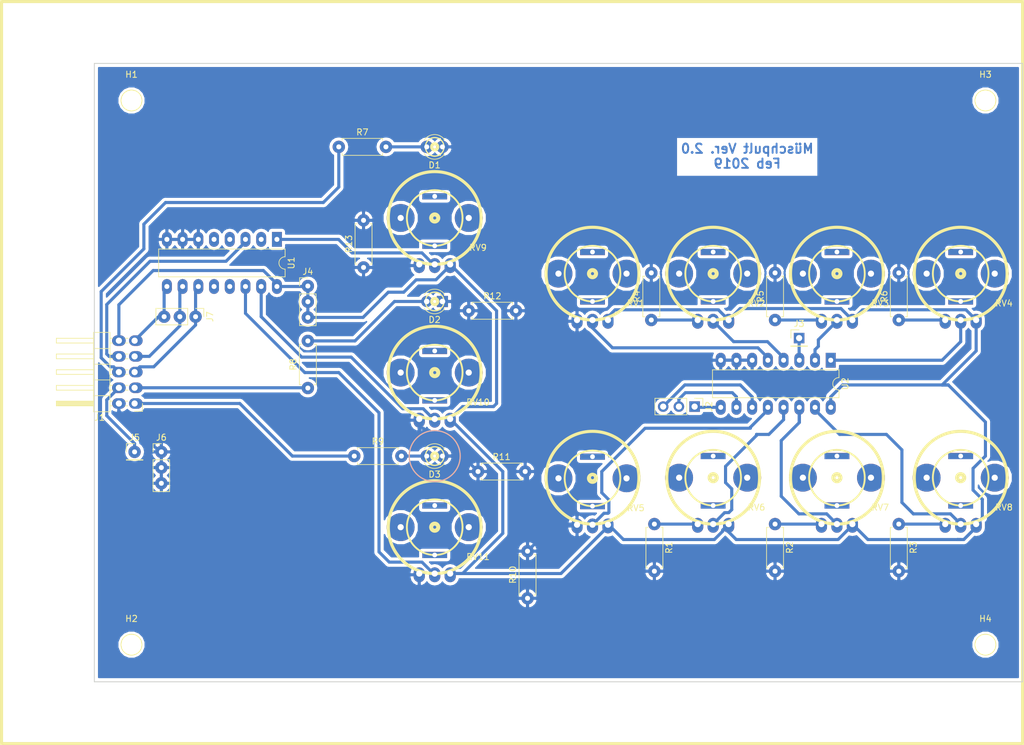
<source format=kicad_pcb>
(kicad_pcb (version 20171130) (host pcbnew "(5.0.2)-1")

  (general
    (thickness 1.6)
    (drawings 46)
    (tracks 226)
    (zones 0)
    (modules 40)
    (nets 40)
  )

  (page A4 portrait)
  (layers
    (0 F.Cu signal)
    (31 B.Cu signal hide)
    (32 B.Adhes user hide)
    (33 F.Adhes user hide)
    (34 B.Paste user hide)
    (35 F.Paste user hide)
    (36 B.SilkS user hide)
    (37 F.SilkS user)
    (38 B.Mask user hide)
    (39 F.Mask user hide)
    (40 Dwgs.User user hide)
    (41 Cmts.User user hide)
    (42 Eco1.User user hide)
    (43 Eco2.User user hide)
    (44 Edge.Cuts user)
    (45 Margin user hide)
    (46 B.CrtYd user hide)
    (47 F.CrtYd user hide)
    (48 B.Fab user hide)
    (49 F.Fab user hide)
  )

  (setup
    (last_trace_width 0.5)
    (trace_clearance 0.4)
    (zone_clearance 0.508)
    (zone_45_only no)
    (trace_min 0.2)
    (segment_width 0.2)
    (edge_width 0.15)
    (via_size 1.6)
    (via_drill 0.8)
    (via_min_size 0.4)
    (via_min_drill 0.3)
    (uvia_size 0.3)
    (uvia_drill 0.1)
    (uvias_allowed no)
    (uvia_min_size 0.2)
    (uvia_min_drill 0.1)
    (pcb_text_width 0.3)
    (pcb_text_size 1.5 1.5)
    (mod_edge_width 0.15)
    (mod_text_size 1 1)
    (mod_text_width 0.15)
    (pad_size 2 2)
    (pad_drill 0.8)
    (pad_to_mask_clearance 0.051)
    (solder_mask_min_width 0.25)
    (aux_axis_origin 0 0)
    (visible_elements 7FFFFFFF)
    (pcbplotparams
      (layerselection 0x010fc_ffffffff)
      (usegerberextensions false)
      (usegerberattributes false)
      (usegerberadvancedattributes false)
      (creategerberjobfile false)
      (excludeedgelayer true)
      (linewidth 0.100000)
      (plotframeref false)
      (viasonmask false)
      (mode 1)
      (useauxorigin false)
      (hpglpennumber 1)
      (hpglpenspeed 20)
      (hpglpendiameter 15.000000)
      (psnegative false)
      (psa4output false)
      (plotreference true)
      (plotvalue true)
      (plotinvisibletext false)
      (padsonsilk false)
      (subtractmaskfromsilk false)
      (outputformat 1)
      (mirror false)
      (drillshape 1)
      (scaleselection 1)
      (outputdirectory ""))
  )

  (net 0 "")
  (net 1 GND)
  (net 2 "Net-(D1-Pad2)")
  (net 3 "Net-(D2-Pad2)")
  (net 4 "Net-(D3-Pad2)")
  (net 5 "Net-(J1-Pad1)")
  (net 6 "Net-(J1-Pad3)")
  (net 7 "Net-(J1-Pad4)")
  (net 8 "Net-(J1-Pad5)")
  (net 9 "Net-(J1-Pad6)")
  (net 10 "Net-(J1-Pad7)")
  (net 11 "Net-(J1-Pad8)")
  (net 12 "Net-(J1-Pad9)")
  (net 13 "Net-(RV1-Pad2)")
  (net 14 "Net-(RV2-Pad2)")
  (net 15 "Net-(RV3-Pad2)")
  (net 16 "Net-(RV4-Pad2)")
  (net 17 "Net-(RV5-Pad2)")
  (net 18 "Net-(RV6-Pad2)")
  (net 19 "Net-(RV7-Pad2)")
  (net 20 "Net-(RV8-Pad2)")
  (net 21 "Net-(RV9-Pad2)")
  (net 22 "Net-(RV10-Pad2)")
  (net 23 "Net-(RV11-Pad2)")
  (net 24 "Net-(U1-Pad2)")
  (net 25 "Net-(U1-Pad4)")
  (net 26 "Net-(U1-Pad12)")
  (net 27 "Net-(U1-Pad5)")
  (net 28 "Net-(U1-Pad13)")
  (net 29 VCC)
  (net 30 "Net-(R1-Pad1)")
  (net 31 "Net-(R2-Pad1)")
  (net 32 "Net-(R3-Pad1)")
  (net 33 "Net-(R4-Pad1)")
  (net 34 "Net-(R5-Pad1)")
  (net 35 "Net-(R6-Pad1)")
  (net 36 "Net-(J2-Pad1)")
  (net 37 "Net-(J2-Pad2)")
  (net 38 "Net-(J2-Pad3)")
  (net 39 "Net-(J3-Pad1)")

  (net_class Default "Dies ist die voreingestellte Netzklasse."
    (clearance 0.4)
    (trace_width 0.5)
    (via_dia 1.6)
    (via_drill 0.8)
    (uvia_dia 0.3)
    (uvia_drill 0.1)
    (add_net GND)
    (add_net "Net-(D1-Pad2)")
    (add_net "Net-(D2-Pad2)")
    (add_net "Net-(D3-Pad2)")
    (add_net "Net-(J1-Pad1)")
    (add_net "Net-(J1-Pad3)")
    (add_net "Net-(J1-Pad4)")
    (add_net "Net-(J1-Pad5)")
    (add_net "Net-(J1-Pad6)")
    (add_net "Net-(J1-Pad7)")
    (add_net "Net-(J1-Pad8)")
    (add_net "Net-(J1-Pad9)")
    (add_net "Net-(J2-Pad1)")
    (add_net "Net-(J2-Pad2)")
    (add_net "Net-(J2-Pad3)")
    (add_net "Net-(J3-Pad1)")
    (add_net "Net-(R1-Pad1)")
    (add_net "Net-(R2-Pad1)")
    (add_net "Net-(R3-Pad1)")
    (add_net "Net-(R4-Pad1)")
    (add_net "Net-(R5-Pad1)")
    (add_net "Net-(R6-Pad1)")
    (add_net "Net-(RV1-Pad2)")
    (add_net "Net-(RV10-Pad2)")
    (add_net "Net-(RV11-Pad2)")
    (add_net "Net-(RV2-Pad2)")
    (add_net "Net-(RV3-Pad2)")
    (add_net "Net-(RV4-Pad2)")
    (add_net "Net-(RV5-Pad2)")
    (add_net "Net-(RV6-Pad2)")
    (add_net "Net-(RV7-Pad2)")
    (add_net "Net-(RV8-Pad2)")
    (add_net "Net-(RV9-Pad2)")
    (add_net "Net-(U1-Pad12)")
    (add_net "Net-(U1-Pad13)")
    (add_net "Net-(U1-Pad2)")
    (add_net "Net-(U1-Pad4)")
    (add_net "Net-(U1-Pad5)")
    (add_net VCC)
  )

  (module Peer:ALPS_RK09L1140_Vertival_THT (layer F.Cu) (tedit 5C87A4E3) (tstamp 5CAC94EE)
    (at 150 97)
    (path /5C754CB0)
    (fp_text reference RV7 (at 7 4.8) (layer F.SilkS)
      (effects (font (size 1 1) (thickness 0.15)))
    )
    (fp_text value R_POT (at 0 -6.3) (layer F.Fab)
      (effects (font (size 1 1) (thickness 0.15)))
    )
    (fp_circle (center 0 0) (end 4.5 0) (layer F.SilkS) (width 0.3))
    (fp_circle (center 0 0) (end 0.75 0) (layer F.SilkS) (width 0.3))
    (pad 7 np_thru_hole rect (at 0 -3.5) (size 4 1) (drill 0.762) (layers *.Cu *.Mask))
    (pad "" np_thru_hole rect (at 0 4.5) (size 4 1) (drill 0.762) (layers *.Cu *.Mask))
    (pad 5 thru_hole circle (at 5.5 0) (size 4.5 4.5) (drill 1) (layers *.Cu *.Mask))
    (pad 4 thru_hole circle (at -5.5 0) (size 4.5 4.5) (drill 1) (layers *.Cu *.Mask))
    (pad 1 thru_hole oval (at 2.5 7.5) (size 1.8 2.4) (drill 1 (offset 0 0.2)) (layers *.Cu *.Mask)
      (net 29 VCC))
    (pad 2 thru_hole oval (at 0 7.5) (size 1.8 2.4) (drill 1 (offset 0 0.2)) (layers *.Cu *.Mask)
      (net 19 "Net-(RV7-Pad2)"))
    (pad 3 thru_hole oval (at -2.5 7.5) (size 1.8 2.4) (drill 1 (offset 0 0.2)) (layers *.Cu *.Mask)
      (net 31 "Net-(R2-Pad1)"))
  )

  (module Peer:ALPS_RK09L1140_Vertival_THT (layer F.Cu) (tedit 5C87A4E3) (tstamp 5CC5110A)
    (at 110.5 64)
    (path /5C754D7E)
    (fp_text reference RV1 (at 7 4.8) (layer F.SilkS)
      (effects (font (size 1 1) (thickness 0.15)))
    )
    (fp_text value R_POT (at 0 -6.3) (layer F.Fab)
      (effects (font (size 1 1) (thickness 0.15)))
    )
    (fp_circle (center 0 0) (end 4.5 0) (layer F.SilkS) (width 0.3))
    (fp_circle (center 0 0) (end 0.75 0) (layer F.SilkS) (width 0.3))
    (pad 7 np_thru_hole rect (at 0 -3.5) (size 4 1) (drill 0.762) (layers *.Cu *.Mask))
    (pad "" np_thru_hole rect (at 0 4.5) (size 4 1) (drill 0.762) (layers *.Cu *.Mask))
    (pad 5 thru_hole circle (at 5.5 0) (size 4.5 4.5) (drill 1) (layers *.Cu *.Mask))
    (pad 4 thru_hole circle (at -5.5 0) (size 4.5 4.5) (drill 1) (layers *.Cu *.Mask))
    (pad 1 thru_hole oval (at 2.5 7.5) (size 1.8 2.4) (drill 1 (offset 0 0.2)) (layers *.Cu *.Mask)
      (net 29 VCC))
    (pad 2 thru_hole oval (at 0 7.5) (size 1.8 2.4) (drill 1 (offset 0 0.2)) (layers *.Cu *.Mask)
      (net 13 "Net-(RV1-Pad2)"))
    (pad 3 thru_hole oval (at -2.5 7.5) (size 1.8 2.4) (drill 1 (offset 0 0.2)) (layers *.Cu *.Mask)
      (net 1 GND))
  )

  (module Peer:ALPS_RK09L1140_Vertival_THT (layer F.Cu) (tedit 5C87A4E3) (tstamp 5CC51114)
    (at 130 64)
    (path /5C754E58)
    (fp_text reference RV2 (at 7 4.8) (layer F.SilkS)
      (effects (font (size 1 1) (thickness 0.15)))
    )
    (fp_text value R_POT (at 0 -6.3) (layer F.Fab)
      (effects (font (size 1 1) (thickness 0.15)))
    )
    (fp_circle (center 0 0) (end 4.5 0) (layer F.SilkS) (width 0.3))
    (fp_circle (center 0 0) (end 0.75 0) (layer F.SilkS) (width 0.3))
    (pad 7 np_thru_hole rect (at 0 -3.5) (size 4 1) (drill 0.762) (layers *.Cu *.Mask))
    (pad "" np_thru_hole rect (at 0 4.5) (size 4 1) (drill 0.762) (layers *.Cu *.Mask))
    (pad 5 thru_hole circle (at 5.5 0) (size 4.5 4.5) (drill 1) (layers *.Cu *.Mask))
    (pad 4 thru_hole circle (at -5.5 0) (size 4.5 4.5) (drill 1) (layers *.Cu *.Mask))
    (pad 1 thru_hole oval (at 2.5 7.5) (size 1.8 2.4) (drill 1 (offset 0 0.2)) (layers *.Cu *.Mask)
      (net 29 VCC))
    (pad 2 thru_hole oval (at 0 7.5) (size 1.8 2.4) (drill 1 (offset 0 0.2)) (layers *.Cu *.Mask)
      (net 14 "Net-(RV2-Pad2)"))
    (pad 3 thru_hole oval (at -2.5 7.5) (size 1.8 2.4) (drill 1 (offset 0 0.2)) (layers *.Cu *.Mask)
      (net 33 "Net-(R4-Pad1)"))
  )

  (module Peer:ALPS_RK09L1140_Vertival_THT (layer F.Cu) (tedit 5C87A4E3) (tstamp 5CC5111E)
    (at 150 64)
    (path /5C754E9E)
    (fp_text reference RV3 (at 7 4.8) (layer F.SilkS)
      (effects (font (size 1 1) (thickness 0.15)))
    )
    (fp_text value R_POT (at 0 -6.3) (layer F.Fab)
      (effects (font (size 1 1) (thickness 0.15)))
    )
    (fp_circle (center 0 0) (end 4.5 0) (layer F.SilkS) (width 0.3))
    (fp_circle (center 0 0) (end 0.75 0) (layer F.SilkS) (width 0.3))
    (pad 7 np_thru_hole rect (at 0 -3.5) (size 4 1) (drill 0.762) (layers *.Cu *.Mask))
    (pad "" np_thru_hole rect (at 0 4.5) (size 4 1) (drill 0.762) (layers *.Cu *.Mask))
    (pad 5 thru_hole circle (at 5.5 0) (size 4.5 4.5) (drill 1) (layers *.Cu *.Mask))
    (pad 4 thru_hole circle (at -5.5 0) (size 4.5 4.5) (drill 1) (layers *.Cu *.Mask))
    (pad 1 thru_hole oval (at 2.5 7.5) (size 1.8 2.4) (drill 1 (offset 0 0.2)) (layers *.Cu *.Mask)
      (net 29 VCC))
    (pad 2 thru_hole oval (at 0 7.5) (size 1.8 2.4) (drill 1 (offset 0 0.2)) (layers *.Cu *.Mask)
      (net 15 "Net-(RV3-Pad2)"))
    (pad 3 thru_hole oval (at -2.5 7.5) (size 1.8 2.4) (drill 1 (offset 0 0.2)) (layers *.Cu *.Mask)
      (net 34 "Net-(R5-Pad1)"))
  )

  (module Peer:ALPS_RK09L1140_Vertival_THT (layer F.Cu) (tedit 5C87A4E3) (tstamp 5CC51128)
    (at 170 64)
    (path /5C754ACA)
    (fp_text reference RV4 (at 7 4.8) (layer F.SilkS)
      (effects (font (size 1 1) (thickness 0.15)))
    )
    (fp_text value R_POT (at 0 -6.3) (layer F.Fab)
      (effects (font (size 1 1) (thickness 0.15)))
    )
    (fp_circle (center 0 0) (end 4.5 0) (layer F.SilkS) (width 0.3))
    (fp_circle (center 0 0) (end 0.75 0) (layer F.SilkS) (width 0.3))
    (pad 7 np_thru_hole rect (at 0 -3.5) (size 4 1) (drill 0.762) (layers *.Cu *.Mask))
    (pad "" np_thru_hole rect (at 0 4.5) (size 4 1) (drill 0.762) (layers *.Cu *.Mask))
    (pad 5 thru_hole circle (at 5.5 0) (size 4.5 4.5) (drill 1) (layers *.Cu *.Mask))
    (pad 4 thru_hole circle (at -5.5 0) (size 4.5 4.5) (drill 1) (layers *.Cu *.Mask))
    (pad 1 thru_hole oval (at 2.5 7.5) (size 1.8 2.4) (drill 1 (offset 0 0.2)) (layers *.Cu *.Mask)
      (net 29 VCC))
    (pad 2 thru_hole oval (at 0 7.5) (size 1.8 2.4) (drill 1 (offset 0 0.2)) (layers *.Cu *.Mask)
      (net 16 "Net-(RV4-Pad2)"))
    (pad 3 thru_hole oval (at -2.5 7.5) (size 1.8 2.4) (drill 1 (offset 0 0.2)) (layers *.Cu *.Mask)
      (net 35 "Net-(R6-Pad1)"))
  )

  (module Peer:ALPS_RK09L1140_Vertival_THT (layer F.Cu) (tedit 5C87A4E3) (tstamp 5CC51132)
    (at 110.5 97.1)
    (path /5C754C2C)
    (fp_text reference RV5 (at 7 4.8) (layer F.SilkS)
      (effects (font (size 1 1) (thickness 0.15)))
    )
    (fp_text value R_POT (at 0 -6.3) (layer F.Fab)
      (effects (font (size 1 1) (thickness 0.15)))
    )
    (fp_circle (center 0 0) (end 4.5 0) (layer F.SilkS) (width 0.3))
    (fp_circle (center 0 0) (end 0.75 0) (layer F.SilkS) (width 0.3))
    (pad 7 np_thru_hole rect (at 0 -3.5) (size 4 1) (drill 0.762) (layers *.Cu *.Mask))
    (pad "" np_thru_hole rect (at 0 4.5) (size 4 1) (drill 0.762) (layers *.Cu *.Mask))
    (pad 5 thru_hole circle (at 5.5 0) (size 4.5 4.5) (drill 1) (layers *.Cu *.Mask))
    (pad 4 thru_hole circle (at -5.5 0) (size 4.5 4.5) (drill 1) (layers *.Cu *.Mask))
    (pad 1 thru_hole oval (at 2.5 7.5) (size 1.8 2.4) (drill 1 (offset 0 0.2)) (layers *.Cu *.Mask)
      (net 29 VCC))
    (pad 2 thru_hole oval (at 0 7.5) (size 1.8 2.4) (drill 1 (offset 0 0.2)) (layers *.Cu *.Mask)
      (net 17 "Net-(RV5-Pad2)"))
    (pad 3 thru_hole oval (at -2.5 7.5) (size 1.8 2.4) (drill 1 (offset 0 0.2)) (layers *.Cu *.Mask)
      (net 1 GND))
  )

  (module Peer:ALPS_RK09L1140_Vertival_THT (layer F.Cu) (tedit 5C87A4E3) (tstamp 5CC5113C)
    (at 130 97)
    (path /5C754B64)
    (fp_text reference RV6 (at 7 4.8) (layer F.SilkS)
      (effects (font (size 1 1) (thickness 0.15)))
    )
    (fp_text value R_POT (at 0 -6.3) (layer F.Fab)
      (effects (font (size 1 1) (thickness 0.15)))
    )
    (fp_circle (center 0 0) (end 4.5 0) (layer F.SilkS) (width 0.3))
    (fp_circle (center 0 0) (end 0.75 0) (layer F.SilkS) (width 0.3))
    (pad 7 np_thru_hole rect (at 0 -3.5) (size 4 1) (drill 0.762) (layers *.Cu *.Mask))
    (pad "" np_thru_hole rect (at 0 4.5) (size 4 1) (drill 0.762) (layers *.Cu *.Mask))
    (pad 5 thru_hole circle (at 5.5 0) (size 4.5 4.5) (drill 1) (layers *.Cu *.Mask))
    (pad 4 thru_hole circle (at -5.5 0) (size 4.5 4.5) (drill 1) (layers *.Cu *.Mask))
    (pad 1 thru_hole oval (at 2.5 7.5) (size 1.8 2.4) (drill 1 (offset 0 0.2)) (layers *.Cu *.Mask)
      (net 29 VCC))
    (pad 2 thru_hole oval (at 0 7.5) (size 1.8 2.4) (drill 1 (offset 0 0.2)) (layers *.Cu *.Mask)
      (net 18 "Net-(RV6-Pad2)"))
    (pad 3 thru_hole oval (at -2.5 7.5) (size 1.8 2.4) (drill 1 (offset 0 0.2)) (layers *.Cu *.Mask)
      (net 30 "Net-(R1-Pad1)"))
  )

  (module Peer:ALPS_RK09L1140_Vertival_THT (layer F.Cu) (tedit 5C87A4E3) (tstamp 5CC51146)
    (at 170 97)
    (path /5C754BA2)
    (fp_text reference RV8 (at 7 4.8) (layer F.SilkS)
      (effects (font (size 1 1) (thickness 0.15)))
    )
    (fp_text value R_POT (at 0 -6.3) (layer F.Fab)
      (effects (font (size 1 1) (thickness 0.15)))
    )
    (fp_circle (center 0 0) (end 4.5 0) (layer F.SilkS) (width 0.3))
    (fp_circle (center 0 0) (end 0.75 0) (layer F.SilkS) (width 0.3))
    (pad 7 np_thru_hole rect (at 0 -3.5) (size 4 1) (drill 0.762) (layers *.Cu *.Mask))
    (pad "" np_thru_hole rect (at 0 4.5) (size 4 1) (drill 0.762) (layers *.Cu *.Mask))
    (pad 5 thru_hole circle (at 5.5 0) (size 4.5 4.5) (drill 1) (layers *.Cu *.Mask))
    (pad 4 thru_hole circle (at -5.5 0) (size 4.5 4.5) (drill 1) (layers *.Cu *.Mask))
    (pad 1 thru_hole oval (at 2.5 7.5) (size 1.8 2.4) (drill 1 (offset 0 0.2)) (layers *.Cu *.Mask)
      (net 29 VCC))
    (pad 2 thru_hole oval (at 0 7.5) (size 1.8 2.4) (drill 1 (offset 0 0.2)) (layers *.Cu *.Mask)
      (net 20 "Net-(RV8-Pad2)"))
    (pad 3 thru_hole oval (at -2.5 7.5) (size 1.8 2.4) (drill 1 (offset 0 0.2)) (layers *.Cu *.Mask)
      (net 32 "Net-(R3-Pad1)"))
  )

  (module Peer:ALPS_RK09L1140_Vertival_THT (layer F.Cu) (tedit 5C87A4E3) (tstamp 5CC51150)
    (at 85 55)
    (path /5C754CF2)
    (fp_text reference RV9 (at 7 4.8) (layer F.SilkS)
      (effects (font (size 1 1) (thickness 0.15)))
    )
    (fp_text value R_POT (at 0 -6.3) (layer F.Fab)
      (effects (font (size 1 1) (thickness 0.15)))
    )
    (fp_circle (center 0 0) (end 4.5 0) (layer F.SilkS) (width 0.3))
    (fp_circle (center 0 0) (end 0.75 0) (layer F.SilkS) (width 0.3))
    (pad 7 np_thru_hole rect (at 0 -3.5) (size 4 1) (drill 0.762) (layers *.Cu *.Mask))
    (pad "" np_thru_hole rect (at 0 4.5) (size 4 1) (drill 0.762) (layers *.Cu *.Mask))
    (pad 5 thru_hole circle (at 5.5 0) (size 4.5 4.5) (drill 1) (layers *.Cu *.Mask))
    (pad 4 thru_hole circle (at -5.5 0) (size 4.5 4.5) (drill 1) (layers *.Cu *.Mask))
    (pad 1 thru_hole oval (at 2.5 7.5) (size 1.8 2.4) (drill 1 (offset 0 0.2)) (layers *.Cu *.Mask)
      (net 29 VCC))
    (pad 2 thru_hole oval (at 0 7.5) (size 1.8 2.4) (drill 1 (offset 0 0.2)) (layers *.Cu *.Mask)
      (net 21 "Net-(RV9-Pad2)"))
    (pad 3 thru_hole oval (at -2.5 7.5) (size 1.8 2.4) (drill 1 (offset 0 0.2)) (layers *.Cu *.Mask)
      (net 1 GND))
  )

  (module Peer:ALPS_RK09L1140_Vertival_THT (layer F.Cu) (tedit 5C87A4E3) (tstamp 5CC5115A)
    (at 85 80)
    (path /5C754BE6)
    (fp_text reference RV10 (at 7 4.8) (layer F.SilkS)
      (effects (font (size 1 1) (thickness 0.15)))
    )
    (fp_text value R_POT (at 0 -6.3) (layer F.Fab)
      (effects (font (size 1 1) (thickness 0.15)))
    )
    (fp_circle (center 0 0) (end 4.5 0) (layer F.SilkS) (width 0.3))
    (fp_circle (center 0 0) (end 0.75 0) (layer F.SilkS) (width 0.3))
    (pad 7 np_thru_hole rect (at 0 -3.5) (size 4 1) (drill 0.762) (layers *.Cu *.Mask))
    (pad "" np_thru_hole rect (at 0 4.5) (size 4 1) (drill 0.762) (layers *.Cu *.Mask))
    (pad 5 thru_hole circle (at 5.5 0) (size 4.5 4.5) (drill 1) (layers *.Cu *.Mask))
    (pad 4 thru_hole circle (at -5.5 0) (size 4.5 4.5) (drill 1) (layers *.Cu *.Mask))
    (pad 1 thru_hole oval (at 2.5 7.5) (size 1.8 2.4) (drill 1 (offset 0 0.2)) (layers *.Cu *.Mask)
      (net 29 VCC))
    (pad 2 thru_hole oval (at 0 7.5) (size 1.8 2.4) (drill 1 (offset 0 0.2)) (layers *.Cu *.Mask)
      (net 22 "Net-(RV10-Pad2)"))
    (pad 3 thru_hole oval (at -2.5 7.5) (size 1.8 2.4) (drill 1 (offset 0 0.2)) (layers *.Cu *.Mask)
      (net 1 GND))
  )

  (module Peer:ALPS_RK09L1140_Vertival_THT (layer F.Cu) (tedit 5C87A4E3) (tstamp 5CC51164)
    (at 85 105)
    (path /5C754D3A)
    (fp_text reference RV11 (at 7 4.8) (layer F.SilkS)
      (effects (font (size 1 1) (thickness 0.15)))
    )
    (fp_text value R_POT (at 0 -6.3) (layer F.Fab)
      (effects (font (size 1 1) (thickness 0.15)))
    )
    (fp_circle (center 0 0) (end 4.5 0) (layer F.SilkS) (width 0.3))
    (fp_circle (center 0 0) (end 0.75 0) (layer F.SilkS) (width 0.3))
    (pad 7 np_thru_hole rect (at 0 -3.5) (size 4 1) (drill 0.762) (layers *.Cu *.Mask))
    (pad "" np_thru_hole rect (at 0 4.5) (size 4 1) (drill 0.762) (layers *.Cu *.Mask))
    (pad 5 thru_hole circle (at 5.5 0) (size 4.5 4.5) (drill 1) (layers *.Cu *.Mask))
    (pad 4 thru_hole circle (at -5.5 0) (size 4.5 4.5) (drill 1) (layers *.Cu *.Mask))
    (pad 1 thru_hole oval (at 2.5 7.5) (size 1.8 2.4) (drill 1 (offset 0 0.2)) (layers *.Cu *.Mask)
      (net 29 VCC))
    (pad 2 thru_hole oval (at 0 7.5) (size 1.8 2.4) (drill 1 (offset 0 0.2)) (layers *.Cu *.Mask)
      (net 23 "Net-(RV11-Pad2)"))
    (pad 3 thru_hole oval (at -2.5 7.5) (size 1.8 2.4) (drill 1 (offset 0 0.2)) (layers *.Cu *.Mask)
      (net 1 GND))
  )

  (module Resistor_THT:R_Axial_DIN0207_L6.3mm_D2.5mm_P7.62mm_Horizontal (layer F.Cu) (tedit 5AE5139B) (tstamp 5C8DA974)
    (at 90.5 70)
    (descr "Resistor, Axial_DIN0207 series, Axial, Horizontal, pin pitch=7.62mm, 0.25W = 1/4W, length*diameter=6.3*2.5mm^2, http://cdn-reichelt.de/documents/datenblatt/B400/1_4W%23YAG.pdf")
    (tags "Resistor Axial_DIN0207 series Axial Horizontal pin pitch 7.62mm 0.25W = 1/4W length 6.3mm diameter 2.5mm")
    (path /5C7B008F)
    (fp_text reference R12 (at 3.81 -2.37) (layer F.SilkS)
      (effects (font (size 1 1) (thickness 0.15)))
    )
    (fp_text value R (at 3.81 2.37) (layer F.Fab)
      (effects (font (size 1 1) (thickness 0.15)))
    )
    (fp_line (start 0.66 -1.25) (end 0.66 1.25) (layer F.Fab) (width 0.1))
    (fp_line (start 0.66 1.25) (end 6.96 1.25) (layer F.Fab) (width 0.1))
    (fp_line (start 6.96 1.25) (end 6.96 -1.25) (layer F.Fab) (width 0.1))
    (fp_line (start 6.96 -1.25) (end 0.66 -1.25) (layer F.Fab) (width 0.1))
    (fp_line (start 0 0) (end 0.66 0) (layer F.Fab) (width 0.1))
    (fp_line (start 7.62 0) (end 6.96 0) (layer F.Fab) (width 0.1))
    (fp_line (start 0.54 -1.04) (end 0.54 -1.37) (layer F.SilkS) (width 0.12))
    (fp_line (start 0.54 -1.37) (end 7.08 -1.37) (layer F.SilkS) (width 0.12))
    (fp_line (start 7.08 -1.37) (end 7.08 -1.04) (layer F.SilkS) (width 0.12))
    (fp_line (start 0.54 1.04) (end 0.54 1.37) (layer F.SilkS) (width 0.12))
    (fp_line (start 0.54 1.37) (end 7.08 1.37) (layer F.SilkS) (width 0.12))
    (fp_line (start 7.08 1.37) (end 7.08 1.04) (layer F.SilkS) (width 0.12))
    (fp_line (start -1.05 -1.5) (end -1.05 1.5) (layer F.CrtYd) (width 0.05))
    (fp_line (start -1.05 1.5) (end 8.67 1.5) (layer F.CrtYd) (width 0.05))
    (fp_line (start 8.67 1.5) (end 8.67 -1.5) (layer F.CrtYd) (width 0.05))
    (fp_line (start 8.67 -1.5) (end -1.05 -1.5) (layer F.CrtYd) (width 0.05))
    (fp_text user %R (at 3.81 0) (layer F.Fab)
      (effects (font (size 1 1) (thickness 0.15)))
    )
    (pad 1 thru_hole oval (at 0 0) (size 2 2) (drill 0.8) (layers *.Cu *.Mask)
      (net 1 GND))
    (pad 2 thru_hole oval (at 7.62 0) (size 2 2) (drill 0.8) (layers *.Cu *.Mask)
      (net 1 GND))
    (model ${KISYS3DMOD}/Resistor_THT.3dshapes/R_Axial_DIN0207_L6.3mm_D2.5mm_P7.62mm_Horizontal.wrl
      (at (xyz 0 0 0))
      (scale (xyz 1 1 1))
      (rotate (xyz 0 0 0))
    )
  )

  (module Resistor_THT:R_Axial_DIN0207_L6.3mm_D2.5mm_P7.62mm_Horizontal (layer F.Cu) (tedit 5AE5139B) (tstamp 5C8DA95D)
    (at 92 96)
    (descr "Resistor, Axial_DIN0207 series, Axial, Horizontal, pin pitch=7.62mm, 0.25W = 1/4W, length*diameter=6.3*2.5mm^2, http://cdn-reichelt.de/documents/datenblatt/B400/1_4W%23YAG.pdf")
    (tags "Resistor Axial_DIN0207 series Axial Horizontal pin pitch 7.62mm 0.25W = 1/4W length 6.3mm diameter 2.5mm")
    (path /5C7B002F)
    (fp_text reference R11 (at 3.81 -2.37) (layer F.SilkS)
      (effects (font (size 1 1) (thickness 0.15)))
    )
    (fp_text value R (at 3.81 2.37) (layer F.Fab)
      (effects (font (size 1 1) (thickness 0.15)))
    )
    (fp_text user %R (at 3.81 0) (layer F.Fab)
      (effects (font (size 1 1) (thickness 0.15)))
    )
    (fp_line (start 8.67 -1.5) (end -1.05 -1.5) (layer F.CrtYd) (width 0.05))
    (fp_line (start 8.67 1.5) (end 8.67 -1.5) (layer F.CrtYd) (width 0.05))
    (fp_line (start -1.05 1.5) (end 8.67 1.5) (layer F.CrtYd) (width 0.05))
    (fp_line (start -1.05 -1.5) (end -1.05 1.5) (layer F.CrtYd) (width 0.05))
    (fp_line (start 7.08 1.37) (end 7.08 1.04) (layer F.SilkS) (width 0.12))
    (fp_line (start 0.54 1.37) (end 7.08 1.37) (layer F.SilkS) (width 0.12))
    (fp_line (start 0.54 1.04) (end 0.54 1.37) (layer F.SilkS) (width 0.12))
    (fp_line (start 7.08 -1.37) (end 7.08 -1.04) (layer F.SilkS) (width 0.12))
    (fp_line (start 0.54 -1.37) (end 7.08 -1.37) (layer F.SilkS) (width 0.12))
    (fp_line (start 0.54 -1.04) (end 0.54 -1.37) (layer F.SilkS) (width 0.12))
    (fp_line (start 7.62 0) (end 6.96 0) (layer F.Fab) (width 0.1))
    (fp_line (start 0 0) (end 0.66 0) (layer F.Fab) (width 0.1))
    (fp_line (start 6.96 -1.25) (end 0.66 -1.25) (layer F.Fab) (width 0.1))
    (fp_line (start 6.96 1.25) (end 6.96 -1.25) (layer F.Fab) (width 0.1))
    (fp_line (start 0.66 1.25) (end 6.96 1.25) (layer F.Fab) (width 0.1))
    (fp_line (start 0.66 -1.25) (end 0.66 1.25) (layer F.Fab) (width 0.1))
    (pad 2 thru_hole oval (at 7.62 0) (size 2 2) (drill 0.8) (layers *.Cu *.Mask)
      (net 1 GND))
    (pad 1 thru_hole oval (at 0 0) (size 2 2) (drill 0.8) (layers *.Cu *.Mask)
      (net 1 GND))
    (model ${KISYS3DMOD}/Resistor_THT.3dshapes/R_Axial_DIN0207_L6.3mm_D2.5mm_P7.62mm_Horizontal.wrl
      (at (xyz 0 0 0))
      (scale (xyz 1 1 1))
      (rotate (xyz 0 0 0))
    )
  )

  (module Resistor_THT:R_Axial_DIN0207_L6.3mm_D2.5mm_P7.62mm_Horizontal (layer F.Cu) (tedit 5AE5139B) (tstamp 5C8DA946)
    (at 100 116.5 90)
    (descr "Resistor, Axial_DIN0207 series, Axial, Horizontal, pin pitch=7.62mm, 0.25W = 1/4W, length*diameter=6.3*2.5mm^2, http://cdn-reichelt.de/documents/datenblatt/B400/1_4W%23YAG.pdf")
    (tags "Resistor Axial_DIN0207 series Axial Horizontal pin pitch 7.62mm 0.25W = 1/4W length 6.3mm diameter 2.5mm")
    (path /5C7AFF87)
    (fp_text reference R10 (at 3.81 -2.37 90) (layer F.SilkS)
      (effects (font (size 1 1) (thickness 0.15)))
    )
    (fp_text value R (at 3.81 2.37 90) (layer F.Fab)
      (effects (font (size 1 1) (thickness 0.15)))
    )
    (fp_line (start 0.66 -1.25) (end 0.66 1.25) (layer F.Fab) (width 0.1))
    (fp_line (start 0.66 1.25) (end 6.96 1.25) (layer F.Fab) (width 0.1))
    (fp_line (start 6.96 1.25) (end 6.96 -1.25) (layer F.Fab) (width 0.1))
    (fp_line (start 6.96 -1.25) (end 0.66 -1.25) (layer F.Fab) (width 0.1))
    (fp_line (start 0 0) (end 0.66 0) (layer F.Fab) (width 0.1))
    (fp_line (start 7.62 0) (end 6.96 0) (layer F.Fab) (width 0.1))
    (fp_line (start 0.54 -1.04) (end 0.54 -1.37) (layer F.SilkS) (width 0.12))
    (fp_line (start 0.54 -1.37) (end 7.08 -1.37) (layer F.SilkS) (width 0.12))
    (fp_line (start 7.08 -1.37) (end 7.08 -1.04) (layer F.SilkS) (width 0.12))
    (fp_line (start 0.54 1.04) (end 0.54 1.37) (layer F.SilkS) (width 0.12))
    (fp_line (start 0.54 1.37) (end 7.08 1.37) (layer F.SilkS) (width 0.12))
    (fp_line (start 7.08 1.37) (end 7.08 1.04) (layer F.SilkS) (width 0.12))
    (fp_line (start -1.05 -1.5) (end -1.05 1.5) (layer F.CrtYd) (width 0.05))
    (fp_line (start -1.05 1.5) (end 8.67 1.5) (layer F.CrtYd) (width 0.05))
    (fp_line (start 8.67 1.5) (end 8.67 -1.5) (layer F.CrtYd) (width 0.05))
    (fp_line (start 8.67 -1.5) (end -1.05 -1.5) (layer F.CrtYd) (width 0.05))
    (fp_text user %R (at 3.81 0 90) (layer F.Fab)
      (effects (font (size 1 1) (thickness 0.15)))
    )
    (pad 1 thru_hole oval (at 0 0 90) (size 2 2) (drill 0.8) (layers *.Cu *.Mask)
      (net 1 GND))
    (pad 2 thru_hole oval (at 7.62 0 90) (size 2 2) (drill 0.8) (layers *.Cu *.Mask)
      (net 1 GND))
    (model ${KISYS3DMOD}/Resistor_THT.3dshapes/R_Axial_DIN0207_L6.3mm_D2.5mm_P7.62mm_Horizontal.wrl
      (at (xyz 0 0 0))
      (scale (xyz 1 1 1))
      (rotate (xyz 0 0 0))
    )
  )

  (module Connector_PinHeader_2.54mm:PinHeader_1x03_P2.54mm_Vertical (layer F.Cu) (tedit 5C87E0FF) (tstamp 5C8DA69B)
    (at 46.355 70.96 270)
    (descr "Through hole straight pin header, 1x03, 2.54mm pitch, single row")
    (tags "Through hole pin header THT 1x03 2.54mm single row")
    (path /5C7801FB)
    (fp_text reference J7 (at 0 -2.33 270) (layer F.SilkS)
      (effects (font (size 1 1) (thickness 0.15)))
    )
    (fp_text value Conn_01x03_Male (at 0 7.41 270) (layer F.Fab)
      (effects (font (size 1 1) (thickness 0.15)))
    )
    (fp_text user %R (at 0 2.54) (layer F.Fab)
      (effects (font (size 1 1) (thickness 0.15)))
    )
    (fp_line (start 1.8 -1.8) (end -1.8 -1.8) (layer F.CrtYd) (width 0.05))
    (fp_line (start 1.8 6.85) (end 1.8 -1.8) (layer F.CrtYd) (width 0.05))
    (fp_line (start -1.8 6.85) (end 1.8 6.85) (layer F.CrtYd) (width 0.05))
    (fp_line (start -1.8 -1.8) (end -1.8 6.85) (layer F.CrtYd) (width 0.05))
    (fp_line (start -1.33 -1.33) (end 0 -1.33) (layer F.SilkS) (width 0.12))
    (fp_line (start -1.33 0) (end -1.33 -1.33) (layer F.SilkS) (width 0.12))
    (fp_line (start -1.33 1.27) (end 1.33 1.27) (layer F.SilkS) (width 0.12))
    (fp_line (start 1.33 1.27) (end 1.33 6.41) (layer F.SilkS) (width 0.12))
    (fp_line (start -1.33 1.27) (end -1.33 6.41) (layer F.SilkS) (width 0.12))
    (fp_line (start -1.33 6.41) (end 1.33 6.41) (layer F.SilkS) (width 0.12))
    (fp_line (start -1.27 -0.635) (end -0.635 -1.27) (layer F.Fab) (width 0.1))
    (fp_line (start -1.27 6.35) (end -1.27 -0.635) (layer F.Fab) (width 0.1))
    (fp_line (start 1.27 6.35) (end -1.27 6.35) (layer F.Fab) (width 0.1))
    (fp_line (start 1.27 -1.27) (end 1.27 6.35) (layer F.Fab) (width 0.1))
    (fp_line (start -0.635 -1.27) (end 1.27 -1.27) (layer F.Fab) (width 0.1))
    (pad 3 thru_hole oval (at 0 5.08 270) (size 2 2) (drill 0.8) (layers *.Cu *.Mask)
      (net 12 "Net-(J1-Pad9)"))
    (pad 2 thru_hole oval (at 0 2.54 270) (size 2 2) (drill 0.8) (layers *.Cu *.Mask)
      (net 10 "Net-(J1-Pad7)"))
    (pad 1 thru_hole oval (at 0 0 270) (size 2 2) (drill 0.8) (layers *.Cu *.Mask)
      (net 8 "Net-(J1-Pad5)"))
    (model ${KISYS3DMOD}/Connector_PinHeader_2.54mm.3dshapes/PinHeader_1x03_P2.54mm_Vertical.wrl
      (at (xyz 0 0 0))
      (scale (xyz 1 1 1))
      (rotate (xyz 0 0 0))
    )
  )

  (module Connector_PinHeader_2.54mm:PinHeader_1x03_P2.54mm_Vertical (layer F.Cu) (tedit 59FED5CC) (tstamp 5C8DA547)
    (at 40.825001 92.825001)
    (descr "Through hole straight pin header, 1x03, 2.54mm pitch, single row")
    (tags "Through hole pin header THT 1x03 2.54mm single row")
    (path /5C772507)
    (fp_text reference J6 (at 0 -2.33) (layer F.SilkS)
      (effects (font (size 1 1) (thickness 0.15)))
    )
    (fp_text value Conn_01x03_Male (at 0 7.41) (layer F.Fab)
      (effects (font (size 1 1) (thickness 0.15)))
    )
    (fp_line (start -0.635 -1.27) (end 1.27 -1.27) (layer F.Fab) (width 0.1))
    (fp_line (start 1.27 -1.27) (end 1.27 6.35) (layer F.Fab) (width 0.1))
    (fp_line (start 1.27 6.35) (end -1.27 6.35) (layer F.Fab) (width 0.1))
    (fp_line (start -1.27 6.35) (end -1.27 -0.635) (layer F.Fab) (width 0.1))
    (fp_line (start -1.27 -0.635) (end -0.635 -1.27) (layer F.Fab) (width 0.1))
    (fp_line (start -1.33 6.41) (end 1.33 6.41) (layer F.SilkS) (width 0.12))
    (fp_line (start -1.33 1.27) (end -1.33 6.41) (layer F.SilkS) (width 0.12))
    (fp_line (start 1.33 1.27) (end 1.33 6.41) (layer F.SilkS) (width 0.12))
    (fp_line (start -1.33 1.27) (end 1.33 1.27) (layer F.SilkS) (width 0.12))
    (fp_line (start -1.33 0) (end -1.33 -1.33) (layer F.SilkS) (width 0.12))
    (fp_line (start -1.33 -1.33) (end 0 -1.33) (layer F.SilkS) (width 0.12))
    (fp_line (start -1.8 -1.8) (end -1.8 6.85) (layer F.CrtYd) (width 0.05))
    (fp_line (start -1.8 6.85) (end 1.8 6.85) (layer F.CrtYd) (width 0.05))
    (fp_line (start 1.8 6.85) (end 1.8 -1.8) (layer F.CrtYd) (width 0.05))
    (fp_line (start 1.8 -1.8) (end -1.8 -1.8) (layer F.CrtYd) (width 0.05))
    (fp_text user %R (at 0 2.54 90) (layer F.Fab)
      (effects (font (size 1 1) (thickness 0.15)))
    )
    (pad 1 thru_hole oval (at 0 0) (size 2 2) (drill 0.8) (layers *.Cu *.Mask)
      (net 1 GND))
    (pad 2 thru_hole oval (at 0 2.54) (size 2 2) (drill 0.8) (layers *.Cu *.Mask)
      (net 1 GND))
    (pad 3 thru_hole oval (at 0 5.08) (size 2 2) (drill 0.8) (layers *.Cu *.Mask)
      (net 1 GND))
    (model ${KISYS3DMOD}/Connector_PinHeader_2.54mm.3dshapes/PinHeader_1x03_P2.54mm_Vertical.wrl
      (at (xyz 0 0 0))
      (scale (xyz 1 1 1))
      (rotate (xyz 0 0 0))
    )
  )

  (module Connector_PinHeader_2.54mm:PinHeader_1x01_P2.54mm_Vertical (layer F.Cu) (tedit 59FED5CC) (tstamp 5C8DA530)
    (at 36.5 92.825001)
    (descr "Through hole straight pin header, 1x01, 2.54mm pitch, single row")
    (tags "Through hole pin header THT 1x01 2.54mm single row")
    (path /5C774616)
    (fp_text reference J5 (at 0 -2.33) (layer F.SilkS)
      (effects (font (size 1 1) (thickness 0.15)))
    )
    (fp_text value Conn_01x01_Male (at 0 2.33) (layer F.Fab)
      (effects (font (size 1 1) (thickness 0.15)))
    )
    (fp_line (start -0.635 -1.27) (end 1.27 -1.27) (layer F.Fab) (width 0.1))
    (fp_line (start 1.27 -1.27) (end 1.27 1.27) (layer F.Fab) (width 0.1))
    (fp_line (start 1.27 1.27) (end -1.27 1.27) (layer F.Fab) (width 0.1))
    (fp_line (start -1.27 1.27) (end -1.27 -0.635) (layer F.Fab) (width 0.1))
    (fp_line (start -1.27 -0.635) (end -0.635 -1.27) (layer F.Fab) (width 0.1))
    (fp_line (start -1.33 1.33) (end 1.33 1.33) (layer F.SilkS) (width 0.12))
    (fp_line (start -1.33 1.27) (end -1.33 1.33) (layer F.SilkS) (width 0.12))
    (fp_line (start 1.33 1.27) (end 1.33 1.33) (layer F.SilkS) (width 0.12))
    (fp_line (start -1.33 1.27) (end 1.33 1.27) (layer F.SilkS) (width 0.12))
    (fp_line (start -1.33 0) (end -1.33 -1.33) (layer F.SilkS) (width 0.12))
    (fp_line (start -1.33 -1.33) (end 0 -1.33) (layer F.SilkS) (width 0.12))
    (fp_line (start -1.8 -1.8) (end -1.8 1.8) (layer F.CrtYd) (width 0.05))
    (fp_line (start -1.8 1.8) (end 1.8 1.8) (layer F.CrtYd) (width 0.05))
    (fp_line (start 1.8 1.8) (end 1.8 -1.8) (layer F.CrtYd) (width 0.05))
    (fp_line (start 1.8 -1.8) (end -1.8 -1.8) (layer F.CrtYd) (width 0.05))
    (fp_text user %R (at 0 0 90) (layer F.Fab)
      (effects (font (size 1 1) (thickness 0.15)))
    )
    (pad 1 thru_hole oval (at 0 0) (size 2 2) (drill 0.8) (layers *.Cu *.Mask)
      (net 7 "Net-(J1-Pad4)"))
    (model ${KISYS3DMOD}/Connector_PinHeader_2.54mm.3dshapes/PinHeader_1x01_P2.54mm_Vertical.wrl
      (at (xyz 0 0 0))
      (scale (xyz 1 1 1))
      (rotate (xyz 0 0 0))
    )
  )

  (module Connector_PinHeader_2.54mm:PinHeader_2x05_P2.54mm_Horizontal (layer F.Cu) (tedit 5C87E0C0) (tstamp 5C7422A8)
    (at 36.5 85 180)
    (descr "Through hole angled pin header, 2x05, 2.54mm pitch, 6mm pin length, double rows")
    (tags "Through hole angled pin header THT 2x05 2.54mm double row")
    (path /5C749AC1)
    (fp_text reference J1 (at 5.655 -2.27 180) (layer F.SilkS)
      (effects (font (size 1 1) (thickness 0.15)))
    )
    (fp_text value Conn_02x05_Counter_Clockwise (at 5.655 12.43 180) (layer F.Fab)
      (effects (font (size 1 1) (thickness 0.15)))
    )
    (fp_line (start 4.675 -1.27) (end 6.58 -1.27) (layer F.Fab) (width 0.1))
    (fp_line (start 6.58 -1.27) (end 6.58 11.43) (layer F.Fab) (width 0.1))
    (fp_line (start 6.58 11.43) (end 4.04 11.43) (layer F.Fab) (width 0.1))
    (fp_line (start 4.04 11.43) (end 4.04 -0.635) (layer F.Fab) (width 0.1))
    (fp_line (start 4.04 -0.635) (end 4.675 -1.27) (layer F.Fab) (width 0.1))
    (fp_line (start -0.32 -0.32) (end 4.04 -0.32) (layer F.Fab) (width 0.1))
    (fp_line (start -0.32 -0.32) (end -0.32 0.32) (layer F.Fab) (width 0.1))
    (fp_line (start -0.32 0.32) (end 4.04 0.32) (layer F.Fab) (width 0.1))
    (fp_line (start 6.58 -0.32) (end 12.58 -0.32) (layer F.Fab) (width 0.1))
    (fp_line (start 12.58 -0.32) (end 12.58 0.32) (layer F.Fab) (width 0.1))
    (fp_line (start 6.58 0.32) (end 12.58 0.32) (layer F.Fab) (width 0.1))
    (fp_line (start -0.32 2.22) (end 4.04 2.22) (layer F.Fab) (width 0.1))
    (fp_line (start -0.32 2.22) (end -0.32 2.86) (layer F.Fab) (width 0.1))
    (fp_line (start -0.32 2.86) (end 4.04 2.86) (layer F.Fab) (width 0.1))
    (fp_line (start 6.58 2.22) (end 12.58 2.22) (layer F.Fab) (width 0.1))
    (fp_line (start 12.58 2.22) (end 12.58 2.86) (layer F.Fab) (width 0.1))
    (fp_line (start 6.58 2.86) (end 12.58 2.86) (layer F.Fab) (width 0.1))
    (fp_line (start -0.32 4.76) (end 4.04 4.76) (layer F.Fab) (width 0.1))
    (fp_line (start -0.32 4.76) (end -0.32 5.4) (layer F.Fab) (width 0.1))
    (fp_line (start -0.32 5.4) (end 4.04 5.4) (layer F.Fab) (width 0.1))
    (fp_line (start 6.58 4.76) (end 12.58 4.76) (layer F.Fab) (width 0.1))
    (fp_line (start 12.58 4.76) (end 12.58 5.4) (layer F.Fab) (width 0.1))
    (fp_line (start 6.58 5.4) (end 12.58 5.4) (layer F.Fab) (width 0.1))
    (fp_line (start -0.32 7.3) (end 4.04 7.3) (layer F.Fab) (width 0.1))
    (fp_line (start -0.32 7.3) (end -0.32 7.94) (layer F.Fab) (width 0.1))
    (fp_line (start -0.32 7.94) (end 4.04 7.94) (layer F.Fab) (width 0.1))
    (fp_line (start 6.58 7.3) (end 12.58 7.3) (layer F.Fab) (width 0.1))
    (fp_line (start 12.58 7.3) (end 12.58 7.94) (layer F.Fab) (width 0.1))
    (fp_line (start 6.58 7.94) (end 12.58 7.94) (layer F.Fab) (width 0.1))
    (fp_line (start -0.32 9.84) (end 4.04 9.84) (layer F.Fab) (width 0.1))
    (fp_line (start -0.32 9.84) (end -0.32 10.48) (layer F.Fab) (width 0.1))
    (fp_line (start -0.32 10.48) (end 4.04 10.48) (layer F.Fab) (width 0.1))
    (fp_line (start 6.58 9.84) (end 12.58 9.84) (layer F.Fab) (width 0.1))
    (fp_line (start 12.58 9.84) (end 12.58 10.48) (layer F.Fab) (width 0.1))
    (fp_line (start 6.58 10.48) (end 12.58 10.48) (layer F.Fab) (width 0.1))
    (fp_line (start 3.98 -1.33) (end 3.98 11.49) (layer F.SilkS) (width 0.12))
    (fp_line (start 3.98 11.49) (end 6.64 11.49) (layer F.SilkS) (width 0.12))
    (fp_line (start 6.64 11.49) (end 6.64 -1.33) (layer F.SilkS) (width 0.12))
    (fp_line (start 6.64 -1.33) (end 3.98 -1.33) (layer F.SilkS) (width 0.12))
    (fp_line (start 6.64 -0.38) (end 12.64 -0.38) (layer F.SilkS) (width 0.12))
    (fp_line (start 12.64 -0.38) (end 12.64 0.38) (layer F.SilkS) (width 0.12))
    (fp_line (start 12.64 0.38) (end 6.64 0.38) (layer F.SilkS) (width 0.12))
    (fp_line (start 6.64 -0.32) (end 12.64 -0.32) (layer F.SilkS) (width 0.12))
    (fp_line (start 6.64 -0.2) (end 12.64 -0.2) (layer F.SilkS) (width 0.12))
    (fp_line (start 6.64 -0.08) (end 12.64 -0.08) (layer F.SilkS) (width 0.12))
    (fp_line (start 6.64 0.04) (end 12.64 0.04) (layer F.SilkS) (width 0.12))
    (fp_line (start 6.64 0.16) (end 12.64 0.16) (layer F.SilkS) (width 0.12))
    (fp_line (start 6.64 0.28) (end 12.64 0.28) (layer F.SilkS) (width 0.12))
    (fp_line (start 3.582929 -0.38) (end 3.98 -0.38) (layer F.SilkS) (width 0.12))
    (fp_line (start 3.582929 0.38) (end 3.98 0.38) (layer F.SilkS) (width 0.12))
    (fp_line (start 1.11 -0.38) (end 1.497071 -0.38) (layer F.SilkS) (width 0.12))
    (fp_line (start 1.11 0.38) (end 1.497071 0.38) (layer F.SilkS) (width 0.12))
    (fp_line (start 3.98 1.27) (end 6.64 1.27) (layer F.SilkS) (width 0.12))
    (fp_line (start 6.64 2.16) (end 12.64 2.16) (layer F.SilkS) (width 0.12))
    (fp_line (start 12.64 2.16) (end 12.64 2.92) (layer F.SilkS) (width 0.12))
    (fp_line (start 12.64 2.92) (end 6.64 2.92) (layer F.SilkS) (width 0.12))
    (fp_line (start 3.582929 2.16) (end 3.98 2.16) (layer F.SilkS) (width 0.12))
    (fp_line (start 3.582929 2.92) (end 3.98 2.92) (layer F.SilkS) (width 0.12))
    (fp_line (start 1.042929 2.16) (end 1.497071 2.16) (layer F.SilkS) (width 0.12))
    (fp_line (start 1.042929 2.92) (end 1.497071 2.92) (layer F.SilkS) (width 0.12))
    (fp_line (start 3.98 3.81) (end 6.64 3.81) (layer F.SilkS) (width 0.12))
    (fp_line (start 6.64 4.7) (end 12.64 4.7) (layer F.SilkS) (width 0.12))
    (fp_line (start 12.64 4.7) (end 12.64 5.46) (layer F.SilkS) (width 0.12))
    (fp_line (start 12.64 5.46) (end 6.64 5.46) (layer F.SilkS) (width 0.12))
    (fp_line (start 3.582929 4.7) (end 3.98 4.7) (layer F.SilkS) (width 0.12))
    (fp_line (start 3.582929 5.46) (end 3.98 5.46) (layer F.SilkS) (width 0.12))
    (fp_line (start 1.042929 4.7) (end 1.497071 4.7) (layer F.SilkS) (width 0.12))
    (fp_line (start 1.042929 5.46) (end 1.497071 5.46) (layer F.SilkS) (width 0.12))
    (fp_line (start 3.98 6.35) (end 6.64 6.35) (layer F.SilkS) (width 0.12))
    (fp_line (start 6.64 7.24) (end 12.64 7.24) (layer F.SilkS) (width 0.12))
    (fp_line (start 12.64 7.24) (end 12.64 8) (layer F.SilkS) (width 0.12))
    (fp_line (start 12.64 8) (end 6.64 8) (layer F.SilkS) (width 0.12))
    (fp_line (start 3.582929 7.24) (end 3.98 7.24) (layer F.SilkS) (width 0.12))
    (fp_line (start 3.582929 8) (end 3.98 8) (layer F.SilkS) (width 0.12))
    (fp_line (start 1.042929 7.24) (end 1.497071 7.24) (layer F.SilkS) (width 0.12))
    (fp_line (start 1.042929 8) (end 1.497071 8) (layer F.SilkS) (width 0.12))
    (fp_line (start 3.98 8.89) (end 6.64 8.89) (layer F.SilkS) (width 0.12))
    (fp_line (start 6.64 9.78) (end 12.64 9.78) (layer F.SilkS) (width 0.12))
    (fp_line (start 12.64 9.78) (end 12.64 10.54) (layer F.SilkS) (width 0.12))
    (fp_line (start 12.64 10.54) (end 6.64 10.54) (layer F.SilkS) (width 0.12))
    (fp_line (start 3.582929 9.78) (end 3.98 9.78) (layer F.SilkS) (width 0.12))
    (fp_line (start 3.582929 10.54) (end 3.98 10.54) (layer F.SilkS) (width 0.12))
    (fp_line (start 1.042929 9.78) (end 1.497071 9.78) (layer F.SilkS) (width 0.12))
    (fp_line (start 1.042929 10.54) (end 1.497071 10.54) (layer F.SilkS) (width 0.12))
    (fp_line (start -1.27 0) (end -1.27 -1.27) (layer F.SilkS) (width 0.12))
    (fp_line (start -1.27 -1.27) (end 0 -1.27) (layer F.SilkS) (width 0.12))
    (fp_line (start -1.8 -1.8) (end -1.8 11.95) (layer F.CrtYd) (width 0.05))
    (fp_line (start -1.8 11.95) (end 13.1 11.95) (layer F.CrtYd) (width 0.05))
    (fp_line (start 13.1 11.95) (end 13.1 -1.8) (layer F.CrtYd) (width 0.05))
    (fp_line (start 13.1 -1.8) (end -1.8 -1.8) (layer F.CrtYd) (width 0.05))
    (fp_text user %R (at 5.31 5.08 270) (layer F.Fab)
      (effects (font (size 1 1) (thickness 0.15)))
    )
    (pad 1 thru_hole oval (at 0 0 180) (size 2.2 1.7) (drill 1 (offset -0.2 0)) (layers *.Cu *.Mask)
      (net 5 "Net-(J1-Pad1)"))
    (pad 2 thru_hole oval (at 2.54 0 180) (size 2.2 1.7) (drill 1) (layers *.Cu *.Mask)
      (net 1 GND))
    (pad 3 thru_hole oval (at 0 2.54 180) (size 2.2 1.7) (drill 1 (offset -0.2 0)) (layers *.Cu *.Mask)
      (net 6 "Net-(J1-Pad3)"))
    (pad 4 thru_hole oval (at 2.54 2.54 180) (size 2.2 1.7) (drill 1) (layers *.Cu *.Mask)
      (net 7 "Net-(J1-Pad4)"))
    (pad 5 thru_hole oval (at 0 5.08 180) (size 2.2 1.7) (drill 1 (offset -0.2 0)) (layers *.Cu *.Mask)
      (net 8 "Net-(J1-Pad5)"))
    (pad 6 thru_hole oval (at 2.54 5.08 180) (size 2.2 1.7) (drill 1) (layers *.Cu *.Mask)
      (net 9 "Net-(J1-Pad6)"))
    (pad 7 thru_hole oval (at 0 7.62 180) (size 2.2 1.7) (drill 1 (offset -0.2 0)) (layers *.Cu *.Mask)
      (net 10 "Net-(J1-Pad7)"))
    (pad 8 thru_hole oval (at 2.54 7.62 180) (size 2.2 1.7) (drill 1) (layers *.Cu *.Mask)
      (net 11 "Net-(J1-Pad8)"))
    (pad 9 thru_hole oval (at 0 10.16 180) (size 2.2 1.7) (drill 1 (offset -0.2 0)) (layers *.Cu *.Mask)
      (net 12 "Net-(J1-Pad9)"))
    (pad 10 thru_hole oval (at 2.54 10.16 180) (size 2.2 1.7) (drill 1) (layers *.Cu *.Mask)
      (net 29 VCC))
    (model ${KISYS3DMOD}/Connector_PinHeader_2.54mm.3dshapes/PinHeader_2x05_P2.54mm_Horizontal.wrl
      (at (xyz 0 0 0))
      (scale (xyz 1 1 1))
      (rotate (xyz 0 0 0))
    )
  )

  (module Resistor_THT:R_Axial_DIN0207_L6.3mm_D2.5mm_P7.62mm_Horizontal (layer F.Cu) (tedit 5AE5139B) (tstamp 5C8DB774)
    (at 72 93.5)
    (descr "Resistor, Axial_DIN0207 series, Axial, Horizontal, pin pitch=7.62mm, 0.25W = 1/4W, length*diameter=6.3*2.5mm^2, http://cdn-reichelt.de/documents/datenblatt/B400/1_4W%23YAG.pdf")
    (tags "Resistor Axial_DIN0207 series Axial Horizontal pin pitch 7.62mm 0.25W = 1/4W length 6.3mm diameter 2.5mm")
    (path /5C767B6C)
    (fp_text reference R9 (at 3.81 -2.37) (layer F.SilkS)
      (effects (font (size 1 1) (thickness 0.15)))
    )
    (fp_text value R (at 3.81 2.37) (layer F.Fab)
      (effects (font (size 1 1) (thickness 0.15)))
    )
    (fp_line (start 0.66 -1.25) (end 0.66 1.25) (layer F.Fab) (width 0.1))
    (fp_line (start 0.66 1.25) (end 6.96 1.25) (layer F.Fab) (width 0.1))
    (fp_line (start 6.96 1.25) (end 6.96 -1.25) (layer F.Fab) (width 0.1))
    (fp_line (start 6.96 -1.25) (end 0.66 -1.25) (layer F.Fab) (width 0.1))
    (fp_line (start 0 0) (end 0.66 0) (layer F.Fab) (width 0.1))
    (fp_line (start 7.62 0) (end 6.96 0) (layer F.Fab) (width 0.1))
    (fp_line (start 0.54 -1.04) (end 0.54 -1.37) (layer F.SilkS) (width 0.12))
    (fp_line (start 0.54 -1.37) (end 7.08 -1.37) (layer F.SilkS) (width 0.12))
    (fp_line (start 7.08 -1.37) (end 7.08 -1.04) (layer F.SilkS) (width 0.12))
    (fp_line (start 0.54 1.04) (end 0.54 1.37) (layer F.SilkS) (width 0.12))
    (fp_line (start 0.54 1.37) (end 7.08 1.37) (layer F.SilkS) (width 0.12))
    (fp_line (start 7.08 1.37) (end 7.08 1.04) (layer F.SilkS) (width 0.12))
    (fp_line (start -1.05 -1.5) (end -1.05 1.5) (layer F.CrtYd) (width 0.05))
    (fp_line (start -1.05 1.5) (end 8.67 1.5) (layer F.CrtYd) (width 0.05))
    (fp_line (start 8.67 1.5) (end 8.67 -1.5) (layer F.CrtYd) (width 0.05))
    (fp_line (start 8.67 -1.5) (end -1.05 -1.5) (layer F.CrtYd) (width 0.05))
    (fp_text user %R (at 3.81 0) (layer F.Fab)
      (effects (font (size 1 1) (thickness 0.15)))
    )
    (pad 1 thru_hole oval (at 0 0) (size 2 2) (drill 0.8) (layers *.Cu *.Mask)
      (net 5 "Net-(J1-Pad1)"))
    (pad 2 thru_hole oval (at 7.62 0) (size 2 2) (drill 0.8) (layers *.Cu *.Mask)
      (net 4 "Net-(D3-Pad2)"))
    (model ${KISYS3DMOD}/Resistor_THT.3dshapes/R_Axial_DIN0207_L6.3mm_D2.5mm_P7.62mm_Horizontal.wrl
      (at (xyz 0 0 0))
      (scale (xyz 1 1 1))
      (rotate (xyz 0 0 0))
    )
  )

  (module Resistor_THT:R_Axial_DIN0207_L6.3mm_D2.5mm_P7.62mm_Horizontal (layer F.Cu) (tedit 5AE5139B) (tstamp 5C8DA869)
    (at 64.5 82.5 90)
    (descr "Resistor, Axial_DIN0207 series, Axial, Horizontal, pin pitch=7.62mm, 0.25W = 1/4W, length*diameter=6.3*2.5mm^2, http://cdn-reichelt.de/documents/datenblatt/B400/1_4W%23YAG.pdf")
    (tags "Resistor Axial_DIN0207 series Axial Horizontal pin pitch 7.62mm 0.25W = 1/4W length 6.3mm diameter 2.5mm")
    (path /5C767B0C)
    (fp_text reference R8 (at 3.81 -2.37 90) (layer F.SilkS)
      (effects (font (size 1 1) (thickness 0.15)))
    )
    (fp_text value R (at 3.81 2.37 90) (layer F.Fab)
      (effects (font (size 1 1) (thickness 0.15)))
    )
    (fp_line (start 0.66 -1.25) (end 0.66 1.25) (layer F.Fab) (width 0.1))
    (fp_line (start 0.66 1.25) (end 6.96 1.25) (layer F.Fab) (width 0.1))
    (fp_line (start 6.96 1.25) (end 6.96 -1.25) (layer F.Fab) (width 0.1))
    (fp_line (start 6.96 -1.25) (end 0.66 -1.25) (layer F.Fab) (width 0.1))
    (fp_line (start 0 0) (end 0.66 0) (layer F.Fab) (width 0.1))
    (fp_line (start 7.62 0) (end 6.96 0) (layer F.Fab) (width 0.1))
    (fp_line (start 0.54 -1.04) (end 0.54 -1.37) (layer F.SilkS) (width 0.12))
    (fp_line (start 0.54 -1.37) (end 7.08 -1.37) (layer F.SilkS) (width 0.12))
    (fp_line (start 7.08 -1.37) (end 7.08 -1.04) (layer F.SilkS) (width 0.12))
    (fp_line (start 0.54 1.04) (end 0.54 1.37) (layer F.SilkS) (width 0.12))
    (fp_line (start 0.54 1.37) (end 7.08 1.37) (layer F.SilkS) (width 0.12))
    (fp_line (start 7.08 1.37) (end 7.08 1.04) (layer F.SilkS) (width 0.12))
    (fp_line (start -1.05 -1.5) (end -1.05 1.5) (layer F.CrtYd) (width 0.05))
    (fp_line (start -1.05 1.5) (end 8.67 1.5) (layer F.CrtYd) (width 0.05))
    (fp_line (start 8.67 1.5) (end 8.67 -1.5) (layer F.CrtYd) (width 0.05))
    (fp_line (start 8.67 -1.5) (end -1.05 -1.5) (layer F.CrtYd) (width 0.05))
    (fp_text user %R (at 3.81 0 90) (layer F.Fab)
      (effects (font (size 1 1) (thickness 0.15)))
    )
    (pad 1 thru_hole oval (at 0 0 90) (size 2 2) (drill 0.8) (layers *.Cu *.Mask)
      (net 6 "Net-(J1-Pad3)"))
    (pad 2 thru_hole oval (at 7.62 0 90) (size 2 2) (drill 0.8) (layers *.Cu *.Mask)
      (net 3 "Net-(D2-Pad2)"))
    (model ${KISYS3DMOD}/Resistor_THT.3dshapes/R_Axial_DIN0207_L6.3mm_D2.5mm_P7.62mm_Horizontal.wrl
      (at (xyz 0 0 0))
      (scale (xyz 1 1 1))
      (rotate (xyz 0 0 0))
    )
  )

  (module Resistor_THT:R_Axial_DIN0207_L6.3mm_D2.5mm_P7.62mm_Horizontal (layer F.Cu) (tedit 5AE5139B) (tstamp 5C742074)
    (at 69.5 43.5)
    (descr "Resistor, Axial_DIN0207 series, Axial, Horizontal, pin pitch=7.62mm, 0.25W = 1/4W, length*diameter=6.3*2.5mm^2, http://cdn-reichelt.de/documents/datenblatt/B400/1_4W%23YAG.pdf")
    (tags "Resistor Axial_DIN0207 series Axial Horizontal pin pitch 7.62mm 0.25W = 1/4W length 6.3mm diameter 2.5mm")
    (path /5C767A4C)
    (fp_text reference R7 (at 3.81 -2.37) (layer F.SilkS)
      (effects (font (size 1 1) (thickness 0.15)))
    )
    (fp_text value R (at 3.81 2.37) (layer F.Fab)
      (effects (font (size 1 1) (thickness 0.15)))
    )
    (fp_line (start 0.66 -1.25) (end 0.66 1.25) (layer F.Fab) (width 0.1))
    (fp_line (start 0.66 1.25) (end 6.96 1.25) (layer F.Fab) (width 0.1))
    (fp_line (start 6.96 1.25) (end 6.96 -1.25) (layer F.Fab) (width 0.1))
    (fp_line (start 6.96 -1.25) (end 0.66 -1.25) (layer F.Fab) (width 0.1))
    (fp_line (start 0 0) (end 0.66 0) (layer F.Fab) (width 0.1))
    (fp_line (start 7.62 0) (end 6.96 0) (layer F.Fab) (width 0.1))
    (fp_line (start 0.54 -1.04) (end 0.54 -1.37) (layer F.SilkS) (width 0.12))
    (fp_line (start 0.54 -1.37) (end 7.08 -1.37) (layer F.SilkS) (width 0.12))
    (fp_line (start 7.08 -1.37) (end 7.08 -1.04) (layer F.SilkS) (width 0.12))
    (fp_line (start 0.54 1.04) (end 0.54 1.37) (layer F.SilkS) (width 0.12))
    (fp_line (start 0.54 1.37) (end 7.08 1.37) (layer F.SilkS) (width 0.12))
    (fp_line (start 7.08 1.37) (end 7.08 1.04) (layer F.SilkS) (width 0.12))
    (fp_line (start -1.05 -1.5) (end -1.05 1.5) (layer F.CrtYd) (width 0.05))
    (fp_line (start -1.05 1.5) (end 8.67 1.5) (layer F.CrtYd) (width 0.05))
    (fp_line (start 8.67 1.5) (end 8.67 -1.5) (layer F.CrtYd) (width 0.05))
    (fp_line (start 8.67 -1.5) (end -1.05 -1.5) (layer F.CrtYd) (width 0.05))
    (fp_text user %R (at 3.81 0) (layer F.Fab)
      (effects (font (size 1 1) (thickness 0.15)))
    )
    (pad 1 thru_hole oval (at 0 0) (size 2 2) (drill 0.8) (layers *.Cu *.Mask)
      (net 9 "Net-(J1-Pad6)"))
    (pad 2 thru_hole oval (at 7.62 0) (size 2 2) (drill 0.8) (layers *.Cu *.Mask)
      (net 2 "Net-(D1-Pad2)"))
    (model ${KISYS3DMOD}/Resistor_THT.3dshapes/R_Axial_DIN0207_L6.3mm_D2.5mm_P7.62mm_Horizontal.wrl
      (at (xyz 0 0 0))
      (scale (xyz 1 1 1))
      (rotate (xyz 0 0 0))
    )
  )

  (module Connector_PinHeader_2.54mm:PinHeader_1x03_P2.54mm_Vertical (layer F.Cu) (tedit 59FED5CC) (tstamp 5C74205D)
    (at 64.5 66)
    (descr "Through hole straight pin header, 1x03, 2.54mm pitch, single row")
    (tags "Through hole pin header THT 1x03 2.54mm single row")
    (path /5C7669FD)
    (fp_text reference J4 (at 0 -2.33) (layer F.SilkS)
      (effects (font (size 1 1) (thickness 0.15)))
    )
    (fp_text value Conn_01x03_Male (at 0 7.41) (layer F.Fab)
      (effects (font (size 1 1) (thickness 0.15)))
    )
    (fp_text user %R (at 0 2.54 90) (layer F.Fab)
      (effects (font (size 1 1) (thickness 0.15)))
    )
    (fp_line (start 1.8 -1.8) (end -1.8 -1.8) (layer F.CrtYd) (width 0.05))
    (fp_line (start 1.8 6.85) (end 1.8 -1.8) (layer F.CrtYd) (width 0.05))
    (fp_line (start -1.8 6.85) (end 1.8 6.85) (layer F.CrtYd) (width 0.05))
    (fp_line (start -1.8 -1.8) (end -1.8 6.85) (layer F.CrtYd) (width 0.05))
    (fp_line (start -1.33 -1.33) (end 0 -1.33) (layer F.SilkS) (width 0.12))
    (fp_line (start -1.33 0) (end -1.33 -1.33) (layer F.SilkS) (width 0.12))
    (fp_line (start -1.33 1.27) (end 1.33 1.27) (layer F.SilkS) (width 0.12))
    (fp_line (start 1.33 1.27) (end 1.33 6.41) (layer F.SilkS) (width 0.12))
    (fp_line (start -1.33 1.27) (end -1.33 6.41) (layer F.SilkS) (width 0.12))
    (fp_line (start -1.33 6.41) (end 1.33 6.41) (layer F.SilkS) (width 0.12))
    (fp_line (start -1.27 -0.635) (end -0.635 -1.27) (layer F.Fab) (width 0.1))
    (fp_line (start -1.27 6.35) (end -1.27 -0.635) (layer F.Fab) (width 0.1))
    (fp_line (start 1.27 6.35) (end -1.27 6.35) (layer F.Fab) (width 0.1))
    (fp_line (start 1.27 -1.27) (end 1.27 6.35) (layer F.Fab) (width 0.1))
    (fp_line (start -0.635 -1.27) (end 1.27 -1.27) (layer F.Fab) (width 0.1))
    (pad 3 thru_hole oval (at 0 5.08) (size 2 2) (drill 0.8) (layers *.Cu *.Mask)
      (net 29 VCC))
    (pad 2 thru_hole oval (at 0 2.54) (size 2 2) (drill 0.8) (layers *.Cu *.Mask)
      (net 29 VCC))
    (pad 1 thru_hole oval (at 0 0) (size 2 2) (drill 0.8) (layers *.Cu *.Mask)
      (net 29 VCC))
    (model ${KISYS3DMOD}/Connector_PinHeader_2.54mm.3dshapes/PinHeader_1x03_P2.54mm_Vertical.wrl
      (at (xyz 0 0 0))
      (scale (xyz 1 1 1))
      (rotate (xyz 0 0 0))
    )
  )

  (module Connector_PinHeader_2.54mm:PinHeader_1x01_P2.54mm_Vertical (layer F.Cu) (tedit 59FED5CC) (tstamp 5C741CC9)
    (at 143.891 74.422)
    (descr "Through hole straight pin header, 1x01, 2.54mm pitch, single row")
    (tags "Through hole pin header THT 1x01 2.54mm single row")
    (path /5C7665A7)
    (fp_text reference J3 (at 0 -2.33) (layer F.SilkS)
      (effects (font (size 1 1) (thickness 0.15)))
    )
    (fp_text value Conn_01x01_Male (at 0 2.33) (layer F.Fab)
      (effects (font (size 1 1) (thickness 0.15)))
    )
    (fp_line (start -0.635 -1.27) (end 1.27 -1.27) (layer F.Fab) (width 0.1))
    (fp_line (start 1.27 -1.27) (end 1.27 1.27) (layer F.Fab) (width 0.1))
    (fp_line (start 1.27 1.27) (end -1.27 1.27) (layer F.Fab) (width 0.1))
    (fp_line (start -1.27 1.27) (end -1.27 -0.635) (layer F.Fab) (width 0.1))
    (fp_line (start -1.27 -0.635) (end -0.635 -1.27) (layer F.Fab) (width 0.1))
    (fp_line (start -1.33 1.33) (end 1.33 1.33) (layer F.SilkS) (width 0.12))
    (fp_line (start -1.33 1.27) (end -1.33 1.33) (layer F.SilkS) (width 0.12))
    (fp_line (start 1.33 1.27) (end 1.33 1.33) (layer F.SilkS) (width 0.12))
    (fp_line (start -1.33 1.27) (end 1.33 1.27) (layer F.SilkS) (width 0.12))
    (fp_line (start -1.33 0) (end -1.33 -1.33) (layer F.SilkS) (width 0.12))
    (fp_line (start -1.33 -1.33) (end 0 -1.33) (layer F.SilkS) (width 0.12))
    (fp_line (start -1.8 -1.8) (end -1.8 1.8) (layer F.CrtYd) (width 0.05))
    (fp_line (start -1.8 1.8) (end 1.8 1.8) (layer F.CrtYd) (width 0.05))
    (fp_line (start 1.8 1.8) (end 1.8 -1.8) (layer F.CrtYd) (width 0.05))
    (fp_line (start 1.8 -1.8) (end -1.8 -1.8) (layer F.CrtYd) (width 0.05))
    (fp_text user %R (at 0 0 90) (layer F.Fab)
      (effects (font (size 1 1) (thickness 0.15)))
    )
    (pad 1 thru_hole rect (at 0 0) (size 1.7 1.7) (drill 1) (layers *.Cu *.Mask)
      (net 39 "Net-(J3-Pad1)"))
    (model ${KISYS3DMOD}/Connector_PinHeader_2.54mm.3dshapes/PinHeader_1x01_P2.54mm_Vertical.wrl
      (at (xyz 0 0 0))
      (scale (xyz 1 1 1))
      (rotate (xyz 0 0 0))
    )
  )

  (module Connector_PinHeader_2.54mm:PinHeader_1x03_P2.54mm_Vertical (layer F.Cu) (tedit 59FED5CC) (tstamp 5C741CB4)
    (at 127 85.5 270)
    (descr "Through hole straight pin header, 1x03, 2.54mm pitch, single row")
    (tags "Through hole pin header THT 1x03 2.54mm single row")
    (path /5C763FE7)
    (fp_text reference J2 (at 0 -2.33 270) (layer F.SilkS)
      (effects (font (size 1 1) (thickness 0.15)))
    )
    (fp_text value Conn_01x03_Male (at 0 7.41 270) (layer F.Fab)
      (effects (font (size 1 1) (thickness 0.15)))
    )
    (fp_line (start -0.635 -1.27) (end 1.27 -1.27) (layer F.Fab) (width 0.1))
    (fp_line (start 1.27 -1.27) (end 1.27 6.35) (layer F.Fab) (width 0.1))
    (fp_line (start 1.27 6.35) (end -1.27 6.35) (layer F.Fab) (width 0.1))
    (fp_line (start -1.27 6.35) (end -1.27 -0.635) (layer F.Fab) (width 0.1))
    (fp_line (start -1.27 -0.635) (end -0.635 -1.27) (layer F.Fab) (width 0.1))
    (fp_line (start -1.33 6.41) (end 1.33 6.41) (layer F.SilkS) (width 0.12))
    (fp_line (start -1.33 1.27) (end -1.33 6.41) (layer F.SilkS) (width 0.12))
    (fp_line (start 1.33 1.27) (end 1.33 6.41) (layer F.SilkS) (width 0.12))
    (fp_line (start -1.33 1.27) (end 1.33 1.27) (layer F.SilkS) (width 0.12))
    (fp_line (start -1.33 0) (end -1.33 -1.33) (layer F.SilkS) (width 0.12))
    (fp_line (start -1.33 -1.33) (end 0 -1.33) (layer F.SilkS) (width 0.12))
    (fp_line (start -1.8 -1.8) (end -1.8 6.85) (layer F.CrtYd) (width 0.05))
    (fp_line (start -1.8 6.85) (end 1.8 6.85) (layer F.CrtYd) (width 0.05))
    (fp_line (start 1.8 6.85) (end 1.8 -1.8) (layer F.CrtYd) (width 0.05))
    (fp_line (start 1.8 -1.8) (end -1.8 -1.8) (layer F.CrtYd) (width 0.05))
    (fp_text user %R (at 0 2.54) (layer F.Fab)
      (effects (font (size 1 1) (thickness 0.15)))
    )
    (pad 1 thru_hole rect (at 0 0 270) (size 1.7 1.7) (drill 1) (layers *.Cu *.Mask)
      (net 36 "Net-(J2-Pad1)"))
    (pad 2 thru_hole oval (at 0 2.54 270) (size 1.7 1.7) (drill 1) (layers *.Cu *.Mask)
      (net 37 "Net-(J2-Pad2)"))
    (pad 3 thru_hole oval (at 0 5.08 270) (size 1.7 1.7) (drill 1) (layers *.Cu *.Mask)
      (net 38 "Net-(J2-Pad3)"))
    (model ${KISYS3DMOD}/Connector_PinHeader_2.54mm.3dshapes/PinHeader_1x03_P2.54mm_Vertical.wrl
      (at (xyz 0 0 0))
      (scale (xyz 1 1 1))
      (rotate (xyz 0 0 0))
    )
  )

  (module Resistor_THT:R_Axial_DIN0207_L6.3mm_D2.5mm_P7.62mm_Horizontal (layer F.Cu) (tedit 5AE5139B) (tstamp 5C741731)
    (at 160 71.5 90)
    (descr "Resistor, Axial_DIN0207 series, Axial, Horizontal, pin pitch=7.62mm, 0.25W = 1/4W, length*diameter=6.3*2.5mm^2, http://cdn-reichelt.de/documents/datenblatt/B400/1_4W%23YAG.pdf")
    (tags "Resistor Axial_DIN0207 series Axial Horizontal pin pitch 7.62mm 0.25W = 1/4W length 6.3mm diameter 2.5mm")
    (path /5C7605E2)
    (fp_text reference R6 (at 3.81 -2.37 90) (layer F.SilkS)
      (effects (font (size 1 1) (thickness 0.15)))
    )
    (fp_text value R (at 3.81 2.37 90) (layer F.Fab)
      (effects (font (size 1 1) (thickness 0.15)))
    )
    (fp_line (start 0.66 -1.25) (end 0.66 1.25) (layer F.Fab) (width 0.1))
    (fp_line (start 0.66 1.25) (end 6.96 1.25) (layer F.Fab) (width 0.1))
    (fp_line (start 6.96 1.25) (end 6.96 -1.25) (layer F.Fab) (width 0.1))
    (fp_line (start 6.96 -1.25) (end 0.66 -1.25) (layer F.Fab) (width 0.1))
    (fp_line (start 0 0) (end 0.66 0) (layer F.Fab) (width 0.1))
    (fp_line (start 7.62 0) (end 6.96 0) (layer F.Fab) (width 0.1))
    (fp_line (start 0.54 -1.04) (end 0.54 -1.37) (layer F.SilkS) (width 0.12))
    (fp_line (start 0.54 -1.37) (end 7.08 -1.37) (layer F.SilkS) (width 0.12))
    (fp_line (start 7.08 -1.37) (end 7.08 -1.04) (layer F.SilkS) (width 0.12))
    (fp_line (start 0.54 1.04) (end 0.54 1.37) (layer F.SilkS) (width 0.12))
    (fp_line (start 0.54 1.37) (end 7.08 1.37) (layer F.SilkS) (width 0.12))
    (fp_line (start 7.08 1.37) (end 7.08 1.04) (layer F.SilkS) (width 0.12))
    (fp_line (start -1.05 -1.5) (end -1.05 1.5) (layer F.CrtYd) (width 0.05))
    (fp_line (start -1.05 1.5) (end 8.67 1.5) (layer F.CrtYd) (width 0.05))
    (fp_line (start 8.67 1.5) (end 8.67 -1.5) (layer F.CrtYd) (width 0.05))
    (fp_line (start 8.67 -1.5) (end -1.05 -1.5) (layer F.CrtYd) (width 0.05))
    (fp_text user %R (at 3.81 0 90) (layer F.Fab)
      (effects (font (size 1 1) (thickness 0.15)))
    )
    (pad 1 thru_hole oval (at 0 0 90) (size 2 2) (drill 0.8) (layers *.Cu *.Mask)
      (net 35 "Net-(R6-Pad1)"))
    (pad 2 thru_hole oval (at 7.62 0 90) (size 2 2) (drill 0.8) (layers *.Cu *.Mask)
      (net 1 GND))
    (model ${KISYS3DMOD}/Resistor_THT.3dshapes/R_Axial_DIN0207_L6.3mm_D2.5mm_P7.62mm_Horizontal.wrl
      (at (xyz 0 0 0))
      (scale (xyz 1 1 1))
      (rotate (xyz 0 0 0))
    )
  )

  (module Resistor_THT:R_Axial_DIN0207_L6.3mm_D2.5mm_P7.62mm_Horizontal (layer F.Cu) (tedit 5AE5139B) (tstamp 5C74171A)
    (at 140 71.5 90)
    (descr "Resistor, Axial_DIN0207 series, Axial, Horizontal, pin pitch=7.62mm, 0.25W = 1/4W, length*diameter=6.3*2.5mm^2, http://cdn-reichelt.de/documents/datenblatt/B400/1_4W%23YAG.pdf")
    (tags "Resistor Axial_DIN0207 series Axial Horizontal pin pitch 7.62mm 0.25W = 1/4W length 6.3mm diameter 2.5mm")
    (path /5C760596)
    (fp_text reference R5 (at 3.81 -2.37 90) (layer F.SilkS)
      (effects (font (size 1 1) (thickness 0.15)))
    )
    (fp_text value R (at 3.81 2.37 90) (layer F.Fab)
      (effects (font (size 1 1) (thickness 0.15)))
    )
    (fp_text user %R (at 3.81 0 90) (layer F.Fab)
      (effects (font (size 1 1) (thickness 0.15)))
    )
    (fp_line (start 8.67 -1.5) (end -1.05 -1.5) (layer F.CrtYd) (width 0.05))
    (fp_line (start 8.67 1.5) (end 8.67 -1.5) (layer F.CrtYd) (width 0.05))
    (fp_line (start -1.05 1.5) (end 8.67 1.5) (layer F.CrtYd) (width 0.05))
    (fp_line (start -1.05 -1.5) (end -1.05 1.5) (layer F.CrtYd) (width 0.05))
    (fp_line (start 7.08 1.37) (end 7.08 1.04) (layer F.SilkS) (width 0.12))
    (fp_line (start 0.54 1.37) (end 7.08 1.37) (layer F.SilkS) (width 0.12))
    (fp_line (start 0.54 1.04) (end 0.54 1.37) (layer F.SilkS) (width 0.12))
    (fp_line (start 7.08 -1.37) (end 7.08 -1.04) (layer F.SilkS) (width 0.12))
    (fp_line (start 0.54 -1.37) (end 7.08 -1.37) (layer F.SilkS) (width 0.12))
    (fp_line (start 0.54 -1.04) (end 0.54 -1.37) (layer F.SilkS) (width 0.12))
    (fp_line (start 7.62 0) (end 6.96 0) (layer F.Fab) (width 0.1))
    (fp_line (start 0 0) (end 0.66 0) (layer F.Fab) (width 0.1))
    (fp_line (start 6.96 -1.25) (end 0.66 -1.25) (layer F.Fab) (width 0.1))
    (fp_line (start 6.96 1.25) (end 6.96 -1.25) (layer F.Fab) (width 0.1))
    (fp_line (start 0.66 1.25) (end 6.96 1.25) (layer F.Fab) (width 0.1))
    (fp_line (start 0.66 -1.25) (end 0.66 1.25) (layer F.Fab) (width 0.1))
    (pad 2 thru_hole oval (at 7.62 0 90) (size 2 2) (drill 0.8) (layers *.Cu *.Mask)
      (net 1 GND))
    (pad 1 thru_hole oval (at 0 0 90) (size 2 2) (drill 0.8) (layers *.Cu *.Mask)
      (net 34 "Net-(R5-Pad1)"))
    (model ${KISYS3DMOD}/Resistor_THT.3dshapes/R_Axial_DIN0207_L6.3mm_D2.5mm_P7.62mm_Horizontal.wrl
      (at (xyz 0 0 0))
      (scale (xyz 1 1 1))
      (rotate (xyz 0 0 0))
    )
  )

  (module Resistor_THT:R_Axial_DIN0207_L6.3mm_D2.5mm_P7.62mm_Horizontal (layer F.Cu) (tedit 5AE5139B) (tstamp 5C741703)
    (at 120 71.5 90)
    (descr "Resistor, Axial_DIN0207 series, Axial, Horizontal, pin pitch=7.62mm, 0.25W = 1/4W, length*diameter=6.3*2.5mm^2, http://cdn-reichelt.de/documents/datenblatt/B400/1_4W%23YAG.pdf")
    (tags "Resistor Axial_DIN0207 series Axial Horizontal pin pitch 7.62mm 0.25W = 1/4W length 6.3mm diameter 2.5mm")
    (path /5C75FF49)
    (fp_text reference R4 (at 3.81 -2.37 90) (layer F.SilkS)
      (effects (font (size 1 1) (thickness 0.15)))
    )
    (fp_text value R (at 3.81 2.37 90) (layer F.Fab)
      (effects (font (size 1 1) (thickness 0.15)))
    )
    (fp_line (start 0.66 -1.25) (end 0.66 1.25) (layer F.Fab) (width 0.1))
    (fp_line (start 0.66 1.25) (end 6.96 1.25) (layer F.Fab) (width 0.1))
    (fp_line (start 6.96 1.25) (end 6.96 -1.25) (layer F.Fab) (width 0.1))
    (fp_line (start 6.96 -1.25) (end 0.66 -1.25) (layer F.Fab) (width 0.1))
    (fp_line (start 0 0) (end 0.66 0) (layer F.Fab) (width 0.1))
    (fp_line (start 7.62 0) (end 6.96 0) (layer F.Fab) (width 0.1))
    (fp_line (start 0.54 -1.04) (end 0.54 -1.37) (layer F.SilkS) (width 0.12))
    (fp_line (start 0.54 -1.37) (end 7.08 -1.37) (layer F.SilkS) (width 0.12))
    (fp_line (start 7.08 -1.37) (end 7.08 -1.04) (layer F.SilkS) (width 0.12))
    (fp_line (start 0.54 1.04) (end 0.54 1.37) (layer F.SilkS) (width 0.12))
    (fp_line (start 0.54 1.37) (end 7.08 1.37) (layer F.SilkS) (width 0.12))
    (fp_line (start 7.08 1.37) (end 7.08 1.04) (layer F.SilkS) (width 0.12))
    (fp_line (start -1.05 -1.5) (end -1.05 1.5) (layer F.CrtYd) (width 0.05))
    (fp_line (start -1.05 1.5) (end 8.67 1.5) (layer F.CrtYd) (width 0.05))
    (fp_line (start 8.67 1.5) (end 8.67 -1.5) (layer F.CrtYd) (width 0.05))
    (fp_line (start 8.67 -1.5) (end -1.05 -1.5) (layer F.CrtYd) (width 0.05))
    (fp_text user %R (at 3.81 0 90) (layer F.Fab)
      (effects (font (size 1 1) (thickness 0.15)))
    )
    (pad 1 thru_hole oval (at 0 0 90) (size 2 2) (drill 0.8) (layers *.Cu *.Mask)
      (net 33 "Net-(R4-Pad1)"))
    (pad 2 thru_hole oval (at 7.62 0 90) (size 2 2) (drill 0.8) (layers *.Cu *.Mask)
      (net 1 GND))
    (model ${KISYS3DMOD}/Resistor_THT.3dshapes/R_Axial_DIN0207_L6.3mm_D2.5mm_P7.62mm_Horizontal.wrl
      (at (xyz 0 0 0))
      (scale (xyz 1 1 1))
      (rotate (xyz 0 0 0))
    )
  )

  (module Resistor_THT:R_Axial_DIN0207_L6.3mm_D2.5mm_P7.62mm_Horizontal (layer F.Cu) (tedit 5AE5139B) (tstamp 5C7416EC)
    (at 160 104.5 270)
    (descr "Resistor, Axial_DIN0207 series, Axial, Horizontal, pin pitch=7.62mm, 0.25W = 1/4W, length*diameter=6.3*2.5mm^2, http://cdn-reichelt.de/documents/datenblatt/B400/1_4W%23YAG.pdf")
    (tags "Resistor Axial_DIN0207 series Axial Horizontal pin pitch 7.62mm 0.25W = 1/4W length 6.3mm diameter 2.5mm")
    (path /5C75FA53)
    (fp_text reference R3 (at 3.81 -2.37 270) (layer F.SilkS)
      (effects (font (size 1 1) (thickness 0.15)))
    )
    (fp_text value R (at 3.81 2.37 270) (layer F.Fab)
      (effects (font (size 1 1) (thickness 0.15)))
    )
    (fp_text user %R (at 3.81 0 270) (layer F.Fab)
      (effects (font (size 1 1) (thickness 0.15)))
    )
    (fp_line (start 8.67 -1.5) (end -1.05 -1.5) (layer F.CrtYd) (width 0.05))
    (fp_line (start 8.67 1.5) (end 8.67 -1.5) (layer F.CrtYd) (width 0.05))
    (fp_line (start -1.05 1.5) (end 8.67 1.5) (layer F.CrtYd) (width 0.05))
    (fp_line (start -1.05 -1.5) (end -1.05 1.5) (layer F.CrtYd) (width 0.05))
    (fp_line (start 7.08 1.37) (end 7.08 1.04) (layer F.SilkS) (width 0.12))
    (fp_line (start 0.54 1.37) (end 7.08 1.37) (layer F.SilkS) (width 0.12))
    (fp_line (start 0.54 1.04) (end 0.54 1.37) (layer F.SilkS) (width 0.12))
    (fp_line (start 7.08 -1.37) (end 7.08 -1.04) (layer F.SilkS) (width 0.12))
    (fp_line (start 0.54 -1.37) (end 7.08 -1.37) (layer F.SilkS) (width 0.12))
    (fp_line (start 0.54 -1.04) (end 0.54 -1.37) (layer F.SilkS) (width 0.12))
    (fp_line (start 7.62 0) (end 6.96 0) (layer F.Fab) (width 0.1))
    (fp_line (start 0 0) (end 0.66 0) (layer F.Fab) (width 0.1))
    (fp_line (start 6.96 -1.25) (end 0.66 -1.25) (layer F.Fab) (width 0.1))
    (fp_line (start 6.96 1.25) (end 6.96 -1.25) (layer F.Fab) (width 0.1))
    (fp_line (start 0.66 1.25) (end 6.96 1.25) (layer F.Fab) (width 0.1))
    (fp_line (start 0.66 -1.25) (end 0.66 1.25) (layer F.Fab) (width 0.1))
    (pad 2 thru_hole oval (at 7.62 0 270) (size 2 2) (drill 0.8) (layers *.Cu *.Mask)
      (net 1 GND))
    (pad 1 thru_hole oval (at 0 0 270) (size 2 2) (drill 0.8) (layers *.Cu *.Mask)
      (net 32 "Net-(R3-Pad1)"))
    (model ${KISYS3DMOD}/Resistor_THT.3dshapes/R_Axial_DIN0207_L6.3mm_D2.5mm_P7.62mm_Horizontal.wrl
      (at (xyz 0 0 0))
      (scale (xyz 1 1 1))
      (rotate (xyz 0 0 0))
    )
  )

  (module Resistor_THT:R_Axial_DIN0207_L6.3mm_D2.5mm_P7.62mm_Horizontal (layer F.Cu) (tedit 5AE5139B) (tstamp 5C7416D5)
    (at 140 104.5 270)
    (descr "Resistor, Axial_DIN0207 series, Axial, Horizontal, pin pitch=7.62mm, 0.25W = 1/4W, length*diameter=6.3*2.5mm^2, http://cdn-reichelt.de/documents/datenblatt/B400/1_4W%23YAG.pdf")
    (tags "Resistor Axial_DIN0207 series Axial Horizontal pin pitch 7.62mm 0.25W = 1/4W length 6.3mm diameter 2.5mm")
    (path /5C75E48B)
    (fp_text reference R2 (at 3.81 -2.37 270) (layer F.SilkS)
      (effects (font (size 1 1) (thickness 0.15)))
    )
    (fp_text value R (at 3.81 2.37 270) (layer F.Fab)
      (effects (font (size 1 1) (thickness 0.15)))
    )
    (fp_text user %R (at 3.81 0 270) (layer F.Fab)
      (effects (font (size 1 1) (thickness 0.15)))
    )
    (fp_line (start 8.67 -1.5) (end -1.05 -1.5) (layer F.CrtYd) (width 0.05))
    (fp_line (start 8.67 1.5) (end 8.67 -1.5) (layer F.CrtYd) (width 0.05))
    (fp_line (start -1.05 1.5) (end 8.67 1.5) (layer F.CrtYd) (width 0.05))
    (fp_line (start -1.05 -1.5) (end -1.05 1.5) (layer F.CrtYd) (width 0.05))
    (fp_line (start 7.08 1.37) (end 7.08 1.04) (layer F.SilkS) (width 0.12))
    (fp_line (start 0.54 1.37) (end 7.08 1.37) (layer F.SilkS) (width 0.12))
    (fp_line (start 0.54 1.04) (end 0.54 1.37) (layer F.SilkS) (width 0.12))
    (fp_line (start 7.08 -1.37) (end 7.08 -1.04) (layer F.SilkS) (width 0.12))
    (fp_line (start 0.54 -1.37) (end 7.08 -1.37) (layer F.SilkS) (width 0.12))
    (fp_line (start 0.54 -1.04) (end 0.54 -1.37) (layer F.SilkS) (width 0.12))
    (fp_line (start 7.62 0) (end 6.96 0) (layer F.Fab) (width 0.1))
    (fp_line (start 0 0) (end 0.66 0) (layer F.Fab) (width 0.1))
    (fp_line (start 6.96 -1.25) (end 0.66 -1.25) (layer F.Fab) (width 0.1))
    (fp_line (start 6.96 1.25) (end 6.96 -1.25) (layer F.Fab) (width 0.1))
    (fp_line (start 0.66 1.25) (end 6.96 1.25) (layer F.Fab) (width 0.1))
    (fp_line (start 0.66 -1.25) (end 0.66 1.25) (layer F.Fab) (width 0.1))
    (pad 2 thru_hole oval (at 7.62 0 270) (size 2 2) (drill 0.8) (layers *.Cu *.Mask)
      (net 1 GND))
    (pad 1 thru_hole oval (at 0 0 270) (size 2 2) (drill 0.8) (layers *.Cu *.Mask)
      (net 31 "Net-(R2-Pad1)"))
    (model ${KISYS3DMOD}/Resistor_THT.3dshapes/R_Axial_DIN0207_L6.3mm_D2.5mm_P7.62mm_Horizontal.wrl
      (at (xyz 0 0 0))
      (scale (xyz 1 1 1))
      (rotate (xyz 0 0 0))
    )
  )

  (module Resistor_THT:R_Axial_DIN0207_L6.3mm_D2.5mm_P7.62mm_Horizontal (layer F.Cu) (tedit 5AE5139B) (tstamp 5C7416BE)
    (at 120.5 104.5 270)
    (descr "Resistor, Axial_DIN0207 series, Axial, Horizontal, pin pitch=7.62mm, 0.25W = 1/4W, length*diameter=6.3*2.5mm^2, http://cdn-reichelt.de/documents/datenblatt/B400/1_4W%23YAG.pdf")
    (tags "Resistor Axial_DIN0207 series Axial Horizontal pin pitch 7.62mm 0.25W = 1/4W length 6.3mm diameter 2.5mm")
    (path /5C75FA01)
    (fp_text reference R1 (at 3.81 -2.37 270) (layer F.SilkS)
      (effects (font (size 1 1) (thickness 0.15)))
    )
    (fp_text value R (at 3.81 2.37 270) (layer F.Fab)
      (effects (font (size 1 1) (thickness 0.15)))
    )
    (fp_line (start 0.66 -1.25) (end 0.66 1.25) (layer F.Fab) (width 0.1))
    (fp_line (start 0.66 1.25) (end 6.96 1.25) (layer F.Fab) (width 0.1))
    (fp_line (start 6.96 1.25) (end 6.96 -1.25) (layer F.Fab) (width 0.1))
    (fp_line (start 6.96 -1.25) (end 0.66 -1.25) (layer F.Fab) (width 0.1))
    (fp_line (start 0 0) (end 0.66 0) (layer F.Fab) (width 0.1))
    (fp_line (start 7.62 0) (end 6.96 0) (layer F.Fab) (width 0.1))
    (fp_line (start 0.54 -1.04) (end 0.54 -1.37) (layer F.SilkS) (width 0.12))
    (fp_line (start 0.54 -1.37) (end 7.08 -1.37) (layer F.SilkS) (width 0.12))
    (fp_line (start 7.08 -1.37) (end 7.08 -1.04) (layer F.SilkS) (width 0.12))
    (fp_line (start 0.54 1.04) (end 0.54 1.37) (layer F.SilkS) (width 0.12))
    (fp_line (start 0.54 1.37) (end 7.08 1.37) (layer F.SilkS) (width 0.12))
    (fp_line (start 7.08 1.37) (end 7.08 1.04) (layer F.SilkS) (width 0.12))
    (fp_line (start -1.05 -1.5) (end -1.05 1.5) (layer F.CrtYd) (width 0.05))
    (fp_line (start -1.05 1.5) (end 8.67 1.5) (layer F.CrtYd) (width 0.05))
    (fp_line (start 8.67 1.5) (end 8.67 -1.5) (layer F.CrtYd) (width 0.05))
    (fp_line (start 8.67 -1.5) (end -1.05 -1.5) (layer F.CrtYd) (width 0.05))
    (fp_text user %R (at 3.81 0) (layer F.Fab)
      (effects (font (size 1 1) (thickness 0.15)))
    )
    (pad 1 thru_hole oval (at 0 0 270) (size 2 2) (drill 0.8) (layers *.Cu *.Mask)
      (net 30 "Net-(R1-Pad1)"))
    (pad 2 thru_hole oval (at 7.62 0 270) (size 2 2) (drill 0.8) (layers *.Cu *.Mask)
      (net 1 GND))
    (model ${KISYS3DMOD}/Resistor_THT.3dshapes/R_Axial_DIN0207_L6.3mm_D2.5mm_P7.62mm_Horizontal.wrl
      (at (xyz 0 0 0))
      (scale (xyz 1 1 1))
      (rotate (xyz 0 0 0))
    )
  )

  (module MountingHole:MountingHole_3.2mm_M3 (layer F.Cu) (tedit 56D1B4CB) (tstamp 5C8127F9)
    (at 174 124)
    (descr "Mounting Hole 3.2mm, no annular, M3")
    (tags "mounting hole 3.2mm no annular m3")
    (path /5C74A468)
    (attr virtual)
    (fp_text reference H4 (at 0 -4.2) (layer F.SilkS)
      (effects (font (size 1 1) (thickness 0.15)))
    )
    (fp_text value MountingHole (at 0 4.2) (layer F.Fab)
      (effects (font (size 1 1) (thickness 0.15)))
    )
    (fp_circle (center 0 0) (end 3.45 0) (layer F.CrtYd) (width 0.05))
    (fp_circle (center 0 0) (end 3.2 0) (layer Cmts.User) (width 0.15))
    (fp_text user %R (at 0.3 0) (layer F.Fab)
      (effects (font (size 1 1) (thickness 0.15)))
    )
    (pad 1 np_thru_hole circle (at 0 0) (size 3.2 3.2) (drill 3.2) (layers *.Cu *.Mask))
  )

  (module MountingHole:MountingHole_3.2mm_M3 (layer F.Cu) (tedit 56D1B4CB) (tstamp 5C8127F1)
    (at 174 36)
    (descr "Mounting Hole 3.2mm, no annular, M3")
    (tags "mounting hole 3.2mm no annular m3")
    (path /5C74A3CE)
    (attr virtual)
    (fp_text reference H3 (at 0 -4.2) (layer F.SilkS)
      (effects (font (size 1 1) (thickness 0.15)))
    )
    (fp_text value MountingHole (at 0 4.2) (layer F.Fab)
      (effects (font (size 1 1) (thickness 0.15)))
    )
    (fp_circle (center 0 0) (end 3.45 0) (layer F.CrtYd) (width 0.05))
    (fp_circle (center 0 0) (end 3.2 0) (layer Cmts.User) (width 0.15))
    (fp_text user %R (at 0.3 0) (layer F.Fab)
      (effects (font (size 1 1) (thickness 0.15)))
    )
    (pad 1 np_thru_hole circle (at 0 0) (size 3.2 3.2) (drill 3.2) (layers *.Cu *.Mask))
  )

  (module MountingHole:MountingHole_3.2mm_M3 (layer F.Cu) (tedit 56D1B4CB) (tstamp 5C8127E9)
    (at 36 124)
    (descr "Mounting Hole 3.2mm, no annular, M3")
    (tags "mounting hole 3.2mm no annular m3")
    (path /5C74A412)
    (attr virtual)
    (fp_text reference H2 (at 0 -4.2) (layer F.SilkS)
      (effects (font (size 1 1) (thickness 0.15)))
    )
    (fp_text value MountingHole (at 0 4.2) (layer F.Fab)
      (effects (font (size 1 1) (thickness 0.15)))
    )
    (fp_text user %R (at 0.3 0) (layer F.Fab)
      (effects (font (size 1 1) (thickness 0.15)))
    )
    (fp_circle (center 0 0) (end 3.2 0) (layer Cmts.User) (width 0.15))
    (fp_circle (center 0 0) (end 3.45 0) (layer F.CrtYd) (width 0.05))
    (pad 1 np_thru_hole circle (at 0 0) (size 3.2 3.2) (drill 3.2) (layers *.Cu *.Mask))
  )

  (module MountingHole:MountingHole_3.2mm_M3 (layer F.Cu) (tedit 56D1B4CB) (tstamp 5C8127E1)
    (at 36 36)
    (descr "Mounting Hole 3.2mm, no annular, M3")
    (tags "mounting hole 3.2mm no annular m3")
    (path /5C74A2E8)
    (attr virtual)
    (fp_text reference H1 (at 0 -4.2) (layer F.SilkS)
      (effects (font (size 1 1) (thickness 0.15)))
    )
    (fp_text value MountingHole (at 0 4.2) (layer F.Fab)
      (effects (font (size 1 1) (thickness 0.15)))
    )
    (fp_text user %R (at 0.3 0) (layer F.Fab)
      (effects (font (size 1 1) (thickness 0.15)))
    )
    (fp_circle (center 0 0) (end 3.2 0) (layer Cmts.User) (width 0.15))
    (fp_circle (center 0 0) (end 3.45 0) (layer F.CrtYd) (width 0.05))
    (pad 1 np_thru_hole circle (at 0 0) (size 3.2 3.2) (drill 3.2) (layers *.Cu *.Mask))
  )

  (module Package_DIP:DIP-16_W7.62mm_LongPads (layer F.Cu) (tedit 5A02E8C5) (tstamp 5C740E94)
    (at 149 78 270)
    (descr "16-lead though-hole mounted DIP package, row spacing 7.62 mm (300 mils), LongPads")
    (tags "THT DIP DIL PDIP 2.54mm 7.62mm 300mil LongPads")
    (path /5C748D33)
    (fp_text reference U2 (at 3.81 -2.33 270) (layer F.SilkS)
      (effects (font (size 1 1) (thickness 0.15)))
    )
    (fp_text value 4051 (at 3.81 20.11 270) (layer F.Fab)
      (effects (font (size 1 1) (thickness 0.15)))
    )
    (fp_text user %R (at 3.81 8.89 270) (layer F.Fab)
      (effects (font (size 1 1) (thickness 0.15)))
    )
    (fp_line (start 9.1 -1.55) (end -1.45 -1.55) (layer F.CrtYd) (width 0.05))
    (fp_line (start 9.1 19.3) (end 9.1 -1.55) (layer F.CrtYd) (width 0.05))
    (fp_line (start -1.45 19.3) (end 9.1 19.3) (layer F.CrtYd) (width 0.05))
    (fp_line (start -1.45 -1.55) (end -1.45 19.3) (layer F.CrtYd) (width 0.05))
    (fp_line (start 6.06 -1.33) (end 4.81 -1.33) (layer F.SilkS) (width 0.12))
    (fp_line (start 6.06 19.11) (end 6.06 -1.33) (layer F.SilkS) (width 0.12))
    (fp_line (start 1.56 19.11) (end 6.06 19.11) (layer F.SilkS) (width 0.12))
    (fp_line (start 1.56 -1.33) (end 1.56 19.11) (layer F.SilkS) (width 0.12))
    (fp_line (start 2.81 -1.33) (end 1.56 -1.33) (layer F.SilkS) (width 0.12))
    (fp_line (start 0.635 -0.27) (end 1.635 -1.27) (layer F.Fab) (width 0.1))
    (fp_line (start 0.635 19.05) (end 0.635 -0.27) (layer F.Fab) (width 0.1))
    (fp_line (start 6.985 19.05) (end 0.635 19.05) (layer F.Fab) (width 0.1))
    (fp_line (start 6.985 -1.27) (end 6.985 19.05) (layer F.Fab) (width 0.1))
    (fp_line (start 1.635 -1.27) (end 6.985 -1.27) (layer F.Fab) (width 0.1))
    (fp_arc (start 3.81 -1.33) (end 2.81 -1.33) (angle -180) (layer F.SilkS) (width 0.12))
    (pad 16 thru_hole oval (at 7.62 0 270) (size 2.4 1.6) (drill 0.8) (layers *.Cu *.Mask)
      (net 29 VCC))
    (pad 8 thru_hole oval (at 0 17.78 270) (size 2.4 1.6) (drill 0.8) (layers *.Cu *.Mask)
      (net 1 GND))
    (pad 15 thru_hole oval (at 7.62 2.54 270) (size 2.4 1.6) (drill 0.8) (layers *.Cu *.Mask)
      (net 20 "Net-(RV8-Pad2)"))
    (pad 7 thru_hole oval (at 0 15.24 270) (size 2.4 1.6) (drill 0.8) (layers *.Cu *.Mask)
      (net 1 GND))
    (pad 14 thru_hole oval (at 7.62 5.08 270) (size 2.4 1.6) (drill 0.8) (layers *.Cu *.Mask)
      (net 19 "Net-(RV7-Pad2)"))
    (pad 6 thru_hole oval (at 0 12.7 270) (size 2.4 1.6) (drill 0.8) (layers *.Cu *.Mask)
      (net 1 GND))
    (pad 13 thru_hole oval (at 7.62 7.62 270) (size 2.4 1.6) (drill 0.8) (layers *.Cu *.Mask)
      (net 18 "Net-(RV6-Pad2)"))
    (pad 5 thru_hole oval (at 0 10.16 270) (size 2.4 1.6) (drill 0.8) (layers *.Cu *.Mask)
      (net 13 "Net-(RV1-Pad2)"))
    (pad 12 thru_hole oval (at 7.62 10.16 270) (size 2.4 1.6) (drill 0.8) (layers *.Cu *.Mask)
      (net 17 "Net-(RV5-Pad2)"))
    (pad 4 thru_hole oval (at 0 7.62 270) (size 2.4 1.6) (drill 0.8) (layers *.Cu *.Mask)
      (net 14 "Net-(RV2-Pad2)"))
    (pad 11 thru_hole oval (at 7.62 12.7 270) (size 2.4 1.6) (drill 0.8) (layers *.Cu *.Mask)
      (net 38 "Net-(J2-Pad3)"))
    (pad 3 thru_hole oval (at 0 5.08 270) (size 2.4 1.6) (drill 0.8) (layers *.Cu *.Mask)
      (net 39 "Net-(J3-Pad1)"))
    (pad 10 thru_hole oval (at 7.62 15.24 270) (size 2.4 1.6) (drill 0.8) (layers *.Cu *.Mask)
      (net 37 "Net-(J2-Pad2)"))
    (pad 2 thru_hole oval (at 0 2.54 270) (size 2.4 1.6) (drill 0.8) (layers *.Cu *.Mask)
      (net 15 "Net-(RV3-Pad2)"))
    (pad 9 thru_hole oval (at 7.62 17.78 270) (size 2.4 1.6) (drill 0.8) (layers *.Cu *.Mask)
      (net 36 "Net-(J2-Pad1)"))
    (pad 1 thru_hole rect (at 0 0 270) (size 2.4 1.6) (drill 0.8) (layers *.Cu *.Mask)
      (net 16 "Net-(RV4-Pad2)"))
    (model ${KISYS3DMOD}/Package_DIP.3dshapes/DIP-16_W7.62mm.wrl
      (at (xyz 0 0 0))
      (scale (xyz 1 1 1))
      (rotate (xyz 0 0 0))
    )
  )

  (module Package_DIP:DIP-16_W7.62mm_LongPads (layer F.Cu) (tedit 5A02E8C5) (tstamp 5C805BF7)
    (at 59.5 58.46 270)
    (descr "16-lead though-hole mounted DIP package, row spacing 7.62 mm (300 mils), LongPads")
    (tags "THT DIP DIL PDIP 2.54mm 7.62mm 300mil LongPads")
    (path /5C748ED6)
    (fp_text reference U1 (at 3.81 -2.33 270) (layer F.SilkS)
      (effects (font (size 1 1) (thickness 0.15)))
    )
    (fp_text value 4051 (at 3.81 20.11 270) (layer F.Fab)
      (effects (font (size 1 1) (thickness 0.15)))
    )
    (fp_arc (start 3.81 -1.33) (end 2.81 -1.33) (angle -180) (layer F.SilkS) (width 0.12))
    (fp_line (start 1.635 -1.27) (end 6.985 -1.27) (layer F.Fab) (width 0.1))
    (fp_line (start 6.985 -1.27) (end 6.985 19.05) (layer F.Fab) (width 0.1))
    (fp_line (start 6.985 19.05) (end 0.635 19.05) (layer F.Fab) (width 0.1))
    (fp_line (start 0.635 19.05) (end 0.635 -0.27) (layer F.Fab) (width 0.1))
    (fp_line (start 0.635 -0.27) (end 1.635 -1.27) (layer F.Fab) (width 0.1))
    (fp_line (start 2.81 -1.33) (end 1.56 -1.33) (layer F.SilkS) (width 0.12))
    (fp_line (start 1.56 -1.33) (end 1.56 19.11) (layer F.SilkS) (width 0.12))
    (fp_line (start 1.56 19.11) (end 6.06 19.11) (layer F.SilkS) (width 0.12))
    (fp_line (start 6.06 19.11) (end 6.06 -1.33) (layer F.SilkS) (width 0.12))
    (fp_line (start 6.06 -1.33) (end 4.81 -1.33) (layer F.SilkS) (width 0.12))
    (fp_line (start -1.45 -1.55) (end -1.45 19.3) (layer F.CrtYd) (width 0.05))
    (fp_line (start -1.45 19.3) (end 9.1 19.3) (layer F.CrtYd) (width 0.05))
    (fp_line (start 9.1 19.3) (end 9.1 -1.55) (layer F.CrtYd) (width 0.05))
    (fp_line (start 9.1 -1.55) (end -1.45 -1.55) (layer F.CrtYd) (width 0.05))
    (fp_text user %R (at 3.81 8.89 270) (layer F.Fab)
      (effects (font (size 1 1) (thickness 0.15)))
    )
    (pad 1 thru_hole rect (at 0 0 270) (size 2.4 1.6) (drill 0.8) (layers *.Cu *.Mask)
      (net 21 "Net-(RV9-Pad2)"))
    (pad 9 thru_hole oval (at 7.62 17.78 270) (size 2.4 1.6) (drill 0.8) (layers *.Cu *.Mask)
      (net 12 "Net-(J1-Pad9)"))
    (pad 2 thru_hole oval (at 0 2.54 270) (size 2.4 1.6) (drill 0.8) (layers *.Cu *.Mask)
      (net 24 "Net-(U1-Pad2)"))
    (pad 10 thru_hole oval (at 7.62 15.24 270) (size 2.4 1.6) (drill 0.8) (layers *.Cu *.Mask)
      (net 10 "Net-(J1-Pad7)"))
    (pad 3 thru_hole oval (at 0 5.08 270) (size 2.4 1.6) (drill 0.8) (layers *.Cu *.Mask)
      (net 11 "Net-(J1-Pad8)"))
    (pad 11 thru_hole oval (at 7.62 12.7 270) (size 2.4 1.6) (drill 0.8) (layers *.Cu *.Mask)
      (net 8 "Net-(J1-Pad5)"))
    (pad 4 thru_hole oval (at 0 7.62 270) (size 2.4 1.6) (drill 0.8) (layers *.Cu *.Mask)
      (net 25 "Net-(U1-Pad4)"))
    (pad 12 thru_hole oval (at 7.62 10.16 270) (size 2.4 1.6) (drill 0.8) (layers *.Cu *.Mask)
      (net 26 "Net-(U1-Pad12)"))
    (pad 5 thru_hole oval (at 0 10.16 270) (size 2.4 1.6) (drill 0.8) (layers *.Cu *.Mask)
      (net 27 "Net-(U1-Pad5)"))
    (pad 13 thru_hole oval (at 7.62 7.62 270) (size 2.4 1.6) (drill 0.8) (layers *.Cu *.Mask)
      (net 28 "Net-(U1-Pad13)"))
    (pad 6 thru_hole oval (at 0 12.7 270) (size 2.4 1.6) (drill 0.8) (layers *.Cu *.Mask)
      (net 1 GND))
    (pad 14 thru_hole oval (at 7.62 5.08 270) (size 2.4 1.6) (drill 0.8) (layers *.Cu *.Mask)
      (net 23 "Net-(RV11-Pad2)"))
    (pad 7 thru_hole oval (at 0 15.24 270) (size 2.4 1.6) (drill 0.8) (layers *.Cu *.Mask)
      (net 1 GND))
    (pad 15 thru_hole oval (at 7.62 2.54 270) (size 2.4 1.6) (drill 0.8) (layers *.Cu *.Mask)
      (net 22 "Net-(RV10-Pad2)"))
    (pad 8 thru_hole oval (at 0 17.78 270) (size 2.4 1.6) (drill 0.8) (layers *.Cu *.Mask)
      (net 1 GND))
    (pad 16 thru_hole oval (at 7.62 0 270) (size 2.4 1.6) (drill 0.8) (layers *.Cu *.Mask)
      (net 29 VCC))
    (model ${KISYS3DMOD}/Package_DIP.3dshapes/DIP-16_W7.62mm.wrl
      (at (xyz 0 0 0))
      (scale (xyz 1 1 1))
      (rotate (xyz 0 0 0))
    )
  )

  (module LED_THT:LED_D3.0mm_FlatTop (layer F.Cu) (tedit 5880A862) (tstamp 5C814EC4)
    (at 86.25 93.5 180)
    (descr "LED, Round, FlatTop, diameter 3.0mm, 2 pins, http://www.kingbright.com/attachments/file/psearch/000/00/00/L-47XEC(Ver.9A).pdf")
    (tags "LED Round FlatTop diameter 3.0mm 2 pins")
    (path /5C749C65)
    (fp_text reference D3 (at 1.27 -2.96 180) (layer F.SilkS)
      (effects (font (size 1 1) (thickness 0.15)))
    )
    (fp_text value LED (at 1.27 2.96 180) (layer F.Fab)
      (effects (font (size 1 1) (thickness 0.15)))
    )
    (fp_arc (start 1.27 0) (end -0.23 -1.16619) (angle 284.3) (layer F.Fab) (width 0.1))
    (fp_arc (start 1.27 0) (end -0.29 -1.235516) (angle 108.8) (layer F.SilkS) (width 0.12))
    (fp_arc (start 1.27 0) (end -0.29 1.235516) (angle -108.8) (layer F.SilkS) (width 0.12))
    (fp_arc (start 1.27 0) (end 0.229039 -1.08) (angle 87.9) (layer F.SilkS) (width 0.12))
    (fp_arc (start 1.27 0) (end 0.229039 1.08) (angle -87.9) (layer F.SilkS) (width 0.12))
    (fp_circle (center 1.27 0) (end 2.77 0) (layer F.Fab) (width 0.1))
    (fp_line (start -0.23 -1.16619) (end -0.23 1.16619) (layer F.Fab) (width 0.1))
    (fp_line (start -0.29 -1.236) (end -0.29 -1.08) (layer F.SilkS) (width 0.12))
    (fp_line (start -0.29 1.08) (end -0.29 1.236) (layer F.SilkS) (width 0.12))
    (fp_line (start -1.15 -2.25) (end -1.15 2.25) (layer F.CrtYd) (width 0.05))
    (fp_line (start -1.15 2.25) (end 3.7 2.25) (layer F.CrtYd) (width 0.05))
    (fp_line (start 3.7 2.25) (end 3.7 -2.25) (layer F.CrtYd) (width 0.05))
    (fp_line (start 3.7 -2.25) (end -1.15 -2.25) (layer F.CrtYd) (width 0.05))
    (pad 1 thru_hole oval (at 0 0 180) (size 2 2) (drill 0.8) (layers *.Cu *.Mask)
      (net 1 GND))
    (pad 2 thru_hole oval (at 2.54 0 180) (size 2 2) (drill 0.8) (layers *.Cu *.Mask)
      (net 4 "Net-(D3-Pad2)"))
    (model ${KISYS3DMOD}/LED_THT.3dshapes/LED_D3.0mm_FlatTop.wrl
      (at (xyz 0 0 0))
      (scale (xyz 1 1 1))
      (rotate (xyz 0 0 0))
    )
  )

  (module LED_THT:LED_D3.0mm_FlatTop (layer F.Cu) (tedit 5880A862) (tstamp 5C815481)
    (at 86.25 68.5 180)
    (descr "LED, Round, FlatTop, diameter 3.0mm, 2 pins, http://www.kingbright.com/attachments/file/psearch/000/00/00/L-47XEC(Ver.9A).pdf")
    (tags "LED Round FlatTop diameter 3.0mm 2 pins")
    (path /5C749E25)
    (fp_text reference D2 (at 1.27 -2.96 180) (layer F.SilkS)
      (effects (font (size 1 1) (thickness 0.15)))
    )
    (fp_text value LED (at 1.27 2.96 180) (layer F.Fab)
      (effects (font (size 1 1) (thickness 0.15)))
    )
    (fp_line (start 3.7 -2.25) (end -1.15 -2.25) (layer F.CrtYd) (width 0.05))
    (fp_line (start 3.7 2.25) (end 3.7 -2.25) (layer F.CrtYd) (width 0.05))
    (fp_line (start -1.15 2.25) (end 3.7 2.25) (layer F.CrtYd) (width 0.05))
    (fp_line (start -1.15 -2.25) (end -1.15 2.25) (layer F.CrtYd) (width 0.05))
    (fp_line (start -0.29 1.08) (end -0.29 1.236) (layer F.SilkS) (width 0.12))
    (fp_line (start -0.29 -1.236) (end -0.29 -1.08) (layer F.SilkS) (width 0.12))
    (fp_line (start -0.23 -1.16619) (end -0.23 1.16619) (layer F.Fab) (width 0.1))
    (fp_circle (center 1.27 0) (end 2.77 0) (layer F.Fab) (width 0.1))
    (fp_arc (start 1.27 0) (end 0.229039 1.08) (angle -87.9) (layer F.SilkS) (width 0.12))
    (fp_arc (start 1.27 0) (end 0.229039 -1.08) (angle 87.9) (layer F.SilkS) (width 0.12))
    (fp_arc (start 1.27 0) (end -0.29 1.235516) (angle -108.8) (layer F.SilkS) (width 0.12))
    (fp_arc (start 1.27 0) (end -0.29 -1.235516) (angle 108.8) (layer F.SilkS) (width 0.12))
    (fp_arc (start 1.27 0) (end -0.23 -1.16619) (angle 284.3) (layer F.Fab) (width 0.1))
    (pad 2 thru_hole circle (at 2.54 0 180) (size 1.8 1.8) (drill 0.9) (layers *.Cu *.Mask)
      (net 3 "Net-(D2-Pad2)"))
    (pad 1 thru_hole rect (at 0 0 180) (size 1.8 1.8) (drill 0.9) (layers *.Cu *.Mask)
      (net 1 GND))
    (model ${KISYS3DMOD}/LED_THT.3dshapes/LED_D3.0mm_FlatTop.wrl
      (at (xyz 0 0 0))
      (scale (xyz 1 1 1))
      (rotate (xyz 0 0 0))
    )
  )

  (module LED_THT:LED_D3.0mm_FlatTop (layer F.Cu) (tedit 5880A862) (tstamp 5C741F93)
    (at 86.25 43.5 180)
    (descr "LED, Round, FlatTop, diameter 3.0mm, 2 pins, http://www.kingbright.com/attachments/file/psearch/000/00/00/L-47XEC(Ver.9A).pdf")
    (tags "LED Round FlatTop diameter 3.0mm 2 pins")
    (path /5C749E8B)
    (fp_text reference D1 (at 1.27 -2.96 180) (layer F.SilkS)
      (effects (font (size 1 1) (thickness 0.15)))
    )
    (fp_text value LED (at 1.27 2.96 180) (layer F.Fab)
      (effects (font (size 1 1) (thickness 0.15)))
    )
    (fp_arc (start 1.27 0) (end -0.23 -1.16619) (angle 284.3) (layer F.Fab) (width 0.1))
    (fp_arc (start 1.27 0) (end -0.29 -1.235516) (angle 108.8) (layer F.SilkS) (width 0.12))
    (fp_arc (start 1.27 0) (end -0.29 1.235516) (angle -108.8) (layer F.SilkS) (width 0.12))
    (fp_arc (start 1.27 0) (end 0.229039 -1.08) (angle 87.9) (layer F.SilkS) (width 0.12))
    (fp_arc (start 1.27 0) (end 0.229039 1.08) (angle -87.9) (layer F.SilkS) (width 0.12))
    (fp_circle (center 1.27 0) (end 2.77 0) (layer F.Fab) (width 0.1))
    (fp_line (start -0.23 -1.16619) (end -0.23 1.16619) (layer F.Fab) (width 0.1))
    (fp_line (start -0.29 -1.236) (end -0.29 -1.08) (layer F.SilkS) (width 0.12))
    (fp_line (start -0.29 1.08) (end -0.29 1.236) (layer F.SilkS) (width 0.12))
    (fp_line (start -1.15 -2.25) (end -1.15 2.25) (layer F.CrtYd) (width 0.05))
    (fp_line (start -1.15 2.25) (end 3.7 2.25) (layer F.CrtYd) (width 0.05))
    (fp_line (start 3.7 2.25) (end 3.7 -2.25) (layer F.CrtYd) (width 0.05))
    (fp_line (start 3.7 -2.25) (end -1.15 -2.25) (layer F.CrtYd) (width 0.05))
    (pad 1 thru_hole oval (at 0 0 180) (size 2 2) (drill 0.8) (layers *.Cu *.Mask)
      (net 1 GND))
    (pad 2 thru_hole oval (at 2.54 0 180) (size 2 2) (drill 0.8) (layers *.Cu *.Mask)
      (net 2 "Net-(D1-Pad2)"))
    (model ${KISYS3DMOD}/LED_THT.3dshapes/LED_D3.0mm_FlatTop.wrl
      (at (xyz 0 0 0))
      (scale (xyz 1 1 1))
      (rotate (xyz 0 0 0))
    )
  )

  (module Resistor_THT:R_Axial_DIN0207_L6.3mm_D2.5mm_P7.62mm_Horizontal (layer F.Cu) (tedit 5AE5139B) (tstamp 5C8DA98B)
    (at 73.5 63 90)
    (descr "Resistor, Axial_DIN0207 series, Axial, Horizontal, pin pitch=7.62mm, 0.25W = 1/4W, length*diameter=6.3*2.5mm^2, http://cdn-reichelt.de/documents/datenblatt/B400/1_4W%23YAG.pdf")
    (tags "Resistor Axial_DIN0207 series Axial Horizontal pin pitch 7.62mm 0.25W = 1/4W length 6.3mm diameter 2.5mm")
    (path /5C7B019F)
    (fp_text reference R13 (at 3.81 -2.37 90) (layer F.SilkS)
      (effects (font (size 1 1) (thickness 0.15)))
    )
    (fp_text value R (at 3.81 2.37 90) (layer F.Fab)
      (effects (font (size 1 1) (thickness 0.15)))
    )
    (fp_line (start 0.66 -1.25) (end 0.66 1.25) (layer F.Fab) (width 0.1))
    (fp_line (start 0.66 1.25) (end 6.96 1.25) (layer F.Fab) (width 0.1))
    (fp_line (start 6.96 1.25) (end 6.96 -1.25) (layer F.Fab) (width 0.1))
    (fp_line (start 6.96 -1.25) (end 0.66 -1.25) (layer F.Fab) (width 0.1))
    (fp_line (start 0 0) (end 0.66 0) (layer F.Fab) (width 0.1))
    (fp_line (start 7.62 0) (end 6.96 0) (layer F.Fab) (width 0.1))
    (fp_line (start 0.54 -1.04) (end 0.54 -1.37) (layer F.SilkS) (width 0.12))
    (fp_line (start 0.54 -1.37) (end 7.08 -1.37) (layer F.SilkS) (width 0.12))
    (fp_line (start 7.08 -1.37) (end 7.08 -1.04) (layer F.SilkS) (width 0.12))
    (fp_line (start 0.54 1.04) (end 0.54 1.37) (layer F.SilkS) (width 0.12))
    (fp_line (start 0.54 1.37) (end 7.08 1.37) (layer F.SilkS) (width 0.12))
    (fp_line (start 7.08 1.37) (end 7.08 1.04) (layer F.SilkS) (width 0.12))
    (fp_line (start -1.05 -1.5) (end -1.05 1.5) (layer F.CrtYd) (width 0.05))
    (fp_line (start -1.05 1.5) (end 8.67 1.5) (layer F.CrtYd) (width 0.05))
    (fp_line (start 8.67 1.5) (end 8.67 -1.5) (layer F.CrtYd) (width 0.05))
    (fp_line (start 8.67 -1.5) (end -1.05 -1.5) (layer F.CrtYd) (width 0.05))
    (fp_text user %R (at 3.81 0 90) (layer F.Fab)
      (effects (font (size 1 1) (thickness 0.15)))
    )
    (pad 1 thru_hole oval (at 0 0 90) (size 2 2) (drill 0.8) (layers *.Cu *.Mask)
      (net 1 GND))
    (pad 2 thru_hole oval (at 7.62 0 90) (size 2 2) (drill 0.8) (layers *.Cu *.Mask)
      (net 1 GND))
    (model ${KISYS3DMOD}/Resistor_THT.3dshapes/R_Axial_DIN0207_L6.3mm_D2.5mm_P7.62mm_Horizontal.wrl
      (at (xyz 0 0 0))
      (scale (xyz 1 1 1))
      (rotate (xyz 0 0 0))
    )
  )

  (gr_line (start 15 140) (end 15 20) (layer F.SilkS) (width 0.5))
  (gr_line (start 180 140) (end 15 140) (layer F.SilkS) (width 0.5))
  (gr_line (start 180 20) (end 180 140) (layer F.SilkS) (width 0.5))
  (gr_line (start 15 20) (end 180 20) (layer F.SilkS) (width 0.5))
  (gr_circle (center 110.5 64) (end 118 64) (layer F.SilkS) (width 0.5) (tstamp 5C8D964E))
  (gr_circle (center 130 64) (end 137.5 64) (layer F.SilkS) (width 0.5) (tstamp 5C8D9651))
  (gr_circle (center 150 64) (end 157.5 64) (layer F.SilkS) (width 0.5) (tstamp 5C8D9654))
  (gr_circle (center 174 36) (end 175.5 36) (layer F.SilkS) (width 0.5) (tstamp 5C8DBA7D))
  (gr_circle (center 174 36) (end 174.5 36) (layer F.SilkS) (width 0.5) (tstamp 5C8DBA7C))
  (gr_circle (center 174 124) (end 174.5 124) (layer F.SilkS) (width 0.5) (tstamp 5C8DBA79))
  (gr_circle (center 174 124) (end 175.5 124) (layer F.SilkS) (width 0.5) (tstamp 5C8DBA78))
  (gr_circle (center 36 124) (end 36.5 124) (layer F.SilkS) (width 0.5) (tstamp 5C8DBA70))
  (gr_circle (center 36 124) (end 37.5 124) (layer F.SilkS) (width 0.5) (tstamp 5C8DBA6F))
  (gr_circle (center 36 36) (end 37.5 36) (layer F.SilkS) (width 0.5) (tstamp 5C8DB8F3))
  (gr_circle (center 36 36) (end 36.5 36) (layer F.SilkS) (width 0.5) (tstamp 5C8DB8F2))
  (gr_circle (center 85 43.5) (end 85.5 43.5) (layer F.SilkS) (width 0.5) (tstamp 5C8DB8C8))
  (gr_circle (center 85 43.5) (end 86.5 43.5) (layer F.SilkS) (width 0.2) (tstamp 5C8DB8C7))
  (gr_circle (center 85 68.5) (end 85.5 68.5) (layer F.SilkS) (width 0.5) (tstamp 5C8DB8C4))
  (gr_circle (center 85 68.5) (end 86.5 68.5) (layer F.SilkS) (width 0.2) (tstamp 5C8DB8C3))
  (gr_circle (center 85 93.5) (end 85.5 93.5) (layer F.SilkS) (width 0.5) (tstamp 5C8DB8A7))
  (gr_circle (center 85 93.5) (end 86.5 93.5) (layer F.SilkS) (width 0.2))
  (gr_circle (center 85 93.5) (end 89 92.5) (layer B.SilkS) (width 0.2))
  (gr_circle (center 170 97) (end 170.5 97) (layer F.SilkS) (width 0.5) (tstamp 5C8DB831))
  (gr_circle (center 170 64) (end 170.5 64) (layer F.SilkS) (width 0.5) (tstamp 5C8DB826))
  (gr_circle (center 150 97) (end 150.5 97) (layer F.SilkS) (width 0.5) (tstamp 5C8DB81F))
  (gr_circle (center 130 97) (end 130.5 97) (layer F.SilkS) (width 0.5) (tstamp 5C8DB819))
  (gr_circle (center 110.5 97) (end 111 97) (layer F.SilkS) (width 0.5) (tstamp 5C8DB813))
  (gr_circle (center 150 64) (end 150.5 64) (layer F.SilkS) (width 0.5) (tstamp 5C8DB80D))
  (gr_circle (center 130 64) (end 130.5 64) (layer F.SilkS) (width 0.5) (tstamp 5C8DB806))
  (gr_circle (center 110.5 64) (end 111 64) (layer F.SilkS) (width 0.5) (tstamp 5C8DB800))
  (gr_circle (center 85 105) (end 85.5 105) (layer F.SilkS) (width 0.5) (tstamp 5C8DB7E1))
  (gr_circle (center 85 80) (end 85.5 80) (layer F.SilkS) (width 0.5) (tstamp 5C8DB7D4))
  (gr_circle (center 85 55) (end 85.5 55) (layer F.SilkS) (width 0.5) (tstamp 5C8DB7C9))
  (gr_text "Müschpult Ver. 2.0\nFeb 2019" (at 135.5 45) (layer B.Cu)
    (effects (font (size 1.5 1.5) (thickness 0.3)) (justify mirror))
  )
  (gr_circle (center 85 105) (end 92.5 105) (layer F.SilkS) (width 0.5) (tstamp 5C81536F))
  (gr_circle (center 85 80) (end 92.5 80) (layer F.SilkS) (width 0.5) (tstamp 5C815366))
  (gr_circle (center 110.5 97) (end 118 97) (layer F.SilkS) (width 0.5) (tstamp 5C815365))
  (gr_circle (center 130 97) (end 137.5 97) (layer F.SilkS) (width 0.5) (tstamp 5C815364))
  (gr_circle (center 150 97) (end 157.5 97) (layer F.SilkS) (width 0.5) (tstamp 5C815363))
  (gr_circle (center 170 97) (end 177.5 97) (layer F.SilkS) (width 0.5) (tstamp 5C815362))
  (gr_circle (center 85 55) (end 92.5 55) (layer F.SilkS) (width 0.5) (tstamp 5C8152A1))
  (gr_circle (center 170 64) (end 177.5 64) (layer F.SilkS) (width 0.5) (tstamp 5C8D9657))
  (gr_line (start 30 130) (end 30 30) (layer Edge.Cuts) (width 0.15))
  (gr_line (start 180 130) (end 30 130) (layer Edge.Cuts) (width 0.15))
  (gr_line (start 180 30) (end 180 130) (layer Edge.Cuts) (width 0.15))
  (gr_line (start 30 30) (end 180 30) (layer Edge.Cuts) (width 0.15))

  (segment (start 136.3 78) (end 131.22 78) (width 0.5) (layer B.Cu) (net 1))
  (segment (start 40.58292 92.825001) (end 40.825001 92.825001) (width 0.5) (layer B.Cu) (net 1))
  (segment (start 33.96 86.202081) (end 40.58292 92.825001) (width 0.5) (layer B.Cu) (net 1))
  (segment (start 33.96 85) (end 33.96 86.202081) (width 0.5) (layer B.Cu) (net 1))
  (segment (start 82.5 87.5) (end 82.5 89) (width 0.5) (layer B.Cu) (net 1))
  (segment (start 86.25 92.1) (end 86.25 93.5) (width 0.5) (layer B.Cu) (net 1))
  (segment (start 83.15 89) (end 86.25 92.1) (width 0.5) (layer B.Cu) (net 1))
  (segment (start 82.5 89) (end 83.15 89) (width 0.5) (layer B.Cu) (net 1))
  (segment (start 89.5 93.5) (end 86.25 93.5) (width 0.5) (layer B.Cu) (net 1))
  (segment (start 92 96) (end 89.5 93.5) (width 0.5) (layer B.Cu) (net 1))
  (segment (start 104.38 104.5) (end 100 108.88) (width 0.5) (layer B.Cu) (net 1))
  (segment (start 108 104.5) (end 104.38 104.5) (width 0.5) (layer B.Cu) (net 1))
  (segment (start 100 96.38) (end 99.62 96) (width 0.5) (layer B.Cu) (net 1))
  (segment (start 100 108.88) (end 100 96.38) (width 0.5) (layer B.Cu) (net 1))
  (segment (start 41.72 58.46) (end 46.8 58.46) (width 0.5) (layer B.Cu) (net 1))
  (segment (start 77.12 43.5) (end 83.71 43.5) (width 0.5) (layer B.Cu) (net 2))
  (segment (start 64.5 74.88) (end 72.12 74.88) (width 0.5) (layer B.Cu) (net 3))
  (segment (start 72.12 74.88) (end 78.5 68.5) (width 0.5) (layer B.Cu) (net 3))
  (segment (start 78.5 68.5) (end 83.71 68.5) (width 0.5) (layer B.Cu) (net 3))
  (segment (start 79.62 93.5) (end 83.71 93.5) (width 0.5) (layer B.Cu) (net 4))
  (segment (start 53.5 85) (end 36.5 85) (width 0.5) (layer B.Cu) (net 5))
  (segment (start 72 93.5) (end 62 93.5) (width 0.5) (layer B.Cu) (net 5))
  (segment (start 62 93.5) (end 53.5 85) (width 0.5) (layer B.Cu) (net 5))
  (segment (start 64.46 82.46) (end 64.5 82.5) (width 0.5) (layer B.Cu) (net 6))
  (segment (start 36.5 82.46) (end 64.46 82.46) (width 0.5) (layer B.Cu) (net 6))
  (segment (start 36.5 91.475001) (end 32 86.975001) (width 0.5) (layer B.Cu) (net 7))
  (segment (start 36.5 92.825001) (end 36.5 91.475001) (width 0.5) (layer B.Cu) (net 7))
  (segment (start 32 84.42) (end 33.96 82.46) (width 0.5) (layer B.Cu) (net 7))
  (segment (start 32 86.975001) (end 32 84.42) (width 0.5) (layer B.Cu) (net 7))
  (segment (start 46.355 72.31) (end 46.355 70.96) (width 0.5) (layer B.Cu) (net 8))
  (segment (start 39.594999 79.070001) (end 46.355 72.31) (width 0.5) (layer B.Cu) (net 8))
  (segment (start 37.349999 79.070001) (end 39.594999 79.070001) (width 0.5) (layer B.Cu) (net 8))
  (segment (start 36.5 79.92) (end 37.349999 79.070001) (width 0.5) (layer B.Cu) (net 8))
  (segment (start 46.355 66.525) (end 46.8 66.08) (width 0.5) (layer B.Cu) (net 8))
  (segment (start 46.355 70.96) (end 46.355 66.525) (width 0.5) (layer B.Cu) (net 8))
  (segment (start 31.09999 77.59999) (end 31.09999 66.90001) (width 0.5) (layer B.Cu) (net 9))
  (segment (start 32.570001 79.070001) (end 31.09999 77.59999) (width 0.5) (layer B.Cu) (net 9))
  (segment (start 33.96 79.92) (end 33.110001 79.070001) (width 0.5) (layer B.Cu) (net 9))
  (segment (start 33.110001 79.070001) (end 32.570001 79.070001) (width 0.5) (layer B.Cu) (net 9))
  (segment (start 31.09999 66.90001) (end 38 60) (width 0.5) (layer B.Cu) (net 9))
  (segment (start 38 60) (end 38 56) (width 0.5) (layer B.Cu) (net 9))
  (segment (start 38 56) (end 41.5 52.5) (width 0.5) (layer B.Cu) (net 9))
  (segment (start 41.5 52.5) (end 67 52.5) (width 0.5) (layer B.Cu) (net 9))
  (segment (start 69.5 50) (end 69.5 43.5) (width 0.5) (layer B.Cu) (net 9))
  (segment (start 67 52.5) (end 69.5 50) (width 0.5) (layer B.Cu) (net 9))
  (segment (start 36.5 77.38) (end 38.88 77.38) (width 0.5) (layer B.Cu) (net 10))
  (segment (start 43.815 72.445) (end 43.815 70.96) (width 0.5) (layer B.Cu) (net 10))
  (segment (start 38.88 77.38) (end 43.815 72.445) (width 0.5) (layer B.Cu) (net 10))
  (segment (start 43.815 66.525) (end 44.26 66.08) (width 0.5) (layer B.Cu) (net 10))
  (segment (start 43.815 70.96) (end 43.815 66.525) (width 0.5) (layer B.Cu) (net 10))
  (segment (start 54.42 58.86) (end 54.42 58.46) (width 0.5) (layer B.Cu) (net 11))
  (segment (start 33.96 77.38) (end 32.38 77.38) (width 0.5) (layer B.Cu) (net 11))
  (segment (start 32.38 77.38) (end 32 77) (width 0.5) (layer B.Cu) (net 11))
  (segment (start 32 69) (end 39 62) (width 0.5) (layer B.Cu) (net 11))
  (segment (start 32 77) (end 32 69) (width 0.5) (layer B.Cu) (net 11))
  (segment (start 39 62) (end 51.28 62) (width 0.5) (layer B.Cu) (net 11))
  (segment (start 51.28 62) (end 54.42 58.86) (width 0.5) (layer B.Cu) (net 11))
  (segment (start 40.38 70.96) (end 41.275 70.96) (width 0.5) (layer B.Cu) (net 12))
  (segment (start 36.5 74.84) (end 40.38 70.96) (width 0.5) (layer B.Cu) (net 12))
  (segment (start 41.275 66.525) (end 41.72 66.08) (width 0.5) (layer B.Cu) (net 12))
  (segment (start 41.275 70.96) (end 41.275 66.525) (width 0.5) (layer B.Cu) (net 12))
  (segment (start 110.5 72.772792) (end 113.727208 76) (width 0.5) (layer B.Cu) (net 13))
  (segment (start 110.5 71.5) (end 110.5 72.772792) (width 0.5) (layer B.Cu) (net 13))
  (segment (start 138.84 77.6) (end 138.84 78) (width 0.5) (layer B.Cu) (net 13))
  (segment (start 137.24 76) (end 138.84 77.6) (width 0.5) (layer B.Cu) (net 13))
  (segment (start 113.727208 76) (end 137.24 76) (width 0.5) (layer B.Cu) (net 13))
  (segment (start 130 71.692045) (end 130 71.5) (width 0.5) (layer B.Cu) (net 14))
  (segment (start 133.307955 75) (end 130 71.692045) (width 0.5) (layer B.Cu) (net 14))
  (segment (start 138.78 75) (end 133.307955 75) (width 0.5) (layer B.Cu) (net 14))
  (segment (start 141.38 77.6) (end 138.78 75) (width 0.5) (layer B.Cu) (net 14))
  (segment (start 141.38 78) (end 141.38 77.6) (width 0.5) (layer B.Cu) (net 14))
  (segment (start 150 71.692045) (end 150 71.5) (width 0.5) (layer B.Cu) (net 15))
  (segment (start 146.46 76.3) (end 147 75.76) (width 0.5) (layer B.Cu) (net 15))
  (segment (start 146.46 78) (end 146.46 76.3) (width 0.5) (layer B.Cu) (net 15))
  (segment (start 147 75.76) (end 147 74.692045) (width 0.5) (layer B.Cu) (net 15))
  (segment (start 147 74.692045) (end 150 71.692045) (width 0.5) (layer B.Cu) (net 15))
  (segment (start 167 78) (end 149 78) (width 0.5) (layer B.Cu) (net 16))
  (segment (start 170 71.5) (end 170 75) (width 0.5) (layer B.Cu) (net 16))
  (segment (start 170 75) (end 167 78) (width 0.5) (layer B.Cu) (net 16))
  (segment (start 138.84 86.02) (end 138.84 85.62) (width 0.5) (layer B.Cu) (net 17))
  (segment (start 136 88.86) (end 138.84 86.02) (width 0.5) (layer B.Cu) (net 17))
  (segment (start 136 89) (end 136 88.86) (width 0.5) (layer B.Cu) (net 17))
  (segment (start 119 89) (end 136 89) (width 0.5) (layer B.Cu) (net 17))
  (segment (start 110.5 104.6) (end 112.349999 102.750001) (width 0.5) (layer B.Cu) (net 17))
  (segment (start 112.349999 102.750001) (end 113.020001 102.750001) (width 0.5) (layer B.Cu) (net 17))
  (segment (start 113.020001 102.750001) (end 113.150001 102.620001) (width 0.5) (layer B.Cu) (net 17))
  (segment (start 113.150001 102.620001) (end 113.150001 100.579999) (width 0.5) (layer B.Cu) (net 17))
  (segment (start 112 96) (end 119 89) (width 0.5) (layer B.Cu) (net 17))
  (segment (start 113.150001 100.579999) (end 112 99.429998) (width 0.5) (layer B.Cu) (net 17))
  (segment (start 112 99.429998) (end 112 96) (width 0.5) (layer B.Cu) (net 17))
  (segment (start 141.38 87.62) (end 141.38 85.62) (width 0.5) (layer B.Cu) (net 18))
  (segment (start 139 90) (end 141.38 87.62) (width 0.5) (layer B.Cu) (net 18))
  (segment (start 132.520001 102.650001) (end 133 102.170002) (width 0.5) (layer B.Cu) (net 18))
  (segment (start 130 104.5) (end 131.849999 102.650001) (width 0.5) (layer B.Cu) (net 18))
  (segment (start 131.849999 102.650001) (end 132.520001 102.650001) (width 0.5) (layer B.Cu) (net 18))
  (segment (start 133 98.792002) (end 132 97.792002) (width 0.5) (layer B.Cu) (net 18))
  (segment (start 133 102.170002) (end 133 98.792002) (width 0.5) (layer B.Cu) (net 18))
  (segment (start 137 90.170002) (end 137 90) (width 0.5) (layer B.Cu) (net 18))
  (segment (start 132 95.170002) (end 137 90.170002) (width 0.5) (layer B.Cu) (net 18))
  (segment (start 132 97.792002) (end 132 95.170002) (width 0.5) (layer B.Cu) (net 18))
  (segment (start 137 90) (end 139 90) (width 0.5) (layer B.Cu) (net 18))
  (segment (start 143.92 87.92) (end 143.92 85.62) (width 0.5) (layer B.Cu) (net 19))
  (segment (start 148.34999 102.84999) (end 143.84999 102.84999) (width 0.5) (layer B.Cu) (net 19))
  (segment (start 150 104.5) (end 148.34999 102.84999) (width 0.5) (layer B.Cu) (net 19))
  (segment (start 143.84999 102.84999) (end 141 100) (width 0.5) (layer B.Cu) (net 19))
  (segment (start 141 100) (end 141 91) (width 0.5) (layer B.Cu) (net 19))
  (segment (start 143.92 88.08) (end 143.92 85.62) (width 0.5) (layer B.Cu) (net 19))
  (segment (start 141 91) (end 143.92 88.08) (width 0.5) (layer B.Cu) (net 19))
  (segment (start 146.46 86.02) (end 146.46 85.62) (width 0.5) (layer B.Cu) (net 20))
  (segment (start 150.44 90) (end 146.46 86.02) (width 0.5) (layer B.Cu) (net 20))
  (segment (start 168.34999 102.84999) (end 162.34999 102.84999) (width 0.5) (layer B.Cu) (net 20))
  (segment (start 170 104.5) (end 168.34999 102.84999) (width 0.5) (layer B.Cu) (net 20))
  (segment (start 162.34999 102.84999) (end 160.5 101) (width 0.5) (layer B.Cu) (net 20))
  (segment (start 160.5 101) (end 160.5 92.5) (width 0.5) (layer B.Cu) (net 20))
  (segment (start 160.5 92.5) (end 158 90) (width 0.5) (layer B.Cu) (net 20))
  (segment (start 158 90) (end 150.44 90) (width 0.5) (layer B.Cu) (net 20))
  (segment (start 69.46 58.46) (end 59.5 58.46) (width 0.5) (layer B.Cu) (net 21))
  (segment (start 71.650001 60.650001) (end 69.46 58.46) (width 0.5) (layer B.Cu) (net 21))
  (segment (start 82.942046 60.650001) (end 71.650001 60.650001) (width 0.5) (layer B.Cu) (net 21))
  (segment (start 84.792045 62.5) (end 82.942046 60.650001) (width 0.5) (layer B.Cu) (net 21))
  (segment (start 85 62.5) (end 84.792045 62.5) (width 0.5) (layer B.Cu) (net 21))
  (segment (start 56.96 70.96) (end 56.96 66.08) (width 0.5) (layer B.Cu) (net 22))
  (segment (start 85 87.5) (end 84.792045 87.5) (width 0.5) (layer B.Cu) (net 22))
  (segment (start 84.792045 87.5) (end 83.142035 85.84999) (width 0.5) (layer B.Cu) (net 22))
  (segment (start 83.142035 85.84999) (end 79.84999 85.84999) (width 0.5) (layer B.Cu) (net 22))
  (segment (start 79.84999 85.84999) (end 71.5 77.5) (width 0.5) (layer B.Cu) (net 22))
  (segment (start 71.5 77.5) (end 63.5 77.5) (width 0.5) (layer B.Cu) (net 22))
  (segment (start 63.5 77.5) (end 56.96 70.96) (width 0.5) (layer B.Cu) (net 22))
  (segment (start 54.42 70.42) (end 54.42 66.08) (width 0.5) (layer B.Cu) (net 23))
  (segment (start 64 80) (end 54.42 70.42) (width 0.5) (layer B.Cu) (net 23))
  (segment (start 69.5 80) (end 64 80) (width 0.5) (layer B.Cu) (net 23))
  (segment (start 85 112.5) (end 84.792045 112.5) (width 0.5) (layer B.Cu) (net 23))
  (segment (start 84.792045 112.5) (end 82.942046 110.650001) (width 0.5) (layer B.Cu) (net 23))
  (segment (start 82.942046 110.650001) (end 77.650001 110.650001) (width 0.5) (layer B.Cu) (net 23))
  (segment (start 77.650001 110.650001) (end 76 109) (width 0.5) (layer B.Cu) (net 23))
  (segment (start 76 109) (end 76 86.5) (width 0.5) (layer B.Cu) (net 23))
  (segment (start 76 86.5) (end 69.5 80) (width 0.5) (layer B.Cu) (net 23))
  (segment (start 132.5 105.772792) (end 133.727208 107) (width 0.5) (layer B.Cu) (net 29))
  (segment (start 132.5 104.5) (end 132.5 105.772792) (width 0.5) (layer B.Cu) (net 29))
  (segment (start 133.727208 107) (end 150 107) (width 0.5) (layer B.Cu) (net 29))
  (segment (start 152.5 104.5) (end 155 107) (width 0.5) (layer B.Cu) (net 29))
  (segment (start 149 83.92) (end 150.92 82) (width 0.5) (layer B.Cu) (net 29))
  (segment (start 149 85.62) (end 149 83.92) (width 0.5) (layer B.Cu) (net 29))
  (segment (start 150.92 82) (end 168 82) (width 0.5) (layer B.Cu) (net 29))
  (segment (start 172.5 76.5) (end 172.5 71.5) (width 0.5) (layer B.Cu) (net 29))
  (segment (start 167 82) (end 172.5 76.5) (width 0.5) (layer B.Cu) (net 29))
  (segment (start 167 82) (end 168 82) (width 0.5) (layer B.Cu) (net 29))
  (segment (start 33.96 74.84) (end 33.96 69.04) (width 0.5) (layer B.Cu) (net 29))
  (segment (start 33.96 69.04) (end 39.5 63.5) (width 0.5) (layer B.Cu) (net 29))
  (segment (start 59.5 65.68) (end 59.5 66.08) (width 0.5) (layer B.Cu) (net 29))
  (segment (start 57.32 63.5) (end 59.5 65.68) (width 0.5) (layer B.Cu) (net 29))
  (segment (start 39.5 63.5) (end 57.32 63.5) (width 0.5) (layer B.Cu) (net 29))
  (segment (start 64.42 66.08) (end 64.5 66) (width 0.5) (layer B.Cu) (net 29))
  (segment (start 59.5 66.08) (end 64.42 66.08) (width 0.5) (layer B.Cu) (net 29))
  (segment (start 64.5 66) (end 64.5 71.08) (width 0.5) (layer B.Cu) (net 29))
  (segment (start 87.5 112.5) (end 89.5 112.5) (width 0.5) (layer B.Cu) (net 29))
  (segment (start 89.5 112.5) (end 96 106) (width 0.5) (layer B.Cu) (net 29))
  (segment (start 96 96) (end 87.5 87.5) (width 0.5) (layer B.Cu) (net 29))
  (segment (start 96 106) (end 96 96) (width 0.5) (layer B.Cu) (net 29))
  (segment (start 87.5 87.5) (end 89.5 85.5) (width 0.5) (layer B.Cu) (net 29))
  (segment (start 89.5 85.5) (end 94.5 85.5) (width 0.5) (layer B.Cu) (net 29))
  (segment (start 94.5 85.5) (end 95 85) (width 0.5) (layer B.Cu) (net 29))
  (segment (start 95 70) (end 87.5 62.5) (width 0.5) (layer B.Cu) (net 29))
  (segment (start 95 85) (end 95 70) (width 0.5) (layer B.Cu) (net 29))
  (segment (start 113 104.9) (end 113 104.6) (width 0.5) (layer B.Cu) (net 29))
  (segment (start 105.4 112.5) (end 113 104.9) (width 0.5) (layer B.Cu) (net 29))
  (segment (start 87.5 112.5) (end 105.4 112.5) (width 0.5) (layer B.Cu) (net 29))
  (segment (start 130.84999 69.84999) (end 114.15001 69.84999) (width 0.5) (layer B.Cu) (net 29))
  (segment (start 132.5 71.5) (end 130.84999 69.84999) (width 0.5) (layer B.Cu) (net 29))
  (segment (start 113 71) (end 113 71.5) (width 0.5) (layer B.Cu) (net 29))
  (segment (start 114.15001 69.84999) (end 113 71) (width 0.5) (layer B.Cu) (net 29))
  (segment (start 134.349999 69.650001) (end 133 71) (width 0.5) (layer B.Cu) (net 29))
  (segment (start 150.650001 69.650001) (end 134.349999 69.650001) (width 0.5) (layer B.Cu) (net 29))
  (segment (start 152.5 71.5) (end 150.650001 69.650001) (width 0.5) (layer B.Cu) (net 29))
  (segment (start 132.5 71.5) (end 133 71) (width 0.5) (layer B.Cu) (net 29))
  (segment (start 154.15001 69.84999) (end 152.5 71.5) (width 0.5) (layer B.Cu) (net 29))
  (segment (start 170.84999 69.84999) (end 154.15001 69.84999) (width 0.5) (layer B.Cu) (net 29))
  (segment (start 172.5 71.5) (end 170.84999 69.84999) (width 0.5) (layer B.Cu) (net 29))
  (segment (start 115.5 107) (end 113 104.5) (width 0.5) (layer B.Cu) (net 29))
  (segment (start 130.192045 107) (end 115.5 107) (width 0.5) (layer B.Cu) (net 29))
  (segment (start 131.55001 105.642035) (end 130.192045 107) (width 0.5) (layer B.Cu) (net 29))
  (segment (start 131.55001 105.44999) (end 131.55001 105.642035) (width 0.5) (layer B.Cu) (net 29))
  (segment (start 132.5 104.5) (end 131.55001 105.44999) (width 0.5) (layer B.Cu) (net 29))
  (segment (start 152.5 104.692045) (end 150.192045 107) (width 0.5) (layer B.Cu) (net 29))
  (segment (start 152.5 104.5) (end 152.5 104.692045) (width 0.5) (layer B.Cu) (net 29))
  (segment (start 172.5 104.5) (end 173 104) (width 0.5) (layer B.Cu) (net 29))
  (segment (start 174 88) (end 171.5 85.5) (width 0.5) (layer B.Cu) (net 29))
  (segment (start 174 93.5) (end 174 88) (width 0.5) (layer B.Cu) (net 29))
  (segment (start 172 95.5) (end 174 93.5) (width 0.5) (layer B.Cu) (net 29))
  (segment (start 171.5 85.5) (end 168 82) (width 0.5) (layer B.Cu) (net 29))
  (segment (start 172.5 104.5) (end 173.5 103.5) (width 0.5) (layer B.Cu) (net 29))
  (segment (start 173.5 103.5) (end 173.5 100.5) (width 0.5) (layer B.Cu) (net 29))
  (segment (start 171.8 85.8) (end 171.5 85.5) (width 0.5) (layer B.Cu) (net 29))
  (segment (start 173.5 100.5) (end 172 99) (width 0.5) (layer B.Cu) (net 29))
  (segment (start 172 99) (end 172 95.5) (width 0.5) (layer B.Cu) (net 29))
  (segment (start 172.5 104.5) (end 172.5 105) (width 0.5) (layer B.Cu) (net 29))
  (segment (start 170.5 107) (end 169.5 107) (width 0.5) (layer B.Cu) (net 29))
  (segment (start 172.5 105) (end 170.5 107) (width 0.5) (layer B.Cu) (net 29))
  (segment (start 155 107) (end 169.5 107) (width 0.5) (layer B.Cu) (net 29))
  (segment (start 169.5 107) (end 170 107) (width 0.5) (layer B.Cu) (net 29))
  (segment (start 73.42 71.08) (end 64.5 71.08) (width 0.5) (layer B.Cu) (net 29))
  (segment (start 87.5 62.5) (end 87.5 62.692045) (width 0.5) (layer B.Cu) (net 29))
  (segment (start 87.5 62.692045) (end 85.192045 65) (width 0.5) (layer B.Cu) (net 29))
  (segment (start 85.192045 65) (end 82 65) (width 0.5) (layer B.Cu) (net 29))
  (segment (start 82 65) (end 80 67) (width 0.5) (layer B.Cu) (net 29))
  (segment (start 80 67) (end 77.5 67) (width 0.5) (layer B.Cu) (net 29))
  (segment (start 77.5 67) (end 73.42 71.08) (width 0.5) (layer B.Cu) (net 29))
  (segment (start 127.5 104.5) (end 120.5 104.5) (width 0.5) (layer B.Cu) (net 30))
  (segment (start 140 104.5) (end 147.5 104.5) (width 0.5) (layer B.Cu) (net 31))
  (segment (start 160 104.5) (end 167.5 104.5) (width 0.5) (layer B.Cu) (net 32))
  (segment (start 120 71.5) (end 127.5 71.5) (width 0.5) (layer B.Cu) (net 33))
  (segment (start 140 71.5) (end 147.5 71.5) (width 0.5) (layer B.Cu) (net 34))
  (segment (start 160 71.5) (end 167.5 71.5) (width 0.5) (layer B.Cu) (net 35))
  (segment (start 127.12 85.62) (end 127 85.5) (width 0.5) (layer B.Cu) (net 36))
  (segment (start 131.22 85.62) (end 127.12 85.62) (width 0.5) (layer B.Cu) (net 36))
  (segment (start 133.76 83.92) (end 133.09 83.25) (width 0.5) (layer B.Cu) (net 37))
  (segment (start 133.76 85.62) (end 133.76 83.92) (width 0.5) (layer B.Cu) (net 37))
  (segment (start 124.46 84.297919) (end 124.46 85.5) (width 0.5) (layer B.Cu) (net 37))
  (segment (start 125.507919 83.25) (end 124.46 84.297919) (width 0.5) (layer B.Cu) (net 37))
  (segment (start 133.09 83.25) (end 125.507919 83.25) (width 0.5) (layer B.Cu) (net 37))
  (segment (start 136.3 83.92) (end 134.38 82) (width 0.5) (layer B.Cu) (net 38))
  (segment (start 136.3 85.62) (end 136.3 83.92) (width 0.5) (layer B.Cu) (net 38))
  (segment (start 125.42 82) (end 121.92 85.5) (width 0.5) (layer B.Cu) (net 38))
  (segment (start 134.38 82) (end 125.42 82) (width 0.5) (layer B.Cu) (net 38))
  (segment (start 143.891 77.971) (end 143.92 78) (width 0.5) (layer B.Cu) (net 39))
  (segment (start 143.891 74.422) (end 143.891 77.971) (width 0.5) (layer B.Cu) (net 39))

  (zone (net 1) (net_name GND) (layer B.Cu) (tstamp 0) (hatch edge 0.508)
    (connect_pads (clearance 0.508))
    (min_thickness 0.254)
    (fill yes (arc_segments 16) (thermal_gap 0.508) (thermal_bridge_width 0.508))
    (polygon
      (pts
        (xy 30 30) (xy 180 30) (xy 180 130) (xy 30 130)
      )
    )
    (filled_polygon
      (pts
        (xy 179.290001 129.29) (xy 30.71 129.29) (xy 30.71 123.555431) (xy 33.765 123.555431) (xy 33.765 124.444569)
        (xy 34.105259 125.266026) (xy 34.733974 125.894741) (xy 35.555431 126.235) (xy 36.444569 126.235) (xy 37.266026 125.894741)
        (xy 37.894741 125.266026) (xy 38.235 124.444569) (xy 38.235 123.555431) (xy 171.765 123.555431) (xy 171.765 124.444569)
        (xy 172.105259 125.266026) (xy 172.733974 125.894741) (xy 173.555431 126.235) (xy 174.444569 126.235) (xy 175.266026 125.894741)
        (xy 175.894741 125.266026) (xy 176.235 124.444569) (xy 176.235 123.555431) (xy 175.894741 122.733974) (xy 175.266026 122.105259)
        (xy 174.444569 121.765) (xy 173.555431 121.765) (xy 172.733974 122.105259) (xy 172.105259 122.733974) (xy 171.765 123.555431)
        (xy 38.235 123.555431) (xy 37.894741 122.733974) (xy 37.266026 122.105259) (xy 36.444569 121.765) (xy 35.555431 121.765)
        (xy 34.733974 122.105259) (xy 34.105259 122.733974) (xy 33.765 123.555431) (xy 30.71 123.555431) (xy 30.71 116.880435)
        (xy 98.409867 116.880435) (xy 98.676495 117.459994) (xy 99.144615 117.893402) (xy 99.619566 118.090124) (xy 99.873 117.970777)
        (xy 99.873 116.627) (xy 100.127 116.627) (xy 100.127 117.970777) (xy 100.380434 118.090124) (xy 100.855385 117.893402)
        (xy 101.323505 117.459994) (xy 101.590133 116.880435) (xy 101.471319 116.627) (xy 100.127 116.627) (xy 99.873 116.627)
        (xy 98.528681 116.627) (xy 98.409867 116.880435) (xy 30.71 116.880435) (xy 30.71 116.119565) (xy 98.409867 116.119565)
        (xy 98.528681 116.373) (xy 99.873 116.373) (xy 99.873 115.029223) (xy 100.127 115.029223) (xy 100.127 116.373)
        (xy 101.471319 116.373) (xy 101.590133 116.119565) (xy 101.323505 115.540006) (xy 100.855385 115.106598) (xy 100.380434 114.909876)
        (xy 100.127 115.029223) (xy 99.873 115.029223) (xy 99.619566 114.909876) (xy 99.144615 115.106598) (xy 98.676495 115.540006)
        (xy 98.409867 116.119565) (xy 30.71 116.119565) (xy 30.71 112.827) (xy 80.965 112.827) (xy 80.965 113.127)
        (xy 81.130446 113.704752) (xy 81.504394 114.175212) (xy 82.029914 114.466756) (xy 82.13526 114.491036) (xy 82.373 114.370378)
        (xy 82.373 112.827) (xy 80.965 112.827) (xy 30.71 112.827) (xy 30.71 98.285435) (xy 39.234877 98.285435)
        (xy 39.431599 98.760386) (xy 39.865007 99.228506) (xy 40.444566 99.495134) (xy 40.698001 99.37632) (xy 40.698001 98.032001)
        (xy 40.952001 98.032001) (xy 40.952001 99.37632) (xy 41.205436 99.495134) (xy 41.784995 99.228506) (xy 42.218403 98.760386)
        (xy 42.415125 98.285435) (xy 42.295778 98.032001) (xy 40.952001 98.032001) (xy 40.698001 98.032001) (xy 39.354224 98.032001)
        (xy 39.234877 98.285435) (xy 30.71 98.285435) (xy 30.71 95.745435) (xy 39.234877 95.745435) (xy 39.431599 96.220386)
        (xy 39.815469 96.635001) (xy 39.431599 97.049616) (xy 39.234877 97.524567) (xy 39.354224 97.778001) (xy 40.698001 97.778001)
        (xy 40.698001 95.492001) (xy 40.952001 95.492001) (xy 40.952001 97.778001) (xy 42.295778 97.778001) (xy 42.415125 97.524567)
        (xy 42.218403 97.049616) (xy 41.834533 96.635001) (xy 42.218403 96.220386) (xy 42.415125 95.745435) (xy 42.295778 95.492001)
        (xy 40.952001 95.492001) (xy 40.698001 95.492001) (xy 39.354224 95.492001) (xy 39.234877 95.745435) (xy 30.71 95.745435)
        (xy 30.71 78.461578) (xy 31.882577 79.634156) (xy 31.931952 79.70805) (xy 32.005845 79.757424) (xy 32.005846 79.757425)
        (xy 32.066806 79.798157) (xy 32.202155 79.888595) (xy 32.195908 79.92) (xy 32.311161 80.499418) (xy 32.639375 80.990625)
        (xy 32.937761 81.19) (xy 32.639375 81.389375) (xy 32.311161 81.880582) (xy 32.195908 82.46) (xy 32.280939 82.887482)
        (xy 31.435845 83.732577) (xy 31.361952 83.781951) (xy 31.312578 83.855844) (xy 31.312576 83.855846) (xy 31.166348 84.074691)
        (xy 31.097663 84.42) (xy 31.115001 84.507165) (xy 31.115 86.88784) (xy 31.097663 86.975001) (xy 31.115 87.062162)
        (xy 31.115 87.062165) (xy 31.166348 87.32031) (xy 31.361951 87.61305) (xy 31.435847 87.662426) (xy 35.38023 91.60681)
        (xy 35.321231 91.646232) (xy 34.959864 92.187056) (xy 34.832969 92.825001) (xy 34.959864 93.462946) (xy 35.321231 94.00377)
        (xy 35.862055 94.365137) (xy 36.338969 94.460001) (xy 36.661031 94.460001) (xy 37.137945 94.365137) (xy 37.678769 94.00377)
        (xy 38.040136 93.462946) (xy 38.091358 93.205435) (xy 39.234877 93.205435) (xy 39.431599 93.680386) (xy 39.815469 94.095001)
        (xy 39.431599 94.509616) (xy 39.234877 94.984567) (xy 39.354224 95.238001) (xy 40.698001 95.238001) (xy 40.698001 92.952001)
        (xy 40.952001 92.952001) (xy 40.952001 95.238001) (xy 42.295778 95.238001) (xy 42.415125 94.984567) (xy 42.218403 94.509616)
        (xy 41.834533 94.095001) (xy 42.218403 93.680386) (xy 42.415125 93.205435) (xy 42.295778 92.952001) (xy 40.952001 92.952001)
        (xy 40.698001 92.952001) (xy 39.354224 92.952001) (xy 39.234877 93.205435) (xy 38.091358 93.205435) (xy 38.167031 92.825001)
        (xy 38.091359 92.444567) (xy 39.234877 92.444567) (xy 39.354224 92.698001) (xy 40.698001 92.698001) (xy 40.698001 91.353682)
        (xy 40.952001 91.353682) (xy 40.952001 92.698001) (xy 42.295778 92.698001) (xy 42.415125 92.444567) (xy 42.218403 91.969616)
        (xy 41.784995 91.501496) (xy 41.205436 91.234868) (xy 40.952001 91.353682) (xy 40.698001 91.353682) (xy 40.444566 91.234868)
        (xy 39.865007 91.501496) (xy 39.431599 91.969616) (xy 39.234877 92.444567) (xy 38.091359 92.444567) (xy 38.040136 92.187056)
        (xy 37.678769 91.646232) (xy 37.399246 91.459461) (xy 37.385 91.387839) (xy 37.385 91.387836) (xy 37.333652 91.129691)
        (xy 37.295331 91.07234) (xy 37.187424 90.910846) (xy 37.187423 90.910845) (xy 37.138049 90.836952) (xy 37.064156 90.787578)
        (xy 32.885 86.608423) (xy 32.885 86.216622) (xy 33.036226 86.334907) (xy 33.598361 86.491135) (xy 33.833 86.331491)
        (xy 33.833 85.127) (xy 33.813 85.127) (xy 33.813 84.873) (xy 33.833 84.873) (xy 33.833 84.853)
        (xy 34.087 84.853) (xy 34.087 84.873) (xy 34.107 84.873) (xy 34.107 85.127) (xy 34.087 85.127)
        (xy 34.087 86.331491) (xy 34.321639 86.491135) (xy 34.883774 86.334907) (xy 35.325239 85.989604) (xy 35.379375 86.070625)
        (xy 35.870582 86.398839) (xy 36.303744 86.485) (xy 37.096256 86.485) (xy 37.529418 86.398839) (xy 38.020625 86.070625)
        (xy 38.144656 85.885) (xy 53.133422 85.885) (xy 61.312576 94.064155) (xy 61.361951 94.138049) (xy 61.435844 94.187423)
        (xy 61.435845 94.187424) (xy 61.526152 94.247765) (xy 61.65469 94.333652) (xy 61.912835 94.385) (xy 61.912839 94.385)
        (xy 61.999999 94.402337) (xy 62.087159 94.385) (xy 70.624941 94.385) (xy 70.821231 94.678769) (xy 71.362055 95.040136)
        (xy 71.838969 95.135) (xy 72.161031 95.135) (xy 72.637945 95.040136) (xy 73.178769 94.678769) (xy 73.540136 94.137945)
        (xy 73.667031 93.5) (xy 73.540136 92.862055) (xy 73.178769 92.321231) (xy 72.637945 91.959864) (xy 72.161031 91.865)
        (xy 71.838969 91.865) (xy 71.362055 91.959864) (xy 70.821231 92.321231) (xy 70.624941 92.615) (xy 62.366579 92.615)
        (xy 54.187425 84.435847) (xy 54.138049 84.361951) (xy 53.84531 84.166348) (xy 53.587165 84.115) (xy 53.587161 84.115)
        (xy 53.5 84.097663) (xy 53.412839 84.115) (xy 38.144656 84.115) (xy 38.020625 83.929375) (xy 37.722239 83.73)
        (xy 38.020625 83.530625) (xy 38.144656 83.345) (xy 63.098214 83.345) (xy 63.321231 83.678769) (xy 63.862055 84.040136)
        (xy 64.338969 84.135) (xy 64.661031 84.135) (xy 65.137945 84.040136) (xy 65.678769 83.678769) (xy 66.040136 83.137945)
        (xy 66.167031 82.5) (xy 66.040136 81.862055) (xy 65.678769 81.321231) (xy 65.137945 80.959864) (xy 64.761578 80.885)
        (xy 69.133422 80.885) (xy 75.115001 86.86658) (xy 75.115 108.912839) (xy 75.097663 109) (xy 75.115 109.087161)
        (xy 75.115 109.087164) (xy 75.166348 109.345309) (xy 75.361951 109.638049) (xy 75.435847 109.687425) (xy 76.962578 111.214157)
        (xy 77.011952 111.28805) (xy 77.085845 111.337424) (xy 77.085846 111.337425) (xy 77.304691 111.483653) (xy 77.562836 111.535001)
        (xy 77.56284 111.535001) (xy 77.650001 111.552338) (xy 77.737162 111.535001) (xy 81.257819 111.535001) (xy 81.130446 111.695248)
        (xy 80.965 112.273) (xy 80.965 112.573) (xy 82.373 112.573) (xy 82.373 112.553) (xy 82.627 112.553)
        (xy 82.627 112.573) (xy 82.647 112.573) (xy 82.647 112.827) (xy 82.627 112.827) (xy 82.627 114.370378)
        (xy 82.86474 114.491036) (xy 82.970086 114.466756) (xy 83.495606 114.175212) (xy 83.736566 113.872063) (xy 83.893327 114.106673)
        (xy 84.401074 114.445938) (xy 85 114.565072) (xy 85.598927 114.445938) (xy 86.106673 114.106673) (xy 86.25 113.892169)
        (xy 86.393327 114.106673) (xy 86.901074 114.445938) (xy 87.5 114.565072) (xy 88.098927 114.445938) (xy 88.606673 114.106673)
        (xy 88.945938 113.598927) (xy 88.988491 113.385) (xy 89.412839 113.385) (xy 89.5 113.402337) (xy 89.587161 113.385)
        (xy 105.312839 113.385) (xy 105.4 113.402337) (xy 105.487161 113.385) (xy 105.487165 113.385) (xy 105.74531 113.333652)
        (xy 106.038049 113.138049) (xy 106.087425 113.064153) (xy 106.651143 112.500435) (xy 118.909867 112.500435) (xy 119.176495 113.079994)
        (xy 119.644615 113.513402) (xy 120.119566 113.710124) (xy 120.373 113.590777) (xy 120.373 112.247) (xy 120.627 112.247)
        (xy 120.627 113.590777) (xy 120.880434 113.710124) (xy 121.355385 113.513402) (xy 121.823505 113.079994) (xy 122.090133 112.500435)
        (xy 138.409867 112.500435) (xy 138.676495 113.079994) (xy 139.144615 113.513402) (xy 139.619566 113.710124) (xy 139.873 113.590777)
        (xy 139.873 112.247) (xy 140.127 112.247) (xy 140.127 113.590777) (xy 140.380434 113.710124) (xy 140.855385 113.513402)
        (xy 141.323505 113.079994) (xy 141.590133 112.500435) (xy 158.409867 112.500435) (xy 158.676495 113.079994) (xy 159.144615 113.513402)
        (xy 159.619566 113.710124) (xy 159.873 113.590777) (xy 159.873 112.247) (xy 160.127 112.247) (xy 160.127 113.590777)
        (xy 160.380434 113.710124) (xy 160.855385 113.513402) (xy 161.323505 113.079994) (xy 161.590133 112.500435) (xy 161.471319 112.247)
        (xy 160.127 112.247) (xy 159.873 112.247) (xy 158.528681 112.247) (xy 158.409867 112.500435) (xy 141.590133 112.500435)
        (xy 141.471319 112.247) (xy 140.127 112.247) (xy 139.873 112.247) (xy 138.528681 112.247) (xy 138.409867 112.500435)
        (xy 122.090133 112.500435) (xy 121.971319 112.247) (xy 120.627 112.247) (xy 120.373 112.247) (xy 119.028681 112.247)
        (xy 118.909867 112.500435) (xy 106.651143 112.500435) (xy 107.412013 111.739565) (xy 118.909867 111.739565) (xy 119.028681 111.993)
        (xy 120.373 111.993) (xy 120.373 110.649223) (xy 120.627 110.649223) (xy 120.627 111.993) (xy 121.971319 111.993)
        (xy 122.090133 111.739565) (xy 138.409867 111.739565) (xy 138.528681 111.993) (xy 139.873 111.993) (xy 139.873 110.649223)
        (xy 140.127 110.649223) (xy 140.127 111.993) (xy 141.471319 111.993) (xy 141.590133 111.739565) (xy 158.409867 111.739565)
        (xy 158.528681 111.993) (xy 159.873 111.993) (xy 159.873 110.649223) (xy 160.127 110.649223) (xy 160.127 111.993)
        (xy 161.471319 111.993) (xy 161.590133 111.739565) (xy 161.323505 111.160006) (xy 160.855385 110.726598) (xy 160.380434 110.529876)
        (xy 160.127 110.649223) (xy 159.873 110.649223) (xy 159.619566 110.529876) (xy 159.144615 110.726598) (xy 158.676495 111.160006)
        (xy 158.409867 111.739565) (xy 141.590133 111.739565) (xy 141.323505 111.160006) (xy 140.855385 110.726598) (xy 140.380434 110.529876)
        (xy 140.127 110.649223) (xy 139.873 110.649223) (xy 139.619566 110.529876) (xy 139.144615 110.726598) (xy 138.676495 111.160006)
        (xy 138.409867 111.739565) (xy 122.090133 111.739565) (xy 121.823505 111.160006) (xy 121.355385 110.726598) (xy 120.880434 110.529876)
        (xy 120.627 110.649223) (xy 120.373 110.649223) (xy 120.119566 110.529876) (xy 119.644615 110.726598) (xy 119.176495 111.160006)
        (xy 118.909867 111.739565) (xy 107.412013 111.739565) (xy 112.571701 106.579878) (xy 113 106.665072) (xy 113.598927 106.545938)
        (xy 113.71608 106.467659) (xy 114.812577 107.564156) (xy 114.861951 107.638049) (xy 114.935844 107.687423) (xy 114.935845 107.687424)
        (xy 115.154689 107.833651) (xy 115.15469 107.833652) (xy 115.412835 107.885) (xy 115.412839 107.885) (xy 115.5 107.902337)
        (xy 115.587161 107.885) (xy 130.104884 107.885) (xy 130.192045 107.902337) (xy 130.279206 107.885) (xy 130.27921 107.885)
        (xy 130.537355 107.833652) (xy 130.830094 107.638049) (xy 130.87947 107.564153) (xy 131.959627 106.483997) (xy 133.039785 107.564156)
        (xy 133.089159 107.638049) (xy 133.163052 107.687423) (xy 133.163053 107.687424) (xy 133.274088 107.761615) (xy 133.381898 107.833652)
        (xy 133.640043 107.885) (xy 133.640047 107.885) (xy 133.727207 107.902337) (xy 133.814367 107.885) (xy 150.087165 107.885)
        (xy 150.096025 107.883238) (xy 150.192045 107.902337) (xy 150.537354 107.833652) (xy 150.756199 107.687424) (xy 151.981657 106.461967)
        (xy 152.5 106.565072) (xy 153.098927 106.445938) (xy 153.156135 106.407713) (xy 154.312577 107.564156) (xy 154.361951 107.638049)
        (xy 154.435844 107.687423) (xy 154.435845 107.687424) (xy 154.654689 107.833651) (xy 154.65469 107.833652) (xy 154.912835 107.885)
        (xy 154.912839 107.885) (xy 155 107.902337) (xy 155.087161 107.885) (xy 170.412839 107.885) (xy 170.5 107.902337)
        (xy 170.587161 107.885) (xy 170.587165 107.885) (xy 170.84531 107.833652) (xy 171.138049 107.638049) (xy 171.187425 107.564153)
        (xy 172.238519 106.51306) (xy 172.5 106.565072) (xy 173.098927 106.445938) (xy 173.606673 106.106673) (xy 173.945938 105.598927)
        (xy 174.035 105.151181) (xy 174.035 104.248818) (xy 174.029651 104.221928) (xy 174.064156 104.187423) (xy 174.138049 104.138049)
        (xy 174.20634 104.035846) (xy 174.333652 103.84531) (xy 174.355596 103.73499) (xy 174.385 103.587165) (xy 174.385 103.587161)
        (xy 174.402337 103.5) (xy 174.385 103.412839) (xy 174.385 100.587159) (xy 174.402337 100.499999) (xy 174.385 100.412839)
        (xy 174.385 100.412835) (xy 174.333652 100.15469) (xy 174.230291 100) (xy 174.187424 99.935845) (xy 174.187423 99.935844)
        (xy 174.138049 99.861951) (xy 174.064156 99.812577) (xy 172.885 98.633422) (xy 172.885 98.225698) (xy 173.054216 98.634221)
        (xy 173.865779 99.445784) (xy 174.926138 99.885) (xy 176.073862 99.885) (xy 177.134221 99.445784) (xy 177.945784 98.634221)
        (xy 178.385 97.573862) (xy 178.385 96.426138) (xy 177.945784 95.365779) (xy 177.134221 94.554216) (xy 176.073862 94.115)
        (xy 174.926138 94.115) (xy 174.431829 94.31975) (xy 174.564156 94.187423) (xy 174.638049 94.138049) (xy 174.833652 93.84531)
        (xy 174.885 93.587165) (xy 174.885 93.587161) (xy 174.902337 93.500001) (xy 174.885 93.412841) (xy 174.885 88.087161)
        (xy 174.902337 88) (xy 174.885 87.912839) (xy 174.885 87.912835) (xy 174.833652 87.65469) (xy 174.730291 87.5)
        (xy 174.687424 87.435845) (xy 174.687423 87.435844) (xy 174.638049 87.361951) (xy 174.564156 87.312577) (xy 172.187426 84.935848)
        (xy 172.187424 84.935845) (xy 168.751578 81.5) (xy 173.064156 77.187423) (xy 173.138049 77.138049) (xy 173.207113 77.034689)
        (xy 173.333652 76.84531) (xy 173.354211 76.741951) (xy 173.385 76.587165) (xy 173.385 76.587161) (xy 173.402337 76.5)
        (xy 173.385 76.412839) (xy 173.385 73.25479) (xy 173.606673 73.106673) (xy 173.945938 72.598927) (xy 174.035 72.151181)
        (xy 174.035 71.248818) (xy 173.945938 70.801073) (xy 173.606673 70.293327) (xy 173.098926 69.954062) (xy 172.5 69.834928)
        (xy 172.155109 69.903531) (xy 171.899018 69.64744) (xy 172 69.64744) (xy 172.247765 69.598157) (xy 172.457809 69.457809)
        (xy 172.598157 69.247765) (xy 172.64744 69) (xy 172.64744 68) (xy 172.598157 67.752235) (xy 172.457809 67.542191)
        (xy 172.247765 67.401843) (xy 172 67.35256) (xy 168 67.35256) (xy 167.752235 67.401843) (xy 167.542191 67.542191)
        (xy 167.401843 67.752235) (xy 167.35256 68) (xy 167.35256 68.96499) (xy 154.237171 68.96499) (xy 154.15001 68.947653)
        (xy 154.062849 68.96499) (xy 154.062845 68.96499) (xy 153.82675 69.011952) (xy 153.8047 69.016338) (xy 153.585855 69.162566)
        (xy 153.585854 69.162567) (xy 153.511961 69.211941) (xy 153.462587 69.285834) (xy 152.84489 69.903531) (xy 152.5 69.834928)
        (xy 152.155109 69.903531) (xy 151.899018 69.64744) (xy 152 69.64744) (xy 152.247765 69.598157) (xy 152.457809 69.457809)
        (xy 152.598157 69.247765) (xy 152.64744 69) (xy 152.64744 68) (xy 152.598157 67.752235) (xy 152.457809 67.542191)
        (xy 152.247765 67.401843) (xy 152 67.35256) (xy 148 67.35256) (xy 147.752235 67.401843) (xy 147.542191 67.542191)
        (xy 147.401843 67.752235) (xy 147.35256 68) (xy 147.35256 68.765001) (xy 134.43716 68.765001) (xy 134.349999 68.747664)
        (xy 134.262838 68.765001) (xy 134.262834 68.765001) (xy 134.060086 68.80533) (xy 134.004689 68.816349) (xy 133.785844 68.962577)
        (xy 133.785843 68.962578) (xy 133.71195 69.011952) (xy 133.662576 69.085845) (xy 132.844891 69.903531) (xy 132.5 69.834928)
        (xy 132.155109 69.903531) (xy 131.899018 69.64744) (xy 132 69.64744) (xy 132.247765 69.598157) (xy 132.457809 69.457809)
        (xy 132.598157 69.247765) (xy 132.64744 69) (xy 132.64744 68) (xy 132.598157 67.752235) (xy 132.457809 67.542191)
        (xy 132.247765 67.401843) (xy 132 67.35256) (xy 128 67.35256) (xy 127.752235 67.401843) (xy 127.542191 67.542191)
        (xy 127.401843 67.752235) (xy 127.35256 68) (xy 127.35256 68.96499) (xy 114.237171 68.96499) (xy 114.15001 68.947653)
        (xy 114.062849 68.96499) (xy 114.062845 68.96499) (xy 113.82675 69.011952) (xy 113.8047 69.016338) (xy 113.585855 69.162566)
        (xy 113.585854 69.162567) (xy 113.511961 69.211941) (xy 113.462587 69.285834) (xy 112.892014 69.856408) (xy 112.401073 69.954062)
        (xy 111.893327 70.293327) (xy 111.75 70.507831) (xy 111.606673 70.293327) (xy 111.098926 69.954062) (xy 110.5 69.834928)
        (xy 109.901073 69.954062) (xy 109.393327 70.293327) (xy 109.236566 70.527937) (xy 108.995606 70.224788) (xy 108.470086 69.933244)
        (xy 108.36474 69.908964) (xy 108.127 70.029622) (xy 108.127 71.573) (xy 108.147 71.573) (xy 108.147 71.827)
        (xy 108.127 71.827) (xy 108.127 73.370378) (xy 108.36474 73.491036) (xy 108.470086 73.466756) (xy 108.995606 73.175212)
        (xy 109.236566 72.872063) (xy 109.393327 73.106673) (xy 109.901074 73.445938) (xy 109.92016 73.449734) (xy 109.935845 73.460215)
        (xy 113.039785 76.564156) (xy 113.089159 76.638049) (xy 113.163052 76.687423) (xy 113.163053 76.687424) (xy 113.244658 76.741951)
        (xy 113.381898 76.833652) (xy 113.640043 76.885) (xy 113.640047 76.885) (xy 113.727207 76.902337) (xy 113.814367 76.885)
        (xy 129.981853 76.885) (xy 129.942834 76.933517) (xy 129.785 77.473) (xy 129.785 77.873) (xy 131.093 77.873)
        (xy 131.093 77.853) (xy 131.347 77.853) (xy 131.347 77.873) (xy 133.633 77.873) (xy 133.633 77.853)
        (xy 133.887 77.853) (xy 133.887 77.873) (xy 136.173 77.873) (xy 136.173 77.853) (xy 136.427 77.853)
        (xy 136.427 77.873) (xy 136.447 77.873) (xy 136.447 78.127) (xy 136.427 78.127) (xy 136.427 79.669915)
        (xy 136.649039 79.791904) (xy 136.731819 79.774367) (xy 137.224896 79.5045) (xy 137.567501 79.078501) (xy 137.805423 79.434576)
        (xy 138.280091 79.75174) (xy 138.84 79.863113) (xy 139.399908 79.75174) (xy 139.874576 79.434577) (xy 140.11 79.082241)
        (xy 140.345423 79.434576) (xy 140.820091 79.75174) (xy 141.38 79.863113) (xy 141.939908 79.75174) (xy 142.414576 79.434577)
        (xy 142.65 79.082241) (xy 142.885423 79.434576) (xy 143.360091 79.75174) (xy 143.92 79.863113) (xy 144.479908 79.75174)
        (xy 144.954576 79.434577) (xy 145.19 79.082241) (xy 145.425423 79.434576) (xy 145.900091 79.75174) (xy 146.46 79.863113)
        (xy 147.019908 79.75174) (xy 147.494576 79.434577) (xy 147.575215 79.313893) (xy 147.601843 79.447765) (xy 147.742191 79.657809)
        (xy 147.952235 79.798157) (xy 148.2 79.84744) (xy 149.8 79.84744) (xy 150.047765 79.798157) (xy 150.257809 79.657809)
        (xy 150.398157 79.447765) (xy 150.44744 79.2) (xy 150.44744 78.885) (xy 166.912839 78.885) (xy 167 78.902337)
        (xy 167.087161 78.885) (xy 167.087165 78.885) (xy 167.34531 78.833652) (xy 167.638049 78.638049) (xy 167.687425 78.564153)
        (xy 170.564156 75.687423) (xy 170.638049 75.638049) (xy 170.687425 75.564154) (xy 170.833652 75.34531) (xy 170.857521 75.22531)
        (xy 170.885 75.087165) (xy 170.885 75.087161) (xy 170.902337 75) (xy 170.885 74.912839) (xy 170.885 73.25479)
        (xy 171.106673 73.106673) (xy 171.25 72.892169) (xy 171.393327 73.106673) (xy 171.615001 73.25479) (xy 171.615 76.133421)
        (xy 166.633422 81.115) (xy 151.007159 81.115) (xy 150.919999 81.097663) (xy 150.83284 81.115) (xy 150.832835 81.115)
        (xy 150.57469 81.166348) (xy 150.411586 81.275331) (xy 150.355845 81.312576) (xy 150.355844 81.312577) (xy 150.281951 81.361951)
        (xy 150.232577 81.435844) (xy 148.435845 83.232577) (xy 148.361952 83.281951) (xy 148.312578 83.355844) (xy 148.312576 83.355846)
        (xy 148.166348 83.574691) (xy 148.097663 83.92) (xy 148.115001 84.007165) (xy 148.115001 84.085479) (xy 147.965424 84.185423)
        (xy 147.73 84.537759) (xy 147.494577 84.185423) (xy 147.019909 83.86826) (xy 146.46 83.756887) (xy 145.900092 83.86826)
        (xy 145.425424 84.185423) (xy 145.19 84.537759) (xy 144.954577 84.185423) (xy 144.479909 83.86826) (xy 143.92 83.756887)
        (xy 143.360092 83.86826) (xy 142.885424 84.185423) (xy 142.65 84.537759) (xy 142.414577 84.185423) (xy 141.939909 83.86826)
        (xy 141.38 83.756887) (xy 140.820092 83.86826) (xy 140.345424 84.185423) (xy 140.11 84.537759) (xy 139.874577 84.185423)
        (xy 139.399909 83.86826) (xy 138.84 83.756887) (xy 138.280092 83.86826) (xy 137.805424 84.185423) (xy 137.57 84.537759)
        (xy 137.334577 84.185423) (xy 137.185 84.085479) (xy 137.185 84.007159) (xy 137.202337 83.919999) (xy 137.185 83.83284)
        (xy 137.185 83.832835) (xy 137.133652 83.57469) (xy 137.013975 83.395581) (xy 136.987424 83.355845) (xy 136.987423 83.355844)
        (xy 136.938049 83.281951) (xy 136.864156 83.232577) (xy 135.067424 81.435846) (xy 135.018049 81.361951) (xy 134.72531 81.166348)
        (xy 134.467165 81.115) (xy 134.467161 81.115) (xy 134.38 81.097663) (xy 134.292839 81.115) (xy 125.507159 81.115)
        (xy 125.419999 81.097663) (xy 125.332839 81.115) (xy 125.332835 81.115) (xy 125.07469 81.166348) (xy 125.074688 81.166349)
        (xy 125.074689 81.166349) (xy 124.855845 81.312576) (xy 124.855844 81.312577) (xy 124.781951 81.361951) (xy 124.732577 81.435844)
        (xy 122.13896 84.029462) (xy 122.066256 84.015) (xy 121.773744 84.015) (xy 121.340582 84.101161) (xy 120.849375 84.429375)
        (xy 120.521161 84.920582) (xy 120.405908 85.5) (xy 120.521161 86.079418) (xy 120.849375 86.570625) (xy 121.340582 86.898839)
        (xy 121.773744 86.985) (xy 122.066256 86.985) (xy 122.499418 86.898839) (xy 122.990625 86.570625) (xy 123.19 86.272239)
        (xy 123.389375 86.570625) (xy 123.880582 86.898839) (xy 124.313744 86.985) (xy 124.606256 86.985) (xy 125.039418 86.898839)
        (xy 125.530625 86.570625) (xy 125.542816 86.552381) (xy 125.551843 86.597765) (xy 125.692191 86.807809) (xy 125.902235 86.948157)
        (xy 126.15 86.99744) (xy 127.85 86.99744) (xy 128.097765 86.948157) (xy 128.307809 86.807809) (xy 128.448157 86.597765)
        (xy 128.466609 86.505) (xy 129.85336 86.505) (xy 129.86826 86.579908) (xy 130.185423 87.054576) (xy 130.660091 87.37174)
        (xy 131.22 87.483113) (xy 131.779908 87.37174) (xy 132.254576 87.054577) (xy 132.49 86.702241) (xy 132.725423 87.054576)
        (xy 133.200091 87.37174) (xy 133.76 87.483113) (xy 134.319908 87.37174) (xy 134.794576 87.054577) (xy 135.03 86.702241)
        (xy 135.265423 87.054576) (xy 135.740091 87.37174) (xy 136.154292 87.45413) (xy 135.493422 88.115) (xy 119.087161 88.115)
        (xy 119 88.097663) (xy 118.912839 88.115) (xy 118.912835 88.115) (xy 118.65469 88.166348) (xy 118.435845 88.312576)
        (xy 118.435844 88.312577) (xy 118.361951 88.361951) (xy 118.312577 88.435844) (xy 113.14744 93.600982) (xy 113.14744 93.1)
        (xy 113.098157 92.852235) (xy 112.957809 92.642191) (xy 112.747765 92.501843) (xy 112.5 92.45256) (xy 108.5 92.45256)
        (xy 108.252235 92.501843) (xy 108.042191 92.642191) (xy 107.901843 92.852235) (xy 107.85256 93.1) (xy 107.85256 94.1)
        (xy 107.901843 94.347765) (xy 108.042191 94.557809) (xy 108.252235 94.698157) (xy 108.5 94.74744) (xy 112.000982 94.74744)
        (xy 111.435845 95.312577) (xy 111.361952 95.361951) (xy 111.312578 95.435844) (xy 111.312576 95.435846) (xy 111.166348 95.654691)
        (xy 111.097663 96) (xy 111.115001 96.087165) (xy 111.115 99.342837) (xy 111.097663 99.429998) (xy 111.115 99.517159)
        (xy 111.115 99.517162) (xy 111.166348 99.775307) (xy 111.361951 100.068047) (xy 111.435847 100.117423) (xy 111.770984 100.45256)
        (xy 108.5 100.45256) (xy 108.252235 100.501843) (xy 108.042191 100.642191) (xy 107.901843 100.852235) (xy 107.85256 101.1)
        (xy 107.85256 102.1) (xy 107.901843 102.347765) (xy 108.042191 102.557809) (xy 108.252235 102.698157) (xy 108.5 102.74744)
        (xy 111.100981 102.74744) (xy 110.84489 103.003531) (xy 110.5 102.934928) (xy 109.901073 103.054062) (xy 109.393327 103.393327)
        (xy 109.236566 103.627937) (xy 108.995606 103.324788) (xy 108.470086 103.033244) (xy 108.36474 103.008964) (xy 108.127 103.129622)
        (xy 108.127 104.673) (xy 108.147 104.673) (xy 108.147 104.927) (xy 108.127 104.927) (xy 108.127 106.470378)
        (xy 108.36474 106.591036) (xy 108.470086 106.566756) (xy 108.995606 106.275212) (xy 109.236566 105.972063) (xy 109.393327 106.206673)
        (xy 109.901074 106.545938) (xy 110.069067 106.579354) (xy 105.033422 111.615) (xy 91.636578 111.615) (xy 93.991143 109.260435)
        (xy 98.409867 109.260435) (xy 98.676495 109.839994) (xy 99.144615 110.273402) (xy 99.619566 110.470124) (xy 99.873 110.350777)
        (xy 99.873 109.007) (xy 100.127 109.007) (xy 100.127 110.350777) (xy 100.380434 110.470124) (xy 100.855385 110.273402)
        (xy 101.323505 109.839994) (xy 101.590133 109.260435) (xy 101.471319 109.007) (xy 100.127 109.007) (xy 99.873 109.007)
        (xy 98.528681 109.007) (xy 98.409867 109.260435) (xy 93.991143 109.260435) (xy 94.752013 108.499565) (xy 98.409867 108.499565)
        (xy 98.528681 108.753) (xy 99.873 108.753) (xy 99.873 107.409223) (xy 100.127 107.409223) (xy 100.127 108.753)
        (xy 101.471319 108.753) (xy 101.590133 108.499565) (xy 101.323505 107.920006) (xy 100.855385 107.486598) (xy 100.380434 107.289876)
        (xy 100.127 107.409223) (xy 99.873 107.409223) (xy 99.619566 107.289876) (xy 99.144615 107.486598) (xy 98.676495 107.920006)
        (xy 98.409867 108.499565) (xy 94.752013 108.499565) (xy 96.564156 106.687422) (xy 96.638049 106.638049) (xy 96.833652 106.34531)
        (xy 96.885 106.087165) (xy 96.885 106.087161) (xy 96.902337 106.000001) (xy 96.885 105.912841) (xy 96.885 104.927)
        (xy 106.465 104.927) (xy 106.465 105.227) (xy 106.630446 105.804752) (xy 107.004394 106.275212) (xy 107.529914 106.566756)
        (xy 107.63526 106.591036) (xy 107.873 106.470378) (xy 107.873 104.927) (xy 106.465 104.927) (xy 96.885 104.927)
        (xy 96.885 104.373) (xy 106.465 104.373) (xy 106.465 104.673) (xy 107.873 104.673) (xy 107.873 103.129622)
        (xy 107.63526 103.008964) (xy 107.529914 103.033244) (xy 107.004394 103.324788) (xy 106.630446 103.795248) (xy 106.465 104.373)
        (xy 96.885 104.373) (xy 96.885 96.380434) (xy 98.029876 96.380434) (xy 98.226598 96.855385) (xy 98.660006 97.323505)
        (xy 99.239565 97.590133) (xy 99.493 97.471319) (xy 99.493 96.127) (xy 99.747 96.127) (xy 99.747 97.471319)
        (xy 100.000435 97.590133) (xy 100.579994 97.323505) (xy 101.013402 96.855385) (xy 101.149774 96.526138) (xy 102.115 96.526138)
        (xy 102.115 97.673862) (xy 102.554216 98.734221) (xy 103.365779 99.545784) (xy 104.426138 99.985) (xy 105.573862 99.985)
        (xy 106.634221 99.545784) (xy 107.445784 98.734221) (xy 107.885 97.673862) (xy 107.885 96.526138) (xy 107.445784 95.465779)
        (xy 106.634221 94.654216) (xy 105.573862 94.215) (xy 104.426138 94.215) (xy 103.365779 94.654216) (xy 102.554216 95.465779)
        (xy 102.115 96.526138) (xy 101.149774 96.526138) (xy 101.210124 96.380434) (xy 101.090777 96.127) (xy 99.747 96.127)
        (xy 99.493 96.127) (xy 98.149223 96.127) (xy 98.029876 96.380434) (xy 96.885 96.380434) (xy 96.885 96.087159)
        (xy 96.902337 95.999999) (xy 96.885 95.912839) (xy 96.885 95.912835) (xy 96.833652 95.65469) (xy 96.810183 95.619566)
        (xy 98.029876 95.619566) (xy 98.149223 95.873) (xy 99.493 95.873) (xy 99.493 94.528681) (xy 99.747 94.528681)
        (xy 99.747 95.873) (xy 101.090777 95.873) (xy 101.210124 95.619566) (xy 101.013402 95.144615) (xy 100.579994 94.676495)
        (xy 100.000435 94.409867) (xy 99.747 94.528681) (xy 99.493 94.528681) (xy 99.239565 94.409867) (xy 98.660006 94.676495)
        (xy 98.226598 95.144615) (xy 98.029876 95.619566) (xy 96.810183 95.619566) (xy 96.761615 95.54688) (xy 96.687424 95.435845)
        (xy 96.687423 95.435844) (xy 96.638049 95.361951) (xy 96.564156 95.312577) (xy 89.035 87.783422) (xy 89.035 87.248818)
        (xy 89.029651 87.221927) (xy 89.866579 86.385) (xy 94.412839 86.385) (xy 94.5 86.402337) (xy 94.587161 86.385)
        (xy 94.587165 86.385) (xy 94.84531 86.333652) (xy 95.138049 86.138049) (xy 95.187425 86.064153) (xy 95.564154 85.687424)
        (xy 95.638049 85.638049) (xy 95.833652 85.34531) (xy 95.885 85.087165) (xy 95.885 85.087161) (xy 95.902337 85)
        (xy 95.885 84.912839) (xy 95.885 78.127) (xy 129.785 78.127) (xy 129.785 78.527) (xy 129.942834 79.066483)
        (xy 130.295104 79.5045) (xy 130.788181 79.774367) (xy 130.870961 79.791904) (xy 131.093 79.669915) (xy 131.093 78.127)
        (xy 131.347 78.127) (xy 131.347 79.669915) (xy 131.569039 79.791904) (xy 131.651819 79.774367) (xy 132.144896 79.5045)
        (xy 132.49 79.075393) (xy 132.835104 79.5045) (xy 133.328181 79.774367) (xy 133.410961 79.791904) (xy 133.633 79.669915)
        (xy 133.633 78.127) (xy 133.887 78.127) (xy 133.887 79.669915) (xy 134.109039 79.791904) (xy 134.191819 79.774367)
        (xy 134.684896 79.5045) (xy 135.03 79.075393) (xy 135.375104 79.5045) (xy 135.868181 79.774367) (xy 135.950961 79.791904)
        (xy 136.173 79.669915) (xy 136.173 78.127) (xy 133.887 78.127) (xy 133.633 78.127) (xy 131.347 78.127)
        (xy 131.093 78.127) (xy 129.785 78.127) (xy 95.885 78.127) (xy 95.885 71.827) (xy 106.465 71.827)
        (xy 106.465 72.127) (xy 106.630446 72.704752) (xy 107.004394 73.175212) (xy 107.529914 73.466756) (xy 107.63526 73.491036)
        (xy 107.873 73.370378) (xy 107.873 71.827) (xy 106.465 71.827) (xy 95.885 71.827) (xy 95.885 70.380434)
        (xy 96.529876 70.380434) (xy 96.726598 70.855385) (xy 97.160006 71.323505) (xy 97.739565 71.590133) (xy 97.993 71.471319)
        (xy 97.993 70.127) (xy 98.247 70.127) (xy 98.247 71.471319) (xy 98.500435 71.590133) (xy 99.079994 71.323505)
        (xy 99.126753 71.273) (xy 106.465 71.273) (xy 106.465 71.573) (xy 107.873 71.573) (xy 107.873 70.029622)
        (xy 107.63526 69.908964) (xy 107.529914 69.933244) (xy 107.004394 70.224788) (xy 106.630446 70.695248) (xy 106.465 71.273)
        (xy 99.126753 71.273) (xy 99.513402 70.855385) (xy 99.710124 70.380434) (xy 99.590777 70.127) (xy 98.247 70.127)
        (xy 97.993 70.127) (xy 96.649223 70.127) (xy 96.529876 70.380434) (xy 95.885 70.380434) (xy 95.885 70.087161)
        (xy 95.902337 70) (xy 95.885 69.912839) (xy 95.885 69.912835) (xy 95.833652 69.65469) (xy 95.810183 69.619566)
        (xy 96.529876 69.619566) (xy 96.649223 69.873) (xy 97.993 69.873) (xy 97.993 68.528681) (xy 98.247 68.528681)
        (xy 98.247 69.873) (xy 99.590777 69.873) (xy 99.710124 69.619566) (xy 99.513402 69.144615) (xy 99.079994 68.676495)
        (xy 98.500435 68.409867) (xy 98.247 68.528681) (xy 97.993 68.528681) (xy 97.739565 68.409867) (xy 97.160006 68.676495)
        (xy 96.726598 69.144615) (xy 96.529876 69.619566) (xy 95.810183 69.619566) (xy 95.638049 69.361951) (xy 95.564156 69.312577)
        (xy 94.251579 68) (xy 107.85256 68) (xy 107.85256 69) (xy 107.901843 69.247765) (xy 108.042191 69.457809)
        (xy 108.252235 69.598157) (xy 108.5 69.64744) (xy 112.5 69.64744) (xy 112.747765 69.598157) (xy 112.957809 69.457809)
        (xy 113.098157 69.247765) (xy 113.14744 69) (xy 113.14744 68) (xy 113.098157 67.752235) (xy 112.957809 67.542191)
        (xy 112.747765 67.401843) (xy 112.5 67.35256) (xy 108.5 67.35256) (xy 108.252235 67.401843) (xy 108.042191 67.542191)
        (xy 107.901843 67.752235) (xy 107.85256 68) (xy 94.251579 68) (xy 89.677717 63.426138) (xy 102.115 63.426138)
        (xy 102.115 64.573862) (xy 102.554216 65.634221) (xy 103.365779 66.445784) (xy 104.426138 66.885) (xy 105.573862 66.885)
        (xy 106.634221 66.445784) (xy 107.445784 65.634221) (xy 107.885 64.573862) (xy 107.885 63.426138) (xy 113.115 63.426138)
        (xy 113.115 64.573862) (xy 113.554216 65.634221) (xy 114.365779 66.445784) (xy 115.426138 66.885) (xy 116.573862 66.885)
        (xy 117.634221 66.445784) (xy 118.445784 65.634221) (xy 118.747524 64.905757) (xy 119.144615 65.273402) (xy 119.619566 65.470124)
        (xy 119.873 65.350777) (xy 119.873 64.007) (xy 119.853 64.007) (xy 119.853 63.753) (xy 119.873 63.753)
        (xy 119.873 62.409223) (xy 120.127 62.409223) (xy 120.127 63.753) (xy 120.147 63.753) (xy 120.147 64.007)
        (xy 120.127 64.007) (xy 120.127 65.350777) (xy 120.380434 65.470124) (xy 120.855385 65.273402) (xy 121.323505 64.839994)
        (xy 121.590133 64.260435) (xy 121.47132 64.007002) (xy 121.615 64.007002) (xy 121.615 64.573862) (xy 122.054216 65.634221)
        (xy 122.865779 66.445784) (xy 123.926138 66.885) (xy 125.073862 66.885) (xy 126.134221 66.445784) (xy 126.945784 65.634221)
        (xy 127.385 64.573862) (xy 127.385 63.426138) (xy 132.615 63.426138) (xy 132.615 64.573862) (xy 133.054216 65.634221)
        (xy 133.865779 66.445784) (xy 134.926138 66.885) (xy 136.073862 66.885) (xy 137.134221 66.445784) (xy 137.945784 65.634221)
        (xy 138.385 64.573862) (xy 138.385 64.007002) (xy 138.52868 64.007002) (xy 138.409867 64.260435) (xy 138.676495 64.839994)
        (xy 139.144615 65.273402) (xy 139.619566 65.470124) (xy 139.873 65.350777) (xy 139.873 64.007) (xy 139.853 64.007)
        (xy 139.853 63.753) (xy 139.873 63.753) (xy 139.873 62.409223) (xy 140.127 62.409223) (xy 140.127 63.753)
        (xy 140.147 63.753) (xy 140.147 64.007) (xy 140.127 64.007) (xy 140.127 65.350777) (xy 140.380434 65.470124)
        (xy 140.855385 65.273402) (xy 141.323505 64.839994) (xy 141.590133 64.260435) (xy 141.47132 64.007002) (xy 141.615 64.007002)
        (xy 141.615 64.573862) (xy 142.054216 65.634221) (xy 142.865779 66.445784) (xy 143.926138 66.885) (xy 145.073862 66.885)
        (xy 146.134221 66.445784) (xy 146.945784 65.634221) (xy 147.385 64.573862) (xy 147.385 63.426138) (xy 152.615 63.426138)
        (xy 152.615 64.573862) (xy 153.054216 65.634221) (xy 153.865779 66.445784) (xy 154.926138 66.885) (xy 156.073862 66.885)
        (xy 157.134221 66.445784) (xy 157.945784 65.634221) (xy 158.385 64.573862) (xy 158.385 64.007002) (xy 158.52868 64.007002)
        (xy 158.409867 64.260435) (xy 158.676495 64.839994) (xy 159.144615 65.273402) (xy 159.619566 65.470124) (xy 159.873 65.350777)
        (xy 159.873 64.007) (xy 159.853 64.007) (xy 159.853 63.753) (xy 159.873 63.753) (xy 159.873 62.409223)
        (xy 160.127 62.409223) (xy 160.127 63.753) (xy 160.147 63.753) (xy 160.147 64.007) (xy 160.127 64.007)
        (xy 160.127 65.350777) (xy 160.380434 65.470124) (xy 160.855385 65.273402) (xy 161.323505 64.839994) (xy 161.590133 64.260435)
        (xy 161.47132 64.007002) (xy 161.615 64.007002) (xy 161.615 64.573862) (xy 162.054216 65.634221) (xy 162.865779 66.445784)
        (xy 163.926138 66.885) (xy 165.073862 66.885) (xy 166.134221 66.445784) (xy 166.945784 65.634221) (xy 167.385 64.573862)
        (xy 167.385 63.426138) (xy 172.615 63.426138) (xy 172.615 64.573862) (xy 173.054216 65.634221) (xy 173.865779 66.445784)
        (xy 174.926138 66.885) (xy 176.073862 66.885) (xy 177.134221 66.445784) (xy 177.945784 65.634221) (xy 178.385 64.573862)
        (xy 178.385 63.426138) (xy 177.945784 62.365779) (xy 177.134221 61.554216) (xy 176.073862 61.115) (xy 174.926138 61.115)
        (xy 173.865779 61.554216) (xy 173.054216 62.365779) (xy 172.615 63.426138) (xy 167.385 63.426138) (xy 166.945784 62.365779)
        (xy 166.134221 61.554216) (xy 165.073862 61.115) (xy 163.926138 61.115) (xy 162.865779 61.554216) (xy 162.054216 62.365779)
        (xy 161.615 63.426138) (xy 161.615 63.752998) (xy 161.47132 63.752998) (xy 161.590133 63.499565) (xy 161.323505 62.920006)
        (xy 160.855385 62.486598) (xy 160.380434 62.289876) (xy 160.127 62.409223) (xy 159.873 62.409223) (xy 159.619566 62.289876)
        (xy 159.144615 62.486598) (xy 158.676495 62.920006) (xy 158.409867 63.499565) (xy 158.52868 63.752998) (xy 158.385 63.752998)
        (xy 158.385 63.426138) (xy 157.945784 62.365779) (xy 157.134221 61.554216) (xy 156.073862 61.115) (xy 154.926138 61.115)
        (xy 153.865779 61.554216) (xy 153.054216 62.365779) (xy 152.615 63.426138) (xy 147.385 63.426138) (xy 146.945784 62.365779)
        (xy 146.134221 61.554216) (xy 145.073862 61.115) (xy 143.926138 61.115) (xy 142.865779 61.554216) (xy 142.054216 62.365779)
        (xy 141.615 63.426138) (xy 141.615 63.752998) (xy 141.47132 63.752998) (xy 141.590133 63.499565) (xy 141.323505 62.920006)
        (xy 140.855385 62.486598) (xy 140.380434 62.289876) (xy 140.127 62.409223) (xy 139.873 62.409223) (xy 139.619566 62.289876)
        (xy 139.144615 62.486598) (xy 138.676495 62.920006) (xy 138.409867 63.499565) (xy 138.52868 63.752998) (xy 138.385 63.752998)
        (xy 138.385 63.426138) (xy 137.945784 62.365779) (xy 137.134221 61.554216) (xy 136.073862 61.115) (xy 134.926138 61.115)
        (xy 133.865779 61.554216) (xy 133.054216 62.365779) (xy 132.615 63.426138) (xy 127.385 63.426138) (xy 126.945784 62.365779)
        (xy 126.134221 61.554216) (xy 125.073862 61.115) (xy 123.926138 61.115) (xy 122.865779 61.554216) (xy 122.054216 62.365779)
        (xy 121.615 63.426138) (xy 121.615 63.752998) (xy 121.47132 63.752998) (xy 121.590133 63.499565) (xy 121.323505 62.920006)
        (xy 120.855385 62.486598) (xy 120.380434 62.289876) (xy 120.127 62.409223) (xy 119.873 62.409223) (xy 119.619566 62.289876)
        (xy 119.144615 62.486598) (xy 118.676495 62.920006) (xy 118.675894 62.921312) (xy 118.445784 62.365779) (xy 117.634221 61.554216)
        (xy 116.573862 61.115) (xy 115.426138 61.115) (xy 114.365779 61.554216) (xy 113.554216 62.365779) (xy 113.115 63.426138)
        (xy 107.885 63.426138) (xy 107.445784 62.365779) (xy 106.634221 61.554216) (xy 105.573862 61.115) (xy 104.426138 61.115)
        (xy 103.365779 61.554216) (xy 102.554216 62.365779) (xy 102.115 63.426138) (xy 89.677717 63.426138) (xy 89.035 62.783422)
        (xy 89.035 62.248818) (xy 88.945938 61.801073) (xy 88.606673 61.293327) (xy 88.098926 60.954062) (xy 87.5 60.834928)
        (xy 86.901073 60.954062) (xy 86.393327 61.293327) (xy 86.25 61.507831) (xy 86.106673 61.293327) (xy 85.598926 60.954062)
        (xy 85 60.834928) (xy 84.481656 60.938033) (xy 84.191063 60.64744) (xy 87 60.64744) (xy 87.247765 60.598157)
        (xy 87.457809 60.457809) (xy 87.598157 60.247765) (xy 87.64744 60) (xy 107.85256 60) (xy 107.85256 61)
        (xy 107.901843 61.247765) (xy 108.042191 61.457809) (xy 108.252235 61.598157) (xy 108.5 61.64744) (xy 112.5 61.64744)
        (xy 112.747765 61.598157) (xy 112.957809 61.457809) (xy 113.098157 61.247765) (xy 113.14744 61) (xy 113.14744 60)
        (xy 127.35256 60) (xy 127.35256 61) (xy 127.401843 61.247765) (xy 127.542191 61.457809) (xy 127.752235 61.598157)
        (xy 128 61.64744) (xy 132 61.64744) (xy 132.247765 61.598157) (xy 132.457809 61.457809) (xy 132.598157 61.247765)
        (xy 132.64744 61) (xy 132.64744 60) (xy 147.35256 60) (xy 147.35256 61) (xy 147.401843 61.247765)
        (xy 147.542191 61.457809) (xy 147.752235 61.598157) (xy 148 61.64744) (xy 152 61.64744) (xy 152.247765 61.598157)
        (xy 152.457809 61.457809) (xy 152.598157 61.247765) (xy 152.64744 61) (xy 152.64744 60) (xy 167.35256 60)
        (xy 167.35256 61) (xy 167.401843 61.247765) (xy 167.542191 61.457809) (xy 167.752235 61.598157) (xy 168 61.64744)
        (xy 172 61.64744) (xy 172.247765 61.598157) (xy 172.457809 61.457809) (xy 172.598157 61.247765) (xy 172.64744 61)
        (xy 172.64744 60) (xy 172.598157 59.752235) (xy 172.457809 59.542191) (xy 172.247765 59.401843) (xy 172 59.35256)
        (xy 168 59.35256) (xy 167.752235 59.401843) (xy 167.542191 59.542191) (xy 167.401843 59.752235) (xy 167.35256 60)
        (xy 152.64744 60) (xy 152.598157 59.752235) (xy 152.457809 59.542191) (xy 152.247765 59.401843) (xy 152 59.35256)
        (xy 148 59.35256) (xy 147.752235 59.401843) (xy 147.542191 59.542191) (xy 147.401843 59.752235) (xy 147.35256 60)
        (xy 132.64744 60) (xy 132.598157 59.752235) (xy 132.457809 59.542191) (xy 132.247765 59.401843) (xy 132 59.35256)
        (xy 128 59.35256) (xy 127.752235 59.401843) (xy 127.542191 59.542191) (xy 127.401843 59.752235) (xy 127.35256 60)
        (xy 113.14744 60) (xy 113.098157 59.752235) (xy 112.957809 59.542191) (xy 112.747765 59.401843) (xy 112.5 59.35256)
        (xy 108.5 59.35256) (xy 108.252235 59.401843) (xy 108.042191 59.542191) (xy 107.901843 59.752235) (xy 107.85256 60)
        (xy 87.64744 60) (xy 87.64744 59) (xy 87.598157 58.752235) (xy 87.457809 58.542191) (xy 87.247765 58.401843)
        (xy 87 58.35256) (xy 83 58.35256) (xy 82.752235 58.401843) (xy 82.542191 58.542191) (xy 82.401843 58.752235)
        (xy 82.35256 59) (xy 82.35256 59.765001) (xy 72.01658 59.765001) (xy 70.147425 57.895847) (xy 70.098049 57.821951)
        (xy 69.80531 57.626348) (xy 69.547165 57.575) (xy 69.547161 57.575) (xy 69.46 57.557663) (xy 69.372839 57.575)
        (xy 60.94744 57.575) (xy 60.94744 57.26) (xy 60.898157 57.012235) (xy 60.757809 56.802191) (xy 60.547765 56.661843)
        (xy 60.3 56.61256) (xy 58.7 56.61256) (xy 58.452235 56.661843) (xy 58.242191 56.802191) (xy 58.101843 57.012235)
        (xy 58.075215 57.146106) (xy 57.994577 57.025423) (xy 57.519909 56.70826) (xy 56.96 56.596887) (xy 56.400092 56.70826)
        (xy 55.925424 57.025423) (xy 55.69 57.377759) (xy 55.454577 57.025423) (xy 54.979909 56.70826) (xy 54.42 56.596887)
        (xy 53.860092 56.70826) (xy 53.385424 57.025423) (xy 53.15 57.377759) (xy 52.914577 57.025423) (xy 52.439909 56.70826)
        (xy 51.88 56.596887) (xy 51.320092 56.70826) (xy 50.845424 57.025423) (xy 50.61 57.377759) (xy 50.374577 57.025423)
        (xy 49.899909 56.70826) (xy 49.34 56.596887) (xy 48.780092 56.70826) (xy 48.305424 57.025423) (xy 48.067501 57.381499)
        (xy 47.724896 56.9555) (xy 47.231819 56.685633) (xy 47.149039 56.668096) (xy 46.927 56.790085) (xy 46.927 58.333)
        (xy 46.947 58.333) (xy 46.947 58.587) (xy 46.927 58.587) (xy 46.927 60.129915) (xy 47.149039 60.251904)
        (xy 47.231819 60.234367) (xy 47.724896 59.9645) (xy 48.067501 59.538501) (xy 48.305423 59.894576) (xy 48.780091 60.21174)
        (xy 49.34 60.323113) (xy 49.899908 60.21174) (xy 50.374576 59.894577) (xy 50.61 59.542241) (xy 50.845423 59.894576)
        (xy 51.320091 60.21174) (xy 51.734292 60.29413) (xy 50.913422 61.115) (xy 39.087161 61.115) (xy 39 61.097663)
        (xy 38.912839 61.115) (xy 38.912835 61.115) (xy 38.65469 61.166348) (xy 38.435845 61.312576) (xy 38.435844 61.312577)
        (xy 38.361951 61.361951) (xy 38.312577 61.435844) (xy 31.98499 67.763432) (xy 31.98499 67.266588) (xy 38.564156 60.687422)
        (xy 38.638049 60.638049) (xy 38.833652 60.34531) (xy 38.885 60.087165) (xy 38.885 60.087161) (xy 38.902337 60)
        (xy 38.885 59.912839) (xy 38.885 58.587) (xy 40.285 58.587) (xy 40.285 58.987) (xy 40.442834 59.526483)
        (xy 40.795104 59.9645) (xy 41.288181 60.234367) (xy 41.370961 60.251904) (xy 41.593 60.129915) (xy 41.593 58.587)
        (xy 41.847 58.587) (xy 41.847 60.129915) (xy 42.069039 60.251904) (xy 42.151819 60.234367) (xy 42.644896 59.9645)
        (xy 42.99 59.535393) (xy 43.335104 59.9645) (xy 43.828181 60.234367) (xy 43.910961 60.251904) (xy 44.133 60.129915)
        (xy 44.133 58.587) (xy 44.387 58.587) (xy 44.387 60.129915) (xy 44.609039 60.251904) (xy 44.691819 60.234367)
        (xy 45.184896 59.9645) (xy 45.53 59.535393) (xy 45.875104 59.9645) (xy 46.368181 60.234367) (xy 46.450961 60.251904)
        (xy 46.673 60.129915) (xy 46.673 58.587) (xy 44.387 58.587) (xy 44.133 58.587) (xy 41.847 58.587)
        (xy 41.593 58.587) (xy 40.285 58.587) (xy 38.885 58.587) (xy 38.885 57.933) (xy 40.285 57.933)
        (xy 40.285 58.333) (xy 41.593 58.333) (xy 41.593 56.790085) (xy 41.847 56.790085) (xy 41.847 58.333)
        (xy 44.133 58.333) (xy 44.133 56.790085) (xy 44.387 56.790085) (xy 44.387 58.333) (xy 46.673 58.333)
        (xy 46.673 56.790085) (xy 46.450961 56.668096) (xy 46.368181 56.685633) (xy 45.875104 56.9555) (xy 45.53 57.384607)
        (xy 45.184896 56.9555) (xy 44.691819 56.685633) (xy 44.609039 56.668096) (xy 44.387 56.790085) (xy 44.133 56.790085)
        (xy 43.910961 56.668096) (xy 43.828181 56.685633) (xy 43.335104 56.9555) (xy 42.99 57.384607) (xy 42.644896 56.9555)
        (xy 42.151819 56.685633) (xy 42.069039 56.668096) (xy 41.847 56.790085) (xy 41.593 56.790085) (xy 41.370961 56.668096)
        (xy 41.288181 56.685633) (xy 40.795104 56.9555) (xy 40.442834 57.393517) (xy 40.285 57.933) (xy 38.885 57.933)
        (xy 38.885 56.366578) (xy 39.491143 55.760435) (xy 71.909867 55.760435) (xy 72.176495 56.339994) (xy 72.644615 56.773402)
        (xy 73.119566 56.970124) (xy 73.373 56.850777) (xy 73.373 55.507) (xy 73.627 55.507) (xy 73.627 56.850777)
        (xy 73.880434 56.970124) (xy 74.355385 56.773402) (xy 74.823505 56.339994) (xy 75.090133 55.760435) (xy 74.971319 55.507)
        (xy 73.627 55.507) (xy 73.373 55.507) (xy 72.028681 55.507) (xy 71.909867 55.760435) (xy 39.491143 55.760435)
        (xy 40.252013 54.999565) (xy 71.909867 54.999565) (xy 72.028681 55.253) (xy 73.373 55.253) (xy 73.373 53.909223)
        (xy 73.627 53.909223) (xy 73.627 55.253) (xy 74.971319 55.253) (xy 75.090133 54.999565) (xy 74.826327 54.426138)
        (xy 76.615 54.426138) (xy 76.615 55.573862) (xy 77.054216 56.634221) (xy 77.865779 57.445784) (xy 78.926138 57.885)
        (xy 80.073862 57.885) (xy 81.134221 57.445784) (xy 81.945784 56.634221) (xy 82.385 55.573862) (xy 82.385 54.426138)
        (xy 87.615 54.426138) (xy 87.615 55.573862) (xy 88.054216 56.634221) (xy 88.865779 57.445784) (xy 89.926138 57.885)
        (xy 91.073862 57.885) (xy 92.134221 57.445784) (xy 92.945784 56.634221) (xy 93.385 55.573862) (xy 93.385 54.426138)
        (xy 92.945784 53.365779) (xy 92.134221 52.554216) (xy 91.073862 52.115) (xy 89.926138 52.115) (xy 88.865779 52.554216)
        (xy 88.054216 53.365779) (xy 87.615 54.426138) (xy 82.385 54.426138) (xy 81.945784 53.365779) (xy 81.134221 52.554216)
        (xy 80.073862 52.115) (xy 78.926138 52.115) (xy 77.865779 52.554216) (xy 77.054216 53.365779) (xy 76.615 54.426138)
        (xy 74.826327 54.426138) (xy 74.823505 54.420006) (xy 74.355385 53.986598) (xy 73.880434 53.789876) (xy 73.627 53.909223)
        (xy 73.373 53.909223) (xy 73.119566 53.789876) (xy 72.644615 53.986598) (xy 72.176495 54.420006) (xy 71.909867 54.999565)
        (xy 40.252013 54.999565) (xy 41.866579 53.385) (xy 66.912839 53.385) (xy 67 53.402337) (xy 67.087161 53.385)
        (xy 67.087165 53.385) (xy 67.34531 53.333652) (xy 67.638049 53.138049) (xy 67.687425 53.064153) (xy 69.751578 51)
        (xy 82.35256 51) (xy 82.35256 52) (xy 82.401843 52.247765) (xy 82.542191 52.457809) (xy 82.752235 52.598157)
        (xy 83 52.64744) (xy 87 52.64744) (xy 87.247765 52.598157) (xy 87.457809 52.457809) (xy 87.598157 52.247765)
        (xy 87.64744 52) (xy 87.64744 51) (xy 87.598157 50.752235) (xy 87.457809 50.542191) (xy 87.247765 50.401843)
        (xy 87 50.35256) (xy 83 50.35256) (xy 82.752235 50.401843) (xy 82.542191 50.542191) (xy 82.401843 50.752235)
        (xy 82.35256 51) (xy 69.751578 51) (xy 70.064156 50.687423) (xy 70.138049 50.638049) (xy 70.333652 50.34531)
        (xy 70.385 50.087165) (xy 70.385 50.087161) (xy 70.402337 50) (xy 70.385 49.912839) (xy 70.385 44.875059)
        (xy 70.678769 44.678769) (xy 71.040136 44.137945) (xy 71.167031 43.5) (xy 75.452969 43.5) (xy 75.579864 44.137945)
        (xy 75.941231 44.678769) (xy 76.482055 45.040136) (xy 76.958969 45.135) (xy 77.281031 45.135) (xy 77.757945 45.040136)
        (xy 78.298769 44.678769) (xy 78.495059 44.385) (xy 82.334941 44.385) (xy 82.531231 44.678769) (xy 83.072055 45.040136)
        (xy 83.548969 45.135) (xy 83.871031 45.135) (xy 84.347945 45.040136) (xy 84.888769 44.678769) (xy 85.000787 44.511122)
        (xy 85.290006 44.823505) (xy 85.869565 45.090133) (xy 86.123 44.971319) (xy 86.123 43.627) (xy 86.377 43.627)
        (xy 86.377 44.971319) (xy 86.630435 45.090133) (xy 87.209994 44.823505) (xy 87.643402 44.355385) (xy 87.840124 43.880434)
        (xy 87.720777 43.627) (xy 86.377 43.627) (xy 86.123 43.627) (xy 86.103 43.627) (xy 86.103 43.373)
        (xy 86.123 43.373) (xy 86.123 42.028681) (xy 86.377 42.028681) (xy 86.377 43.373) (xy 87.720777 43.373)
        (xy 87.840124 43.119566) (xy 87.643402 42.644615) (xy 87.209994 42.176495) (xy 86.685066 41.935) (xy 124.036429 41.935)
        (xy 124.036429 48.305) (xy 146.963572 48.305) (xy 146.963572 41.935) (xy 124.036429 41.935) (xy 86.685066 41.935)
        (xy 86.630435 41.909867) (xy 86.377 42.028681) (xy 86.123 42.028681) (xy 85.869565 41.909867) (xy 85.290006 42.176495)
        (xy 85.000787 42.488878) (xy 84.888769 42.321231) (xy 84.347945 41.959864) (xy 83.871031 41.865) (xy 83.548969 41.865)
        (xy 83.072055 41.959864) (xy 82.531231 42.321231) (xy 82.334941 42.615) (xy 78.495059 42.615) (xy 78.298769 42.321231)
        (xy 77.757945 41.959864) (xy 77.281031 41.865) (xy 76.958969 41.865) (xy 76.482055 41.959864) (xy 75.941231 42.321231)
        (xy 75.579864 42.862055) (xy 75.452969 43.5) (xy 71.167031 43.5) (xy 71.040136 42.862055) (xy 70.678769 42.321231)
        (xy 70.137945 41.959864) (xy 69.661031 41.865) (xy 69.338969 41.865) (xy 68.862055 41.959864) (xy 68.321231 42.321231)
        (xy 67.959864 42.862055) (xy 67.832969 43.5) (xy 67.959864 44.137945) (xy 68.321231 44.678769) (xy 68.615001 44.87506)
        (xy 68.615 49.633421) (xy 66.633422 51.615) (xy 41.587159 51.615) (xy 41.499999 51.597663) (xy 41.412839 51.615)
        (xy 41.412835 51.615) (xy 41.15469 51.666348) (xy 41.154688 51.666349) (xy 41.154689 51.666349) (xy 40.935845 51.812576)
        (xy 40.935844 51.812577) (xy 40.861951 51.861951) (xy 40.812577 51.935844) (xy 37.435845 55.312577) (xy 37.361952 55.361951)
        (xy 37.312578 55.435844) (xy 37.312576 55.435846) (xy 37.166348 55.654691) (xy 37.097663 56) (xy 37.115001 56.087165)
        (xy 37.115 59.633421) (xy 30.71 66.038422) (xy 30.71 35.555431) (xy 33.765 35.555431) (xy 33.765 36.444569)
        (xy 34.105259 37.266026) (xy 34.733974 37.894741) (xy 35.555431 38.235) (xy 36.444569 38.235) (xy 37.266026 37.894741)
        (xy 37.894741 37.266026) (xy 38.235 36.444569) (xy 38.235 35.555431) (xy 171.765 35.555431) (xy 171.765 36.444569)
        (xy 172.105259 37.266026) (xy 172.733974 37.894741) (xy 173.555431 38.235) (xy 174.444569 38.235) (xy 175.266026 37.894741)
        (xy 175.894741 37.266026) (xy 176.235 36.444569) (xy 176.235 35.555431) (xy 175.894741 34.733974) (xy 175.266026 34.105259)
        (xy 174.444569 33.765) (xy 173.555431 33.765) (xy 172.733974 34.105259) (xy 172.105259 34.733974) (xy 171.765 35.555431)
        (xy 38.235 35.555431) (xy 37.894741 34.733974) (xy 37.266026 34.105259) (xy 36.444569 33.765) (xy 35.555431 33.765)
        (xy 34.733974 34.105259) (xy 34.105259 34.733974) (xy 33.765 35.555431) (xy 30.71 35.555431) (xy 30.71 30.71)
        (xy 179.29 30.71)
      )
    )
    (filled_polygon
      (pts
        (xy 79.162567 86.414146) (xy 79.211941 86.488039) (xy 79.285834 86.537413) (xy 79.285835 86.537414) (xy 79.335539 86.570625)
        (xy 79.50468 86.683642) (xy 79.762825 86.73499) (xy 79.762829 86.73499) (xy 79.849989 86.752327) (xy 79.937149 86.73499)
        (xy 81.119065 86.73499) (xy 80.965 87.273) (xy 80.965 87.573) (xy 82.373 87.573) (xy 82.373 87.553)
        (xy 82.627 87.553) (xy 82.627 87.573) (xy 82.647 87.573) (xy 82.647 87.827) (xy 82.627 87.827)
        (xy 82.627 89.370378) (xy 82.86474 89.491036) (xy 82.970086 89.466756) (xy 83.495606 89.175212) (xy 83.736566 88.872063)
        (xy 83.893327 89.106673) (xy 84.401074 89.445938) (xy 85 89.565072) (xy 85.598927 89.445938) (xy 86.106673 89.106673)
        (xy 86.25 88.892169) (xy 86.393327 89.106673) (xy 86.901074 89.445938) (xy 87.5 89.565072) (xy 88.098927 89.445938)
        (xy 88.156135 89.407713) (xy 95.115001 96.36658) (xy 95.115 105.633421) (xy 89.133422 111.615) (xy 88.821608 111.615)
        (xy 88.606673 111.293327) (xy 88.098926 110.954062) (xy 87.5 110.834928) (xy 86.901073 110.954062) (xy 86.393327 111.293327)
        (xy 86.25 111.507831) (xy 86.106673 111.293327) (xy 85.598926 110.954062) (xy 85 110.834928) (xy 84.481656 110.938033)
        (xy 84.191063 110.64744) (xy 87 110.64744) (xy 87.247765 110.598157) (xy 87.457809 110.457809) (xy 87.598157 110.247765)
        (xy 87.64744 110) (xy 87.64744 109) (xy 87.598157 108.752235) (xy 87.457809 108.542191) (xy 87.247765 108.401843)
        (xy 87 108.35256) (xy 83 108.35256) (xy 82.752235 108.401843) (xy 82.542191 108.542191) (xy 82.401843 108.752235)
        (xy 82.35256 109) (xy 82.35256 109.765001) (xy 78.01658 109.765001) (xy 76.885 108.633422) (xy 76.885 106.225698)
        (xy 77.054216 106.634221) (xy 77.865779 107.445784) (xy 78.926138 107.885) (xy 80.073862 107.885) (xy 81.134221 107.445784)
        (xy 81.945784 106.634221) (xy 82.385 105.573862) (xy 82.385 104.426138) (xy 87.615 104.426138) (xy 87.615 105.573862)
        (xy 88.054216 106.634221) (xy 88.865779 107.445784) (xy 89.926138 107.885) (xy 91.073862 107.885) (xy 92.134221 107.445784)
        (xy 92.945784 106.634221) (xy 93.385 105.573862) (xy 93.385 104.426138) (xy 92.945784 103.365779) (xy 92.134221 102.554216)
        (xy 91.073862 102.115) (xy 89.926138 102.115) (xy 88.865779 102.554216) (xy 88.054216 103.365779) (xy 87.615 104.426138)
        (xy 82.385 104.426138) (xy 81.945784 103.365779) (xy 81.134221 102.554216) (xy 80.073862 102.115) (xy 78.926138 102.115)
        (xy 77.865779 102.554216) (xy 77.054216 103.365779) (xy 76.885 103.774302) (xy 76.885 101) (xy 82.35256 101)
        (xy 82.35256 102) (xy 82.401843 102.247765) (xy 82.542191 102.457809) (xy 82.752235 102.598157) (xy 83 102.64744)
        (xy 87 102.64744) (xy 87.247765 102.598157) (xy 87.457809 102.457809) (xy 87.598157 102.247765) (xy 87.64744 102)
        (xy 87.64744 101) (xy 87.598157 100.752235) (xy 87.457809 100.542191) (xy 87.247765 100.401843) (xy 87 100.35256)
        (xy 83 100.35256) (xy 82.752235 100.401843) (xy 82.542191 100.542191) (xy 82.401843 100.752235) (xy 82.35256 101)
        (xy 76.885 101) (xy 76.885 96.380434) (xy 90.409876 96.380434) (xy 90.606598 96.855385) (xy 91.040006 97.323505)
        (xy 91.619565 97.590133) (xy 91.873 97.471319) (xy 91.873 96.127) (xy 92.127 96.127) (xy 92.127 97.471319)
        (xy 92.380435 97.590133) (xy 92.959994 97.323505) (xy 93.393402 96.855385) (xy 93.590124 96.380434) (xy 93.470777 96.127)
        (xy 92.127 96.127) (xy 91.873 96.127) (xy 90.529223 96.127) (xy 90.409876 96.380434) (xy 76.885 96.380434)
        (xy 76.885 95.619566) (xy 90.409876 95.619566) (xy 90.529223 95.873) (xy 91.873 95.873) (xy 91.873 94.528681)
        (xy 92.127 94.528681) (xy 92.127 95.873) (xy 93.470777 95.873) (xy 93.590124 95.619566) (xy 93.393402 95.144615)
        (xy 92.959994 94.676495) (xy 92.380435 94.409867) (xy 92.127 94.528681) (xy 91.873 94.528681) (xy 91.619565 94.409867)
        (xy 91.040006 94.676495) (xy 90.606598 95.144615) (xy 90.409876 95.619566) (xy 76.885 95.619566) (xy 76.885 93.5)
        (xy 77.952969 93.5) (xy 78.079864 94.137945) (xy 78.441231 94.678769) (xy 78.982055 95.040136) (xy 79.458969 95.135)
        (xy 79.781031 95.135) (xy 80.257945 95.040136) (xy 80.798769 94.678769) (xy 80.995059 94.385) (xy 82.334941 94.385)
        (xy 82.531231 94.678769) (xy 83.072055 95.040136) (xy 83.548969 95.135) (xy 83.871031 95.135) (xy 84.347945 95.040136)
        (xy 84.888769 94.678769) (xy 85.000787 94.511122) (xy 85.290006 94.823505) (xy 85.869565 95.090133) (xy 86.123 94.971319)
        (xy 86.123 93.627) (xy 86.377 93.627) (xy 86.377 94.971319) (xy 86.630435 95.090133) (xy 87.209994 94.823505)
        (xy 87.643402 94.355385) (xy 87.840124 93.880434) (xy 87.720777 93.627) (xy 86.377 93.627) (xy 86.123 93.627)
        (xy 86.103 93.627) (xy 86.103 93.373) (xy 86.123 93.373) (xy 86.123 92.028681) (xy 86.377 92.028681)
        (xy 86.377 93.373) (xy 87.720777 93.373) (xy 87.840124 93.119566) (xy 87.643402 92.644615) (xy 87.209994 92.176495)
        (xy 86.630435 91.909867) (xy 86.377 92.028681) (xy 86.123 92.028681) (xy 85.869565 91.909867) (xy 85.290006 92.176495)
        (xy 85.000787 92.488878) (xy 84.888769 92.321231) (xy 84.347945 91.959864) (xy 83.871031 91.865) (xy 83.548969 91.865)
        (xy 83.072055 91.959864) (xy 82.531231 92.321231) (xy 82.334941 92.615) (xy 80.995059 92.615) (xy 80.798769 92.321231)
        (xy 80.257945 91.959864) (xy 79.781031 91.865) (xy 79.458969 91.865) (xy 78.982055 91.959864) (xy 78.441231 92.321231)
        (xy 78.079864 92.862055) (xy 77.952969 93.5) (xy 76.885 93.5) (xy 76.885 87.827) (xy 80.965 87.827)
        (xy 80.965 88.127) (xy 81.130446 88.704752) (xy 81.504394 89.175212) (xy 82.029914 89.466756) (xy 82.13526 89.491036)
        (xy 82.373 89.370378) (xy 82.373 87.827) (xy 80.965 87.827) (xy 76.885 87.827) (xy 76.885 86.587159)
        (xy 76.902337 86.499999) (xy 76.885 86.412839) (xy 76.885 86.412835) (xy 76.833652 86.15469) (xy 76.638049 85.861951)
        (xy 76.564156 85.812577) (xy 70.187425 79.435847) (xy 70.138049 79.361951) (xy 69.84531 79.166348) (xy 69.587165 79.115)
        (xy 69.587161 79.115) (xy 69.5 79.097663) (xy 69.412839 79.115) (xy 64.366579 79.115) (xy 63.636579 78.385)
        (xy 71.133422 78.385)
      )
    )
    (filled_polygon
      (pts
        (xy 94.115001 70.36658) (xy 94.115 84.615) (xy 89.587159 84.615) (xy 89.499999 84.597663) (xy 89.412839 84.615)
        (xy 89.412835 84.615) (xy 89.15469 84.666348) (xy 89.154688 84.666349) (xy 89.154689 84.666349) (xy 88.935845 84.812576)
        (xy 88.935844 84.812577) (xy 88.861951 84.861951) (xy 88.812577 84.935844) (xy 87.84489 85.903531) (xy 87.5 85.834928)
        (xy 86.901073 85.954062) (xy 86.393327 86.293327) (xy 86.25 86.507831) (xy 86.106673 86.293327) (xy 85.598926 85.954062)
        (xy 85 85.834928) (xy 84.481656 85.938033) (xy 84.191063 85.64744) (xy 87 85.64744) (xy 87.247765 85.598157)
        (xy 87.457809 85.457809) (xy 87.598157 85.247765) (xy 87.64744 85) (xy 87.64744 84) (xy 87.598157 83.752235)
        (xy 87.457809 83.542191) (xy 87.247765 83.401843) (xy 87 83.35256) (xy 83 83.35256) (xy 82.752235 83.401843)
        (xy 82.542191 83.542191) (xy 82.401843 83.752235) (xy 82.35256 84) (xy 82.35256 84.96499) (xy 80.216569 84.96499)
        (xy 74.677717 79.426138) (xy 76.615 79.426138) (xy 76.615 80.573862) (xy 77.054216 81.634221) (xy 77.865779 82.445784)
        (xy 78.926138 82.885) (xy 80.073862 82.885) (xy 81.134221 82.445784) (xy 81.945784 81.634221) (xy 82.385 80.573862)
        (xy 82.385 79.426138) (xy 87.615 79.426138) (xy 87.615 80.573862) (xy 88.054216 81.634221) (xy 88.865779 82.445784)
        (xy 89.926138 82.885) (xy 91.073862 82.885) (xy 92.134221 82.445784) (xy 92.945784 81.634221) (xy 93.385 80.573862)
        (xy 93.385 79.426138) (xy 92.945784 78.365779) (xy 92.134221 77.554216) (xy 91.073862 77.115) (xy 89.926138 77.115)
        (xy 88.865779 77.554216) (xy 88.054216 78.365779) (xy 87.615 79.426138) (xy 82.385 79.426138) (xy 81.945784 78.365779)
        (xy 81.134221 77.554216) (xy 80.073862 77.115) (xy 78.926138 77.115) (xy 77.865779 77.554216) (xy 77.054216 78.365779)
        (xy 76.615 79.426138) (xy 74.677717 79.426138) (xy 72.187425 76.935847) (xy 72.138049 76.861951) (xy 71.84531 76.666348)
        (xy 71.587165 76.615) (xy 71.587161 76.615) (xy 71.5 76.597663) (xy 71.412839 76.615) (xy 63.866579 76.615)
        (xy 57.845 70.593422) (xy 57.845 67.61452) (xy 57.994576 67.514577) (xy 58.23 67.162241) (xy 58.465423 67.514576)
        (xy 58.940091 67.83174) (xy 59.5 67.943113) (xy 60.059908 67.83174) (xy 60.534576 67.514577) (xy 60.85174 67.039909)
        (xy 60.86664 66.965) (xy 63.178395 66.965) (xy 63.321231 67.178769) (xy 63.457768 67.27) (xy 63.321231 67.361231)
        (xy 62.959864 67.902055) (xy 62.832969 68.54) (xy 62.959864 69.177945) (xy 63.321231 69.718769) (xy 63.457768 69.81)
        (xy 63.321231 69.901231) (xy 62.959864 70.442055) (xy 62.832969 71.08) (xy 62.959864 71.717945) (xy 63.321231 72.258769)
        (xy 63.862055 72.620136) (xy 64.338969 72.715) (xy 64.661031 72.715) (xy 65.137945 72.620136) (xy 65.678769 72.258769)
        (xy 65.875059 71.965) (xy 73.332839 71.965) (xy 73.42 71.982337) (xy 73.507161 71.965) (xy 73.507165 71.965)
        (xy 73.76531 71.913652) (xy 73.974641 71.773781) (xy 71.753422 73.995) (xy 65.875059 73.995) (xy 65.678769 73.701231)
        (xy 65.137945 73.339864) (xy 64.661031 73.245) (xy 64.338969 73.245) (xy 63.862055 73.339864) (xy 63.321231 73.701231)
        (xy 62.959864 74.242055) (xy 62.832969 74.88) (xy 62.959864 75.517945) (xy 63.321231 76.058769) (xy 63.862055 76.420136)
        (xy 64.338969 76.515) (xy 64.661031 76.515) (xy 65.137945 76.420136) (xy 65.678769 76.058769) (xy 65.718037 76)
        (xy 82.35256 76) (xy 82.35256 77) (xy 82.401843 77.247765) (xy 82.542191 77.457809) (xy 82.752235 77.598157)
        (xy 83 77.64744) (xy 87 77.64744) (xy 87.247765 77.598157) (xy 87.457809 77.457809) (xy 87.598157 77.247765)
        (xy 87.64744 77) (xy 87.64744 76) (xy 87.598157 75.752235) (xy 87.457809 75.542191) (xy 87.247765 75.401843)
        (xy 87 75.35256) (xy 83 75.35256) (xy 82.752235 75.401843) (xy 82.542191 75.542191) (xy 82.401843 75.752235)
        (xy 82.35256 76) (xy 65.718037 76) (xy 65.875059 75.765) (xy 72.032839 75.765) (xy 72.12 75.782337)
        (xy 72.207161 75.765) (xy 72.207165 75.765) (xy 72.46531 75.713652) (xy 72.758049 75.518049) (xy 72.807425 75.444153)
        (xy 77.871144 70.380434) (xy 88.909876 70.380434) (xy 89.106598 70.855385) (xy 89.540006 71.323505) (xy 90.119565 71.590133)
        (xy 90.373 71.471319) (xy 90.373 70.127) (xy 90.627 70.127) (xy 90.627 71.471319) (xy 90.880435 71.590133)
        (xy 91.459994 71.323505) (xy 91.893402 70.855385) (xy 92.090124 70.380434) (xy 91.970777 70.127) (xy 90.627 70.127)
        (xy 90.373 70.127) (xy 89.029223 70.127) (xy 88.909876 70.380434) (xy 77.871144 70.380434) (xy 78.866579 69.385)
        (xy 82.424183 69.385) (xy 82.840493 69.80131) (xy 83.40467 70.035) (xy 84.01533 70.035) (xy 84.579507 69.80131)
        (xy 84.755861 69.624956) (xy 84.811673 69.759699) (xy 84.990302 69.938327) (xy 85.223691 70.035) (xy 85.96425 70.035)
        (xy 86.123 69.87625) (xy 86.123 68.627) (xy 86.377 68.627) (xy 86.377 69.87625) (xy 86.53575 70.035)
        (xy 87.276309 70.035) (xy 87.509698 69.938327) (xy 87.688327 69.759699) (xy 87.746372 69.619566) (xy 88.909876 69.619566)
        (xy 89.029223 69.873) (xy 90.373 69.873) (xy 90.373 68.528681) (xy 90.627 68.528681) (xy 90.627 69.873)
        (xy 91.970777 69.873) (xy 92.090124 69.619566) (xy 91.893402 69.144615) (xy 91.459994 68.676495) (xy 90.880435 68.409867)
        (xy 90.627 68.528681) (xy 90.373 68.528681) (xy 90.119565 68.409867) (xy 89.540006 68.676495) (xy 89.106598 69.144615)
        (xy 88.909876 69.619566) (xy 87.746372 69.619566) (xy 87.785 69.52631) (xy 87.785 68.78575) (xy 87.62625 68.627)
        (xy 86.377 68.627) (xy 86.123 68.627) (xy 86.103 68.627) (xy 86.103 68.373) (xy 86.123 68.373)
        (xy 86.123 67.12375) (xy 86.377 67.12375) (xy 86.377 68.373) (xy 87.62625 68.373) (xy 87.785 68.21425)
        (xy 87.785 67.47369) (xy 87.688327 67.240301) (xy 87.509698 67.061673) (xy 87.276309 66.965) (xy 86.53575 66.965)
        (xy 86.377 67.12375) (xy 86.123 67.12375) (xy 85.96425 66.965) (xy 85.223691 66.965) (xy 84.990302 67.061673)
        (xy 84.811673 67.240301) (xy 84.755861 67.375044) (xy 84.579507 67.19869) (xy 84.01533 66.965) (xy 83.40467 66.965)
        (xy 82.840493 67.19869) (xy 82.424183 67.615) (xy 80.65345 67.615) (xy 80.687425 67.564153) (xy 82.366579 65.885)
        (xy 85.104884 65.885) (xy 85.192045 65.902337) (xy 85.279206 65.885) (xy 85.27921 65.885) (xy 85.537355 65.833652)
        (xy 85.830094 65.638049) (xy 85.87947 65.564153) (xy 86.981657 64.461967) (xy 87.5 64.565072) (xy 88.098927 64.445938)
        (xy 88.156135 64.407713)
      )
    )
    (filled_polygon
      (pts
        (xy 70.962578 61.214157) (xy 71.011952 61.28805) (xy 71.085845 61.337424) (xy 71.085846 61.337425) (xy 71.196881 61.411616)
        (xy 71.304691 61.483653) (xy 71.562836 61.535001) (xy 71.56284 61.535001) (xy 71.65 61.552338) (xy 71.73716 61.535001)
        (xy 72.817473 61.535001) (xy 72.644615 61.606598) (xy 72.176495 62.040006) (xy 71.909867 62.619565) (xy 72.028681 62.873)
        (xy 73.373 62.873) (xy 73.373 62.853) (xy 73.627 62.853) (xy 73.627 62.873) (xy 74.971319 62.873)
        (xy 75.090133 62.619565) (xy 74.823505 62.040006) (xy 74.355385 61.606598) (xy 74.182527 61.535001) (xy 81.257819 61.535001)
        (xy 81.130446 61.695248) (xy 80.965 62.273) (xy 80.965 62.573) (xy 82.373 62.573) (xy 82.373 62.553)
        (xy 82.627 62.553) (xy 82.627 62.573) (xy 82.647 62.573) (xy 82.647 62.827) (xy 82.627 62.827)
        (xy 82.627 62.847) (xy 82.373 62.847) (xy 82.373 62.827) (xy 80.965 62.827) (xy 80.965 63.127)
        (xy 81.130446 63.704752) (xy 81.504394 64.175212) (xy 81.579263 64.216747) (xy 81.54688 64.238385) (xy 81.435845 64.312576)
        (xy 81.435844 64.312577) (xy 81.361951 64.361951) (xy 81.312577 64.435844) (xy 79.633422 66.115) (xy 77.587159 66.115)
        (xy 77.499999 66.097663) (xy 77.412839 66.115) (xy 77.412835 66.115) (xy 77.15469 66.166348) (xy 77.134721 66.179691)
        (xy 76.935845 66.312576) (xy 76.935844 66.312577) (xy 76.861951 66.361951) (xy 76.812577 66.435844) (xy 73.053422 70.195)
        (xy 65.875059 70.195) (xy 65.678769 69.901231) (xy 65.542232 69.81) (xy 65.678769 69.718769) (xy 66.040136 69.177945)
        (xy 66.167031 68.54) (xy 66.040136 67.902055) (xy 65.678769 67.361231) (xy 65.542232 67.27) (xy 65.678769 67.178769)
        (xy 66.040136 66.637945) (xy 66.167031 66) (xy 66.040136 65.362055) (xy 65.678769 64.821231) (xy 65.137945 64.459864)
        (xy 64.661031 64.365) (xy 64.338969 64.365) (xy 63.862055 64.459864) (xy 63.321231 64.821231) (xy 63.071487 65.195)
        (xy 60.86664 65.195) (xy 60.85174 65.120091) (xy 60.534577 64.645423) (xy 60.059909 64.32826) (xy 59.5 64.216887)
        (xy 59.323562 64.251983) (xy 58.452014 63.380435) (xy 71.909867 63.380435) (xy 72.176495 63.959994) (xy 72.644615 64.393402)
        (xy 73.119566 64.590124) (xy 73.373 64.470777) (xy 73.373 63.127) (xy 73.627 63.127) (xy 73.627 64.470777)
        (xy 73.880434 64.590124) (xy 74.355385 64.393402) (xy 74.823505 63.959994) (xy 75.090133 63.380435) (xy 74.971319 63.127)
        (xy 73.627 63.127) (xy 73.373 63.127) (xy 72.028681 63.127) (xy 71.909867 63.380435) (xy 58.452014 63.380435)
        (xy 58.007425 62.935847) (xy 57.958049 62.861951) (xy 57.66531 62.666348) (xy 57.407165 62.615) (xy 57.407161 62.615)
        (xy 57.32 62.597663) (xy 57.232839 62.615) (xy 51.93345 62.615) (xy 51.967425 62.564153) (xy 54.243562 60.288017)
        (xy 54.42 60.323113) (xy 54.979908 60.21174) (xy 55.454576 59.894577) (xy 55.69 59.542241) (xy 55.925423 59.894576)
        (xy 56.400091 60.21174) (xy 56.96 60.323113) (xy 57.519908 60.21174) (xy 57.994576 59.894577) (xy 58.075215 59.773893)
        (xy 58.101843 59.907765) (xy 58.242191 60.117809) (xy 58.452235 60.258157) (xy 58.7 60.30744) (xy 60.3 60.30744)
        (xy 60.547765 60.258157) (xy 60.757809 60.117809) (xy 60.898157 59.907765) (xy 60.94744 59.66) (xy 60.94744 59.345)
        (xy 69.093422 59.345)
      )
    )
  )
  (zone (net 0) (net_name "") (layer B.Cu) (tstamp 0) (hatch edge 0.508)
    (connect_pads (clearance 0.508))
    (min_thickness 0.254)
    (keepout (tracks allowed) (vias allowed) (copperpour not_allowed))
    (fill (arc_segments 16) (thermal_gap 0.508) (thermal_bridge_width 0.508))
    (polygon
      (pts
        (xy 150.6 93.9) (xy 150.7 86.4) (xy 143.1 86.4) (xy 143.5 88.2) (xy 149.1 93.9)
      )
    )
  )
  (zone (net 0) (net_name "") (layer B.Cu) (tstamp 0) (hatch edge 0.508)
    (connect_pads (clearance 0.508))
    (min_thickness 0.254)
    (keepout (tracks allowed) (vias allowed) (copperpour not_allowed))
    (fill (arc_segments 16) (thermal_gap 0.508) (thermal_bridge_width 0.508))
    (polygon
      (pts
        (xy 129.3 91.9) (xy 129.3 89.5) (xy 131.5 89.5)
      )
    )
  )
)

</source>
